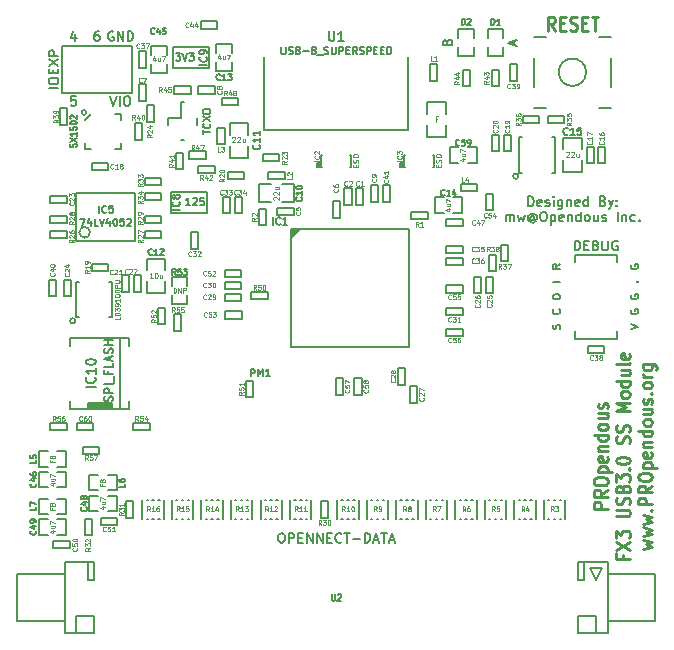
<source format=gto>
G04 (created by PCBNEW (2013-07-07 BZR 4022)-stable) date 10/24/2013 12:22:47 AM*
%MOIN*%
G04 Gerber Fmt 3.4, Leading zero omitted, Abs format*
%FSLAX34Y34*%
G01*
G70*
G90*
G04 APERTURE LIST*
%ADD10C,0.00590551*%
%ADD11C,0.006*%
%ADD12C,0.01*%
%ADD13C,0.008*%
%ADD14C,0.007*%
%ADD15C,0.005*%
%ADD16C,0.004*%
%ADD17C,0.0045*%
G04 APERTURE END LIST*
G54D10*
G54D11*
X29230Y-18633D02*
X29230Y-18313D01*
X29306Y-18313D01*
X29352Y-18328D01*
X29382Y-18359D01*
X29398Y-18389D01*
X29413Y-18450D01*
X29413Y-18496D01*
X29398Y-18557D01*
X29382Y-18587D01*
X29352Y-18618D01*
X29306Y-18633D01*
X29230Y-18633D01*
X29672Y-18618D02*
X29641Y-18633D01*
X29581Y-18633D01*
X29550Y-18618D01*
X29535Y-18587D01*
X29535Y-18465D01*
X29550Y-18435D01*
X29581Y-18420D01*
X29641Y-18420D01*
X29672Y-18435D01*
X29687Y-18465D01*
X29687Y-18496D01*
X29535Y-18526D01*
X29809Y-18618D02*
X29840Y-18633D01*
X29901Y-18633D01*
X29931Y-18618D01*
X29946Y-18587D01*
X29946Y-18572D01*
X29931Y-18542D01*
X29901Y-18526D01*
X29855Y-18526D01*
X29824Y-18511D01*
X29809Y-18481D01*
X29809Y-18465D01*
X29824Y-18435D01*
X29855Y-18420D01*
X29901Y-18420D01*
X29931Y-18435D01*
X30083Y-18633D02*
X30083Y-18420D01*
X30083Y-18313D02*
X30068Y-18328D01*
X30083Y-18343D01*
X30099Y-18328D01*
X30083Y-18313D01*
X30083Y-18343D01*
X30373Y-18420D02*
X30373Y-18679D01*
X30358Y-18709D01*
X30342Y-18724D01*
X30312Y-18740D01*
X30266Y-18740D01*
X30236Y-18724D01*
X30373Y-18618D02*
X30342Y-18633D01*
X30281Y-18633D01*
X30251Y-18618D01*
X30236Y-18602D01*
X30221Y-18572D01*
X30221Y-18481D01*
X30236Y-18450D01*
X30251Y-18435D01*
X30281Y-18420D01*
X30342Y-18420D01*
X30373Y-18435D01*
X30525Y-18420D02*
X30525Y-18633D01*
X30525Y-18450D02*
X30541Y-18435D01*
X30571Y-18420D01*
X30617Y-18420D01*
X30647Y-18435D01*
X30662Y-18465D01*
X30662Y-18633D01*
X30937Y-18618D02*
X30906Y-18633D01*
X30845Y-18633D01*
X30815Y-18618D01*
X30800Y-18587D01*
X30800Y-18465D01*
X30815Y-18435D01*
X30845Y-18420D01*
X30906Y-18420D01*
X30937Y-18435D01*
X30952Y-18465D01*
X30952Y-18496D01*
X30800Y-18526D01*
X31226Y-18633D02*
X31226Y-18313D01*
X31226Y-18618D02*
X31196Y-18633D01*
X31135Y-18633D01*
X31104Y-18618D01*
X31089Y-18602D01*
X31074Y-18572D01*
X31074Y-18481D01*
X31089Y-18450D01*
X31104Y-18435D01*
X31135Y-18420D01*
X31196Y-18420D01*
X31226Y-18435D01*
X31729Y-18465D02*
X31775Y-18481D01*
X31790Y-18496D01*
X31805Y-18526D01*
X31805Y-18572D01*
X31790Y-18602D01*
X31775Y-18618D01*
X31744Y-18633D01*
X31622Y-18633D01*
X31622Y-18313D01*
X31729Y-18313D01*
X31760Y-18328D01*
X31775Y-18343D01*
X31790Y-18374D01*
X31790Y-18404D01*
X31775Y-18435D01*
X31760Y-18450D01*
X31729Y-18465D01*
X31622Y-18465D01*
X31912Y-18420D02*
X31988Y-18633D01*
X32064Y-18420D02*
X31988Y-18633D01*
X31958Y-18709D01*
X31942Y-18724D01*
X31912Y-18740D01*
X32186Y-18602D02*
X32201Y-18618D01*
X32186Y-18633D01*
X32171Y-18618D01*
X32186Y-18602D01*
X32186Y-18633D01*
X32186Y-18435D02*
X32201Y-18450D01*
X32186Y-18465D01*
X32171Y-18450D01*
X32186Y-18435D01*
X32186Y-18465D01*
X28483Y-19141D02*
X28483Y-18928D01*
X28483Y-18958D02*
X28499Y-18943D01*
X28529Y-18928D01*
X28575Y-18928D01*
X28605Y-18943D01*
X28621Y-18973D01*
X28621Y-19141D01*
X28621Y-18973D02*
X28636Y-18943D01*
X28666Y-18928D01*
X28712Y-18928D01*
X28742Y-18943D01*
X28758Y-18973D01*
X28758Y-19141D01*
X28880Y-18928D02*
X28941Y-19141D01*
X29001Y-18989D01*
X29062Y-19141D01*
X29123Y-18928D01*
X29443Y-18989D02*
X29428Y-18973D01*
X29398Y-18958D01*
X29367Y-18958D01*
X29337Y-18973D01*
X29321Y-18989D01*
X29306Y-19019D01*
X29306Y-19050D01*
X29321Y-19080D01*
X29337Y-19095D01*
X29367Y-19110D01*
X29398Y-19110D01*
X29428Y-19095D01*
X29443Y-19080D01*
X29443Y-18958D02*
X29443Y-19080D01*
X29459Y-19095D01*
X29474Y-19095D01*
X29504Y-19080D01*
X29520Y-19050D01*
X29520Y-18973D01*
X29489Y-18928D01*
X29443Y-18897D01*
X29382Y-18882D01*
X29321Y-18897D01*
X29276Y-18928D01*
X29245Y-18973D01*
X29230Y-19034D01*
X29245Y-19095D01*
X29276Y-19141D01*
X29321Y-19171D01*
X29382Y-19187D01*
X29443Y-19171D01*
X29489Y-19141D01*
X29718Y-18821D02*
X29779Y-18821D01*
X29809Y-18836D01*
X29840Y-18867D01*
X29855Y-18928D01*
X29855Y-19034D01*
X29840Y-19095D01*
X29809Y-19126D01*
X29779Y-19141D01*
X29718Y-19141D01*
X29687Y-19126D01*
X29657Y-19095D01*
X29641Y-19034D01*
X29641Y-18928D01*
X29657Y-18867D01*
X29687Y-18836D01*
X29718Y-18821D01*
X29992Y-18928D02*
X29992Y-19248D01*
X29992Y-18943D02*
X30022Y-18928D01*
X30083Y-18928D01*
X30114Y-18943D01*
X30129Y-18958D01*
X30144Y-18989D01*
X30144Y-19080D01*
X30129Y-19110D01*
X30114Y-19126D01*
X30083Y-19141D01*
X30022Y-19141D01*
X29992Y-19126D01*
X30403Y-19126D02*
X30373Y-19141D01*
X30312Y-19141D01*
X30281Y-19126D01*
X30266Y-19095D01*
X30266Y-18973D01*
X30281Y-18943D01*
X30312Y-18928D01*
X30373Y-18928D01*
X30403Y-18943D01*
X30419Y-18973D01*
X30419Y-19004D01*
X30266Y-19034D01*
X30556Y-18928D02*
X30556Y-19141D01*
X30556Y-18958D02*
X30571Y-18943D01*
X30601Y-18928D01*
X30647Y-18928D01*
X30678Y-18943D01*
X30693Y-18973D01*
X30693Y-19141D01*
X30982Y-19141D02*
X30982Y-18821D01*
X30982Y-19126D02*
X30952Y-19141D01*
X30891Y-19141D01*
X30861Y-19126D01*
X30845Y-19110D01*
X30830Y-19080D01*
X30830Y-18989D01*
X30845Y-18958D01*
X30861Y-18943D01*
X30891Y-18928D01*
X30952Y-18928D01*
X30982Y-18943D01*
X31181Y-19141D02*
X31150Y-19126D01*
X31135Y-19110D01*
X31120Y-19080D01*
X31120Y-18989D01*
X31135Y-18958D01*
X31150Y-18943D01*
X31181Y-18928D01*
X31226Y-18928D01*
X31257Y-18943D01*
X31272Y-18958D01*
X31287Y-18989D01*
X31287Y-19080D01*
X31272Y-19110D01*
X31257Y-19126D01*
X31226Y-19141D01*
X31181Y-19141D01*
X31561Y-18928D02*
X31561Y-19141D01*
X31424Y-18928D02*
X31424Y-19095D01*
X31440Y-19126D01*
X31470Y-19141D01*
X31516Y-19141D01*
X31546Y-19126D01*
X31561Y-19110D01*
X31699Y-19126D02*
X31729Y-19141D01*
X31790Y-19141D01*
X31821Y-19126D01*
X31836Y-19095D01*
X31836Y-19080D01*
X31821Y-19050D01*
X31790Y-19034D01*
X31744Y-19034D01*
X31714Y-19019D01*
X31699Y-18989D01*
X31699Y-18973D01*
X31714Y-18943D01*
X31744Y-18928D01*
X31790Y-18928D01*
X31821Y-18943D01*
X32217Y-19141D02*
X32217Y-18821D01*
X32369Y-18928D02*
X32369Y-19141D01*
X32369Y-18958D02*
X32384Y-18943D01*
X32415Y-18928D01*
X32461Y-18928D01*
X32491Y-18943D01*
X32506Y-18973D01*
X32506Y-19141D01*
X32796Y-19126D02*
X32765Y-19141D01*
X32704Y-19141D01*
X32674Y-19126D01*
X32659Y-19110D01*
X32643Y-19080D01*
X32643Y-18989D01*
X32659Y-18958D01*
X32674Y-18943D01*
X32704Y-18928D01*
X32765Y-18928D01*
X32796Y-18943D01*
X32933Y-19110D02*
X32948Y-19126D01*
X32933Y-19141D01*
X32918Y-19126D01*
X32933Y-19110D01*
X32933Y-19141D01*
G54D12*
X31879Y-28720D02*
X31419Y-28720D01*
X31419Y-28568D01*
X31441Y-28530D01*
X31462Y-28511D01*
X31506Y-28492D01*
X31572Y-28492D01*
X31616Y-28511D01*
X31638Y-28530D01*
X31660Y-28568D01*
X31660Y-28720D01*
X31879Y-28092D02*
X31660Y-28225D01*
X31879Y-28320D02*
X31419Y-28320D01*
X31419Y-28168D01*
X31441Y-28130D01*
X31462Y-28111D01*
X31506Y-28092D01*
X31572Y-28092D01*
X31616Y-28111D01*
X31638Y-28130D01*
X31660Y-28168D01*
X31660Y-28320D01*
X31419Y-27844D02*
X31419Y-27768D01*
X31441Y-27730D01*
X31484Y-27692D01*
X31572Y-27673D01*
X31725Y-27673D01*
X31813Y-27692D01*
X31857Y-27730D01*
X31879Y-27768D01*
X31879Y-27844D01*
X31857Y-27882D01*
X31813Y-27920D01*
X31725Y-27939D01*
X31572Y-27939D01*
X31484Y-27920D01*
X31441Y-27882D01*
X31419Y-27844D01*
X31572Y-27501D02*
X32032Y-27501D01*
X31594Y-27501D02*
X31572Y-27463D01*
X31572Y-27387D01*
X31594Y-27349D01*
X31616Y-27330D01*
X31660Y-27311D01*
X31791Y-27311D01*
X31835Y-27330D01*
X31857Y-27349D01*
X31879Y-27387D01*
X31879Y-27463D01*
X31857Y-27501D01*
X31857Y-26987D02*
X31879Y-27025D01*
X31879Y-27101D01*
X31857Y-27139D01*
X31813Y-27158D01*
X31638Y-27158D01*
X31594Y-27139D01*
X31572Y-27101D01*
X31572Y-27025D01*
X31594Y-26987D01*
X31638Y-26968D01*
X31681Y-26968D01*
X31725Y-27158D01*
X31572Y-26797D02*
X31879Y-26797D01*
X31616Y-26797D02*
X31594Y-26778D01*
X31572Y-26739D01*
X31572Y-26682D01*
X31594Y-26644D01*
X31638Y-26625D01*
X31879Y-26625D01*
X31879Y-26263D02*
X31419Y-26263D01*
X31857Y-26263D02*
X31879Y-26301D01*
X31879Y-26378D01*
X31857Y-26416D01*
X31835Y-26435D01*
X31791Y-26454D01*
X31660Y-26454D01*
X31616Y-26435D01*
X31594Y-26416D01*
X31572Y-26378D01*
X31572Y-26301D01*
X31594Y-26263D01*
X31879Y-26016D02*
X31857Y-26054D01*
X31835Y-26073D01*
X31791Y-26092D01*
X31660Y-26092D01*
X31616Y-26073D01*
X31594Y-26054D01*
X31572Y-26016D01*
X31572Y-25958D01*
X31594Y-25920D01*
X31616Y-25901D01*
X31660Y-25882D01*
X31791Y-25882D01*
X31835Y-25901D01*
X31857Y-25920D01*
X31879Y-25958D01*
X31879Y-26016D01*
X31572Y-25539D02*
X31879Y-25539D01*
X31572Y-25711D02*
X31813Y-25711D01*
X31857Y-25692D01*
X31879Y-25654D01*
X31879Y-25597D01*
X31857Y-25558D01*
X31835Y-25539D01*
X31857Y-25368D02*
X31879Y-25330D01*
X31879Y-25254D01*
X31857Y-25216D01*
X31813Y-25197D01*
X31791Y-25197D01*
X31747Y-25216D01*
X31725Y-25254D01*
X31725Y-25311D01*
X31703Y-25349D01*
X31660Y-25368D01*
X31638Y-25368D01*
X31594Y-25349D01*
X31572Y-25311D01*
X31572Y-25254D01*
X31594Y-25216D01*
X32382Y-30254D02*
X32382Y-30387D01*
X32623Y-30387D02*
X32163Y-30387D01*
X32163Y-30197D01*
X32163Y-30082D02*
X32623Y-29816D01*
X32163Y-29816D02*
X32623Y-30082D01*
X32163Y-29701D02*
X32163Y-29454D01*
X32338Y-29587D01*
X32338Y-29530D01*
X32360Y-29492D01*
X32382Y-29473D01*
X32425Y-29454D01*
X32535Y-29454D01*
X32579Y-29473D01*
X32601Y-29492D01*
X32623Y-29530D01*
X32623Y-29644D01*
X32601Y-29682D01*
X32579Y-29701D01*
X32163Y-28978D02*
X32535Y-28978D01*
X32579Y-28958D01*
X32601Y-28939D01*
X32623Y-28901D01*
X32623Y-28825D01*
X32601Y-28787D01*
X32579Y-28768D01*
X32535Y-28749D01*
X32163Y-28749D01*
X32601Y-28578D02*
X32623Y-28520D01*
X32623Y-28425D01*
X32601Y-28387D01*
X32579Y-28368D01*
X32535Y-28349D01*
X32491Y-28349D01*
X32447Y-28368D01*
X32425Y-28387D01*
X32404Y-28425D01*
X32382Y-28501D01*
X32360Y-28539D01*
X32338Y-28558D01*
X32294Y-28578D01*
X32250Y-28578D01*
X32206Y-28558D01*
X32185Y-28539D01*
X32163Y-28501D01*
X32163Y-28406D01*
X32185Y-28349D01*
X32382Y-28044D02*
X32404Y-27987D01*
X32425Y-27968D01*
X32469Y-27949D01*
X32535Y-27949D01*
X32579Y-27968D01*
X32601Y-27987D01*
X32623Y-28025D01*
X32623Y-28178D01*
X32163Y-28178D01*
X32163Y-28044D01*
X32185Y-28006D01*
X32206Y-27987D01*
X32250Y-27968D01*
X32294Y-27968D01*
X32338Y-27987D01*
X32360Y-28006D01*
X32382Y-28044D01*
X32382Y-28178D01*
X32163Y-27816D02*
X32163Y-27568D01*
X32338Y-27701D01*
X32338Y-27644D01*
X32360Y-27606D01*
X32382Y-27587D01*
X32425Y-27568D01*
X32535Y-27568D01*
X32579Y-27587D01*
X32601Y-27606D01*
X32623Y-27644D01*
X32623Y-27758D01*
X32601Y-27797D01*
X32579Y-27816D01*
X32579Y-27397D02*
X32601Y-27378D01*
X32623Y-27397D01*
X32601Y-27416D01*
X32579Y-27397D01*
X32623Y-27397D01*
X32163Y-27130D02*
X32163Y-27092D01*
X32185Y-27054D01*
X32206Y-27035D01*
X32250Y-27016D01*
X32338Y-26997D01*
X32447Y-26997D01*
X32535Y-27016D01*
X32579Y-27035D01*
X32601Y-27054D01*
X32623Y-27092D01*
X32623Y-27130D01*
X32601Y-27168D01*
X32579Y-27187D01*
X32535Y-27206D01*
X32447Y-27225D01*
X32338Y-27225D01*
X32250Y-27206D01*
X32206Y-27187D01*
X32185Y-27168D01*
X32163Y-27130D01*
X32601Y-26539D02*
X32623Y-26482D01*
X32623Y-26387D01*
X32601Y-26349D01*
X32579Y-26330D01*
X32535Y-26311D01*
X32491Y-26311D01*
X32447Y-26330D01*
X32425Y-26349D01*
X32404Y-26387D01*
X32382Y-26463D01*
X32360Y-26501D01*
X32338Y-26520D01*
X32294Y-26539D01*
X32250Y-26539D01*
X32206Y-26520D01*
X32185Y-26501D01*
X32163Y-26463D01*
X32163Y-26368D01*
X32185Y-26311D01*
X32601Y-26158D02*
X32623Y-26101D01*
X32623Y-26006D01*
X32601Y-25968D01*
X32579Y-25949D01*
X32535Y-25930D01*
X32491Y-25930D01*
X32447Y-25949D01*
X32425Y-25968D01*
X32404Y-26006D01*
X32382Y-26082D01*
X32360Y-26120D01*
X32338Y-26139D01*
X32294Y-26158D01*
X32250Y-26158D01*
X32206Y-26139D01*
X32185Y-26120D01*
X32163Y-26082D01*
X32163Y-25987D01*
X32185Y-25930D01*
X32623Y-25454D02*
X32163Y-25454D01*
X32491Y-25320D01*
X32163Y-25187D01*
X32623Y-25187D01*
X32623Y-24939D02*
X32601Y-24978D01*
X32579Y-24997D01*
X32535Y-25016D01*
X32404Y-25016D01*
X32360Y-24997D01*
X32338Y-24978D01*
X32316Y-24939D01*
X32316Y-24882D01*
X32338Y-24844D01*
X32360Y-24825D01*
X32404Y-24806D01*
X32535Y-24806D01*
X32579Y-24825D01*
X32601Y-24844D01*
X32623Y-24882D01*
X32623Y-24939D01*
X32623Y-24463D02*
X32163Y-24463D01*
X32601Y-24463D02*
X32623Y-24501D01*
X32623Y-24578D01*
X32601Y-24616D01*
X32579Y-24635D01*
X32535Y-24654D01*
X32404Y-24654D01*
X32360Y-24635D01*
X32338Y-24616D01*
X32316Y-24578D01*
X32316Y-24501D01*
X32338Y-24463D01*
X32316Y-24101D02*
X32623Y-24101D01*
X32316Y-24273D02*
X32557Y-24273D01*
X32601Y-24254D01*
X32623Y-24216D01*
X32623Y-24158D01*
X32601Y-24120D01*
X32579Y-24101D01*
X32623Y-23854D02*
X32601Y-23892D01*
X32557Y-23911D01*
X32163Y-23911D01*
X32601Y-23549D02*
X32623Y-23587D01*
X32623Y-23663D01*
X32601Y-23701D01*
X32557Y-23720D01*
X32382Y-23720D01*
X32338Y-23701D01*
X32316Y-23663D01*
X32316Y-23587D01*
X32338Y-23549D01*
X32382Y-23530D01*
X32425Y-23530D01*
X32469Y-23720D01*
X33060Y-30063D02*
X33367Y-29987D01*
X33148Y-29911D01*
X33367Y-29835D01*
X33060Y-29758D01*
X33060Y-29644D02*
X33367Y-29568D01*
X33148Y-29492D01*
X33367Y-29416D01*
X33060Y-29339D01*
X33060Y-29225D02*
X33367Y-29149D01*
X33148Y-29073D01*
X33367Y-28997D01*
X33060Y-28920D01*
X33323Y-28768D02*
X33345Y-28749D01*
X33367Y-28768D01*
X33345Y-28787D01*
X33323Y-28768D01*
X33367Y-28768D01*
X33367Y-28578D02*
X32907Y-28578D01*
X32907Y-28425D01*
X32929Y-28387D01*
X32950Y-28368D01*
X32994Y-28349D01*
X33060Y-28349D01*
X33104Y-28368D01*
X33126Y-28387D01*
X33148Y-28425D01*
X33148Y-28578D01*
X33367Y-27949D02*
X33148Y-28082D01*
X33367Y-28178D02*
X32907Y-28178D01*
X32907Y-28025D01*
X32929Y-27987D01*
X32950Y-27968D01*
X32994Y-27949D01*
X33060Y-27949D01*
X33104Y-27968D01*
X33126Y-27987D01*
X33148Y-28025D01*
X33148Y-28178D01*
X32907Y-27701D02*
X32907Y-27625D01*
X32929Y-27587D01*
X32972Y-27549D01*
X33060Y-27530D01*
X33213Y-27530D01*
X33301Y-27549D01*
X33345Y-27587D01*
X33367Y-27625D01*
X33367Y-27701D01*
X33345Y-27739D01*
X33301Y-27778D01*
X33213Y-27797D01*
X33060Y-27797D01*
X32972Y-27778D01*
X32929Y-27739D01*
X32907Y-27701D01*
X33060Y-27358D02*
X33520Y-27358D01*
X33082Y-27358D02*
X33060Y-27320D01*
X33060Y-27244D01*
X33082Y-27206D01*
X33104Y-27187D01*
X33148Y-27168D01*
X33279Y-27168D01*
X33323Y-27187D01*
X33345Y-27206D01*
X33367Y-27244D01*
X33367Y-27320D01*
X33345Y-27358D01*
X33345Y-26844D02*
X33367Y-26882D01*
X33367Y-26958D01*
X33345Y-26997D01*
X33301Y-27016D01*
X33126Y-27016D01*
X33082Y-26997D01*
X33060Y-26958D01*
X33060Y-26882D01*
X33082Y-26844D01*
X33126Y-26825D01*
X33169Y-26825D01*
X33213Y-27016D01*
X33060Y-26654D02*
X33367Y-26654D01*
X33104Y-26654D02*
X33082Y-26635D01*
X33060Y-26597D01*
X33060Y-26539D01*
X33082Y-26501D01*
X33126Y-26482D01*
X33367Y-26482D01*
X33367Y-26120D02*
X32907Y-26120D01*
X33345Y-26120D02*
X33367Y-26158D01*
X33367Y-26235D01*
X33345Y-26273D01*
X33323Y-26292D01*
X33279Y-26311D01*
X33148Y-26311D01*
X33104Y-26292D01*
X33082Y-26273D01*
X33060Y-26235D01*
X33060Y-26158D01*
X33082Y-26120D01*
X33367Y-25873D02*
X33345Y-25911D01*
X33323Y-25930D01*
X33279Y-25949D01*
X33148Y-25949D01*
X33104Y-25930D01*
X33082Y-25911D01*
X33060Y-25873D01*
X33060Y-25816D01*
X33082Y-25778D01*
X33104Y-25758D01*
X33148Y-25739D01*
X33279Y-25739D01*
X33323Y-25758D01*
X33345Y-25778D01*
X33367Y-25816D01*
X33367Y-25873D01*
X33060Y-25397D02*
X33367Y-25397D01*
X33060Y-25568D02*
X33301Y-25568D01*
X33345Y-25549D01*
X33367Y-25511D01*
X33367Y-25454D01*
X33345Y-25416D01*
X33323Y-25397D01*
X33345Y-25225D02*
X33367Y-25187D01*
X33367Y-25111D01*
X33345Y-25073D01*
X33301Y-25054D01*
X33279Y-25054D01*
X33235Y-25073D01*
X33213Y-25111D01*
X33213Y-25168D01*
X33191Y-25206D01*
X33148Y-25225D01*
X33126Y-25225D01*
X33082Y-25206D01*
X33060Y-25168D01*
X33060Y-25111D01*
X33082Y-25073D01*
X33323Y-24882D02*
X33345Y-24863D01*
X33367Y-24882D01*
X33345Y-24901D01*
X33323Y-24882D01*
X33367Y-24882D01*
X33367Y-24635D02*
X33345Y-24673D01*
X33323Y-24692D01*
X33279Y-24711D01*
X33148Y-24711D01*
X33104Y-24692D01*
X33082Y-24673D01*
X33060Y-24635D01*
X33060Y-24578D01*
X33082Y-24539D01*
X33104Y-24520D01*
X33148Y-24501D01*
X33279Y-24501D01*
X33323Y-24520D01*
X33345Y-24539D01*
X33367Y-24578D01*
X33367Y-24635D01*
X33367Y-24330D02*
X33060Y-24330D01*
X33148Y-24330D02*
X33104Y-24311D01*
X33082Y-24292D01*
X33060Y-24254D01*
X33060Y-24216D01*
X33060Y-23911D02*
X33432Y-23911D01*
X33476Y-23930D01*
X33498Y-23949D01*
X33520Y-23987D01*
X33520Y-24044D01*
X33498Y-24082D01*
X33345Y-23911D02*
X33367Y-23949D01*
X33367Y-24025D01*
X33345Y-24063D01*
X33323Y-24082D01*
X33279Y-24101D01*
X33148Y-24101D01*
X33104Y-24082D01*
X33082Y-24063D01*
X33060Y-24025D01*
X33060Y-23949D01*
X33082Y-23911D01*
G54D13*
X20433Y-16102D02*
X20433Y-13661D01*
X25236Y-16102D02*
X20433Y-16102D01*
X25236Y-16102D02*
X25236Y-13661D01*
G54D11*
X14507Y-15511D02*
G75*
G03X14507Y-15511I-78J0D01*
G74*
G01*
X14665Y-15551D02*
X14468Y-15748D01*
X15649Y-15551D02*
X15649Y-15748D01*
X15649Y-15551D02*
X15452Y-15551D01*
X14468Y-16732D02*
X14665Y-16732D01*
X14468Y-16732D02*
X14468Y-16535D01*
X15649Y-16732D02*
X15649Y-16535D01*
X15649Y-16732D02*
X15452Y-16732D01*
G54D13*
X12204Y-30905D02*
X12204Y-32480D01*
X12204Y-32480D02*
X13779Y-32480D01*
X13779Y-30905D02*
X12204Y-30905D01*
X33464Y-30905D02*
X33464Y-32480D01*
X33464Y-30905D02*
X31889Y-30905D01*
X33464Y-32480D02*
X31889Y-32480D01*
X31496Y-31102D02*
X31692Y-30708D01*
X31692Y-30708D02*
X31299Y-30708D01*
X31299Y-30708D02*
X31496Y-31102D01*
X13779Y-30511D02*
X14763Y-30511D01*
X14763Y-30511D02*
X14763Y-31102D01*
X14763Y-31102D02*
X14566Y-31102D01*
X14566Y-31102D02*
X14566Y-30511D01*
X13779Y-32874D02*
X14763Y-32874D01*
X14763Y-32874D02*
X14763Y-32283D01*
X14763Y-32283D02*
X14173Y-32283D01*
X31889Y-32874D02*
X30905Y-32874D01*
X30905Y-32874D02*
X30905Y-32283D01*
X30905Y-32283D02*
X31496Y-32283D01*
X31496Y-32283D02*
X31496Y-32874D01*
X31889Y-30511D02*
X30905Y-30511D01*
X30905Y-30511D02*
X30905Y-31102D01*
X30905Y-31102D02*
X31102Y-31102D01*
X31102Y-31102D02*
X31102Y-30511D01*
X14173Y-32283D02*
X14173Y-32874D01*
X13779Y-32874D02*
X13779Y-30511D01*
X31889Y-32874D02*
X31889Y-30511D01*
X16043Y-13287D02*
X13681Y-13287D01*
X13681Y-13287D02*
X13681Y-14862D01*
X13681Y-14862D02*
X16043Y-14862D01*
X16043Y-14862D02*
X16043Y-13287D01*
G54D14*
X29826Y-15349D02*
X29434Y-15349D01*
X31982Y-15349D02*
X31590Y-15349D01*
X29434Y-12997D02*
X29826Y-12997D01*
X31982Y-12997D02*
X31590Y-12997D01*
X29434Y-13683D02*
X29434Y-14663D01*
X31982Y-14663D02*
X31982Y-13683D01*
G54D13*
X31164Y-14173D02*
G75*
G03X31164Y-14173I-456J0D01*
G74*
G01*
G54D11*
X22224Y-17322D02*
X22224Y-17204D01*
X22263Y-17322D02*
X22263Y-17204D01*
X22342Y-17204D02*
X22204Y-17204D01*
X22204Y-17204D02*
X22204Y-17322D01*
X22204Y-17322D02*
X22283Y-17322D01*
X22342Y-17322D02*
X22303Y-17322D01*
X22303Y-17322D02*
X22303Y-17204D01*
X22342Y-16929D02*
X22342Y-17322D01*
X22342Y-17322D02*
X22362Y-17322D01*
X22342Y-16929D02*
X22362Y-16929D01*
X23326Y-16929D02*
X23326Y-17322D01*
X23326Y-17322D02*
X23307Y-17322D01*
X23326Y-16929D02*
X23307Y-16929D01*
X24980Y-17322D02*
X24980Y-17204D01*
X25019Y-17322D02*
X25019Y-17204D01*
X25098Y-17204D02*
X24960Y-17204D01*
X24960Y-17204D02*
X24960Y-17322D01*
X24960Y-17322D02*
X25039Y-17322D01*
X25098Y-17322D02*
X25059Y-17322D01*
X25059Y-17322D02*
X25059Y-17204D01*
X25098Y-16929D02*
X25098Y-17322D01*
X25098Y-17322D02*
X25118Y-17322D01*
X25098Y-16929D02*
X25118Y-16929D01*
X26082Y-16929D02*
X26082Y-17322D01*
X26082Y-17322D02*
X26062Y-17322D01*
X26082Y-16929D02*
X26062Y-16929D01*
G54D14*
X32196Y-20503D02*
X32196Y-20253D01*
X32196Y-20253D02*
X30796Y-20253D01*
X30796Y-20253D02*
X30796Y-20503D01*
X32196Y-22803D02*
X32196Y-23053D01*
X32196Y-23053D02*
X30796Y-23053D01*
X30796Y-23053D02*
X30796Y-22803D01*
X17657Y-15177D02*
X17657Y-15689D01*
X17657Y-15689D02*
X17224Y-15689D01*
X17775Y-15177D02*
X17657Y-15177D01*
X17775Y-16437D02*
X17657Y-16437D01*
X17224Y-15689D02*
X17224Y-15925D01*
X18208Y-15689D02*
X18208Y-15925D01*
G54D11*
X21397Y-19389D02*
X21338Y-19448D01*
X21338Y-19507D02*
X21456Y-19389D01*
X21515Y-19389D02*
X21338Y-19566D01*
X21338Y-19625D02*
X21574Y-19389D01*
X21633Y-19389D02*
X21338Y-19685D01*
X21338Y-19389D02*
X25275Y-19389D01*
X25275Y-19389D02*
X25275Y-23326D01*
X25275Y-23326D02*
X21338Y-23326D01*
X21338Y-23326D02*
X21338Y-19389D01*
G54D15*
X31013Y-17510D02*
X31013Y-17106D01*
X30403Y-17510D02*
X31013Y-17510D01*
X30403Y-17510D02*
X30403Y-17106D01*
X31013Y-16348D02*
X31013Y-16742D01*
X30403Y-16348D02*
X30403Y-16742D01*
X31013Y-16348D02*
X30403Y-16348D01*
X26486Y-16329D02*
X26486Y-15925D01*
X25876Y-16329D02*
X26486Y-16329D01*
X25876Y-16329D02*
X25876Y-15925D01*
X26486Y-15167D02*
X26486Y-15561D01*
X25876Y-15167D02*
X25876Y-15561D01*
X26486Y-15167D02*
X25876Y-15167D01*
X17135Y-21545D02*
X17135Y-21141D01*
X16525Y-21545D02*
X17135Y-21545D01*
X16525Y-21545D02*
X16525Y-21141D01*
X17135Y-20383D02*
X17135Y-20777D01*
X16525Y-20383D02*
X16525Y-20777D01*
X17135Y-20383D02*
X16525Y-20383D01*
X19281Y-15856D02*
X19281Y-16260D01*
X19891Y-15856D02*
X19281Y-15856D01*
X19891Y-15856D02*
X19891Y-16260D01*
X19281Y-17018D02*
X19281Y-16624D01*
X19891Y-17018D02*
X19891Y-16624D01*
X19281Y-17018D02*
X19891Y-17018D01*
X20265Y-18513D02*
X20669Y-18513D01*
X20265Y-17903D02*
X20265Y-18513D01*
X20265Y-17903D02*
X20669Y-17903D01*
X21427Y-18513D02*
X21033Y-18513D01*
X21427Y-17903D02*
X21033Y-17903D01*
X21427Y-18513D02*
X21427Y-17903D01*
X17313Y-18853D02*
X17313Y-18153D01*
X17313Y-18153D02*
X18513Y-18153D01*
X18513Y-18153D02*
X18513Y-18853D01*
X18513Y-18853D02*
X17313Y-18853D01*
X18611Y-13331D02*
X18611Y-14031D01*
X18611Y-14031D02*
X17411Y-14031D01*
X17411Y-14031D02*
X17411Y-13331D01*
X17411Y-13331D02*
X18611Y-13331D01*
G54D13*
X14142Y-22459D02*
G75*
G03X14142Y-22459I-88J0D01*
G74*
G01*
X15354Y-21160D02*
X15354Y-22342D01*
X14172Y-22342D02*
X14251Y-22342D01*
X14172Y-21160D02*
X14172Y-22342D01*
X14172Y-21160D02*
X14251Y-21160D01*
X15354Y-22342D02*
X15275Y-22342D01*
X15354Y-21160D02*
X15275Y-21160D01*
X28906Y-17637D02*
G75*
G03X28906Y-17637I-88J0D01*
G74*
G01*
X30118Y-16338D02*
X30118Y-17520D01*
X28936Y-17520D02*
X29015Y-17520D01*
X28936Y-16338D02*
X28936Y-17520D01*
X28936Y-16338D02*
X29015Y-16338D01*
X30118Y-17520D02*
X30039Y-17520D01*
X30118Y-16338D02*
X30039Y-16338D01*
G54D11*
X14625Y-19508D02*
G75*
G03X14625Y-19508I-176J0D01*
G74*
G01*
X16141Y-18209D02*
X14173Y-18209D01*
X14173Y-18209D02*
X14173Y-19783D01*
X14173Y-19783D02*
X16141Y-19783D01*
X16141Y-19783D02*
X16141Y-18209D01*
X16495Y-14566D02*
X16259Y-14566D01*
X16495Y-15118D02*
X16495Y-14566D01*
X16259Y-15118D02*
X16495Y-15118D01*
X16259Y-14566D02*
X16259Y-15118D01*
X19113Y-21555D02*
X19113Y-21791D01*
X19665Y-21555D02*
X19113Y-21555D01*
X19665Y-21791D02*
X19665Y-21555D01*
X19113Y-21791D02*
X19665Y-21791D01*
X27834Y-21535D02*
X28070Y-21535D01*
X27834Y-20983D02*
X27834Y-21535D01*
X28070Y-20983D02*
X27834Y-20983D01*
X28070Y-21535D02*
X28070Y-20983D01*
X15708Y-21496D02*
X15944Y-21496D01*
X15708Y-20944D02*
X15708Y-21496D01*
X15944Y-20944D02*
X15708Y-20944D01*
X15944Y-21496D02*
X15944Y-20944D01*
X16259Y-14016D02*
X16495Y-14016D01*
X16259Y-13464D02*
X16259Y-14016D01*
X16495Y-13464D02*
X16259Y-13464D01*
X16495Y-14016D02*
X16495Y-13464D01*
X23740Y-18031D02*
X23504Y-18031D01*
X23740Y-18583D02*
X23740Y-18031D01*
X23504Y-18583D02*
X23740Y-18583D01*
X23504Y-18031D02*
X23504Y-18583D01*
X23346Y-18031D02*
X23110Y-18031D01*
X23346Y-18583D02*
X23346Y-18031D01*
X23110Y-18583D02*
X23346Y-18583D01*
X23110Y-18031D02*
X23110Y-18583D01*
X18779Y-14881D02*
X18779Y-14645D01*
X18227Y-14881D02*
X18779Y-14881D01*
X18227Y-14645D02*
X18227Y-14881D01*
X18779Y-14645D02*
X18227Y-14645D01*
X13858Y-19212D02*
X13858Y-18976D01*
X13306Y-19212D02*
X13858Y-19212D01*
X13306Y-18976D02*
X13306Y-19212D01*
X13858Y-18976D02*
X13306Y-18976D01*
X19310Y-18326D02*
X19074Y-18326D01*
X19310Y-18878D02*
X19310Y-18326D01*
X19074Y-18878D02*
X19310Y-18878D01*
X19074Y-18326D02*
X19074Y-18878D01*
X16751Y-15275D02*
X16515Y-15275D01*
X16751Y-15827D02*
X16751Y-15275D01*
X16515Y-15827D02*
X16751Y-15827D01*
X16515Y-15275D02*
X16515Y-15827D01*
X16456Y-18976D02*
X16456Y-19212D01*
X17008Y-18976D02*
X16456Y-18976D01*
X17008Y-19212D02*
X17008Y-18976D01*
X16456Y-19212D02*
X17008Y-19212D01*
X22952Y-18464D02*
X22716Y-18464D01*
X22952Y-19016D02*
X22952Y-18464D01*
X22716Y-19016D02*
X22952Y-19016D01*
X22716Y-18464D02*
X22716Y-19016D01*
X15236Y-20787D02*
X15236Y-20551D01*
X14684Y-20787D02*
X15236Y-20787D01*
X14684Y-20551D02*
X14684Y-20787D01*
X15236Y-20551D02*
X14684Y-20551D01*
X16456Y-19468D02*
X16456Y-19704D01*
X17008Y-19468D02*
X16456Y-19468D01*
X17008Y-19704D02*
X17008Y-19468D01*
X16456Y-19704D02*
X17008Y-19704D01*
X24232Y-17932D02*
X23996Y-17932D01*
X24232Y-18484D02*
X24232Y-17932D01*
X23996Y-18484D02*
X24232Y-18484D01*
X23996Y-17932D02*
X23996Y-18484D01*
X20865Y-18681D02*
X20865Y-18917D01*
X21417Y-18681D02*
X20865Y-18681D01*
X21417Y-18917D02*
X21417Y-18681D01*
X20865Y-18917D02*
X21417Y-18917D01*
X28858Y-13897D02*
X28622Y-13897D01*
X28858Y-14449D02*
X28858Y-13897D01*
X28622Y-14449D02*
X28858Y-14449D01*
X28622Y-13897D02*
X28622Y-14449D01*
X24882Y-24587D02*
X25118Y-24587D01*
X24882Y-24035D02*
X24882Y-24587D01*
X25118Y-24035D02*
X24882Y-24035D01*
X25118Y-24587D02*
X25118Y-24035D01*
X20256Y-19272D02*
X20492Y-19272D01*
X20256Y-18720D02*
X20256Y-19272D01*
X20492Y-18720D02*
X20256Y-18720D01*
X20492Y-19272D02*
X20492Y-18720D01*
X31220Y-23307D02*
X31220Y-23543D01*
X31772Y-23307D02*
X31220Y-23307D01*
X31772Y-23543D02*
X31772Y-23307D01*
X31220Y-23543D02*
X31772Y-23543D01*
X19212Y-17500D02*
X19212Y-17736D01*
X19764Y-17500D02*
X19212Y-17500D01*
X19764Y-17736D02*
X19764Y-17500D01*
X19212Y-17736D02*
X19764Y-17736D01*
X20945Y-17145D02*
X20945Y-16909D01*
X20393Y-17145D02*
X20945Y-17145D01*
X20393Y-16909D02*
X20393Y-17145D01*
X20945Y-16909D02*
X20393Y-16909D01*
X13858Y-19704D02*
X13858Y-19468D01*
X13306Y-19704D02*
X13858Y-19704D01*
X13306Y-19468D02*
X13306Y-19704D01*
X13858Y-19468D02*
X13306Y-19468D01*
X27047Y-20590D02*
X27047Y-20354D01*
X26495Y-20590D02*
X27047Y-20590D01*
X26495Y-20354D02*
X26495Y-20590D01*
X27047Y-20354D02*
X26495Y-20354D01*
X17992Y-20059D02*
X18228Y-20059D01*
X17992Y-19507D02*
X17992Y-20059D01*
X18228Y-19507D02*
X17992Y-19507D01*
X18228Y-20059D02*
X18228Y-19507D01*
X25886Y-19074D02*
X25886Y-18838D01*
X25334Y-19074D02*
X25886Y-19074D01*
X25334Y-18838D02*
X25334Y-19074D01*
X25886Y-18838D02*
X25334Y-18838D01*
X13759Y-21634D02*
X13995Y-21634D01*
X13759Y-21082D02*
X13759Y-21634D01*
X13995Y-21082D02*
X13759Y-21082D01*
X13995Y-21634D02*
X13995Y-21082D01*
X27047Y-20196D02*
X27047Y-19960D01*
X26495Y-20196D02*
X27047Y-20196D01*
X26495Y-19960D02*
X26495Y-20196D01*
X27047Y-19960D02*
X26495Y-19960D01*
X27047Y-22263D02*
X27047Y-22027D01*
X26495Y-22263D02*
X27047Y-22263D01*
X26495Y-22027D02*
X26495Y-22263D01*
X27047Y-22027D02*
X26495Y-22027D01*
X25295Y-25197D02*
X25531Y-25197D01*
X25295Y-24645D02*
X25295Y-25197D01*
X25531Y-24645D02*
X25295Y-24645D01*
X25531Y-25197D02*
X25531Y-24645D01*
X13306Y-18287D02*
X13306Y-18523D01*
X13858Y-18287D02*
X13306Y-18287D01*
X13858Y-18523D02*
X13858Y-18287D01*
X13306Y-18523D02*
X13858Y-18523D01*
X19704Y-18326D02*
X19468Y-18326D01*
X19704Y-18878D02*
X19704Y-18326D01*
X19468Y-18878D02*
X19704Y-18878D01*
X19468Y-18326D02*
X19468Y-18878D01*
X19113Y-21161D02*
X19113Y-21397D01*
X19665Y-21161D02*
X19113Y-21161D01*
X19665Y-21397D02*
X19665Y-21161D01*
X19113Y-21397D02*
X19665Y-21397D01*
X27441Y-21535D02*
X27677Y-21535D01*
X27441Y-20983D02*
X27441Y-21535D01*
X27677Y-20983D02*
X27441Y-20983D01*
X27677Y-21535D02*
X27677Y-20983D01*
X16082Y-21496D02*
X16318Y-21496D01*
X16082Y-20944D02*
X16082Y-21496D01*
X16318Y-20944D02*
X16082Y-20944D01*
X16318Y-21496D02*
X16318Y-20944D01*
X13267Y-21634D02*
X13503Y-21634D01*
X13267Y-21082D02*
X13267Y-21634D01*
X13503Y-21082D02*
X13267Y-21082D01*
X13503Y-21634D02*
X13503Y-21082D01*
X24625Y-17932D02*
X24389Y-17932D01*
X24625Y-18484D02*
X24625Y-17932D01*
X24389Y-18484D02*
X24625Y-18484D01*
X24389Y-17932D02*
X24389Y-18484D01*
X19015Y-15039D02*
X19015Y-15275D01*
X19567Y-15039D02*
X19015Y-15039D01*
X19567Y-15275D02*
X19567Y-15039D01*
X19015Y-15275D02*
X19567Y-15275D01*
X18484Y-17047D02*
X18484Y-16811D01*
X17932Y-17047D02*
X18484Y-17047D01*
X17932Y-16811D02*
X17932Y-17047D01*
X18484Y-16811D02*
X17932Y-16811D01*
X13877Y-15373D02*
X13641Y-15373D01*
X13877Y-15925D02*
X13877Y-15373D01*
X13641Y-15925D02*
X13877Y-15925D01*
X13641Y-15373D02*
X13641Y-15925D01*
X28169Y-20255D02*
X27933Y-20255D01*
X28169Y-20807D02*
X28169Y-20255D01*
X27933Y-20807D02*
X28169Y-20807D01*
X27933Y-20255D02*
X27933Y-20807D01*
X28326Y-20472D02*
X28562Y-20472D01*
X28326Y-19920D02*
X28326Y-20472D01*
X28562Y-19920D02*
X28326Y-19920D01*
X28562Y-20472D02*
X28562Y-19920D01*
X16358Y-15865D02*
X16122Y-15865D01*
X16358Y-16417D02*
X16358Y-15865D01*
X16122Y-16417D02*
X16358Y-16417D01*
X16122Y-15865D02*
X16122Y-16417D01*
X17500Y-17401D02*
X17736Y-17401D01*
X17500Y-16849D02*
X17500Y-17401D01*
X17736Y-16849D02*
X17500Y-16849D01*
X17736Y-17401D02*
X17736Y-16849D01*
X18779Y-17539D02*
X18779Y-17303D01*
X18227Y-17539D02*
X18779Y-17539D01*
X18227Y-17303D02*
X18227Y-17539D01*
X18779Y-17303D02*
X18227Y-17303D01*
X28267Y-14094D02*
X28031Y-14094D01*
X28267Y-14646D02*
X28267Y-14094D01*
X28031Y-14646D02*
X28267Y-14646D01*
X28031Y-14094D02*
X28031Y-14646D01*
X27283Y-14094D02*
X27047Y-14094D01*
X27283Y-14646D02*
X27283Y-14094D01*
X27047Y-14646D02*
X27283Y-14646D01*
X27047Y-14094D02*
X27047Y-14646D01*
X17992Y-14881D02*
X17992Y-14645D01*
X17440Y-14881D02*
X17992Y-14881D01*
X17440Y-14645D02*
X17440Y-14881D01*
X17992Y-14645D02*
X17440Y-14645D01*
X14684Y-29054D02*
X14448Y-29054D01*
X14684Y-29606D02*
X14684Y-29054D01*
X14448Y-29606D02*
X14684Y-29606D01*
X14448Y-29054D02*
X14448Y-29606D01*
X18878Y-12716D02*
X18878Y-12480D01*
X18326Y-12716D02*
X18878Y-12716D01*
X18326Y-12480D02*
X18326Y-12716D01*
X18878Y-12480D02*
X18326Y-12480D01*
X29606Y-15866D02*
X29606Y-15630D01*
X29054Y-15866D02*
X29606Y-15866D01*
X29054Y-15630D02*
X29054Y-15866D01*
X29606Y-15630D02*
X29054Y-15630D01*
X30433Y-15866D02*
X30433Y-15630D01*
X29881Y-15866D02*
X30433Y-15866D01*
X29881Y-15630D02*
X29881Y-15866D01*
X30433Y-15630D02*
X29881Y-15630D01*
X17008Y-18425D02*
X17008Y-18189D01*
X16456Y-18425D02*
X17008Y-18425D01*
X16456Y-18189D02*
X16456Y-18425D01*
X17008Y-18189D02*
X16456Y-18189D01*
X17008Y-17932D02*
X17008Y-17696D01*
X16456Y-17932D02*
X17008Y-17932D01*
X16456Y-17696D02*
X16456Y-17932D01*
X17008Y-17696D02*
X16456Y-17696D01*
X16062Y-28464D02*
X15826Y-28464D01*
X16062Y-29016D02*
X16062Y-28464D01*
X15826Y-29016D02*
X16062Y-29016D01*
X15826Y-28464D02*
X15826Y-29016D01*
X22558Y-28464D02*
X22322Y-28464D01*
X22558Y-29016D02*
X22558Y-28464D01*
X22322Y-29016D02*
X22558Y-29016D01*
X22322Y-28464D02*
X22322Y-29016D01*
X16558Y-28425D02*
X16513Y-28425D01*
X16758Y-28425D02*
X16708Y-28425D01*
X16953Y-28425D02*
X16903Y-28425D01*
X16558Y-29055D02*
X16513Y-29055D01*
X16758Y-29055D02*
X16708Y-29055D01*
X16953Y-29055D02*
X16903Y-29055D01*
X16375Y-28425D02*
X16375Y-29055D01*
X17088Y-29055D02*
X17088Y-28425D01*
X17542Y-28425D02*
X17497Y-28425D01*
X17742Y-28425D02*
X17692Y-28425D01*
X17937Y-28425D02*
X17887Y-28425D01*
X17542Y-29055D02*
X17497Y-29055D01*
X17742Y-29055D02*
X17692Y-29055D01*
X17937Y-29055D02*
X17887Y-29055D01*
X17360Y-28425D02*
X17360Y-29055D01*
X18072Y-29055D02*
X18072Y-28425D01*
X18527Y-28425D02*
X18482Y-28425D01*
X18727Y-28425D02*
X18677Y-28425D01*
X18922Y-28425D02*
X18872Y-28425D01*
X18527Y-29055D02*
X18482Y-29055D01*
X18727Y-29055D02*
X18677Y-29055D01*
X18922Y-29055D02*
X18872Y-29055D01*
X18344Y-28425D02*
X18344Y-29055D01*
X19057Y-29055D02*
X19057Y-28425D01*
X19511Y-28425D02*
X19466Y-28425D01*
X19711Y-28425D02*
X19661Y-28425D01*
X19906Y-28425D02*
X19856Y-28425D01*
X19511Y-29055D02*
X19466Y-29055D01*
X19711Y-29055D02*
X19661Y-29055D01*
X19906Y-29055D02*
X19856Y-29055D01*
X19328Y-28425D02*
X19328Y-29055D01*
X20041Y-29055D02*
X20041Y-28425D01*
X20495Y-28425D02*
X20450Y-28425D01*
X20695Y-28425D02*
X20645Y-28425D01*
X20890Y-28425D02*
X20840Y-28425D01*
X20495Y-29055D02*
X20450Y-29055D01*
X20695Y-29055D02*
X20645Y-29055D01*
X20890Y-29055D02*
X20840Y-29055D01*
X20312Y-28425D02*
X20312Y-29055D01*
X21025Y-29055D02*
X21025Y-28425D01*
X23054Y-28425D02*
X23009Y-28425D01*
X23254Y-28425D02*
X23204Y-28425D01*
X23449Y-28425D02*
X23399Y-28425D01*
X23054Y-29055D02*
X23009Y-29055D01*
X23254Y-29055D02*
X23204Y-29055D01*
X23449Y-29055D02*
X23399Y-29055D01*
X22872Y-28425D02*
X22872Y-29055D01*
X23584Y-29055D02*
X23584Y-28425D01*
X24038Y-28425D02*
X23993Y-28425D01*
X24238Y-28425D02*
X24188Y-28425D01*
X24433Y-28425D02*
X24383Y-28425D01*
X24038Y-29055D02*
X23993Y-29055D01*
X24238Y-29055D02*
X24188Y-29055D01*
X24433Y-29055D02*
X24383Y-29055D01*
X23856Y-28425D02*
X23856Y-29055D01*
X24568Y-29055D02*
X24568Y-28425D01*
X25023Y-28425D02*
X24978Y-28425D01*
X25223Y-28425D02*
X25173Y-28425D01*
X25418Y-28425D02*
X25368Y-28425D01*
X25023Y-29055D02*
X24978Y-29055D01*
X25223Y-29055D02*
X25173Y-29055D01*
X25418Y-29055D02*
X25368Y-29055D01*
X24840Y-28425D02*
X24840Y-29055D01*
X25553Y-29055D02*
X25553Y-28425D01*
X26007Y-28425D02*
X25962Y-28425D01*
X26207Y-28425D02*
X26157Y-28425D01*
X26402Y-28425D02*
X26352Y-28425D01*
X26007Y-29055D02*
X25962Y-29055D01*
X26207Y-29055D02*
X26157Y-29055D01*
X26402Y-29055D02*
X26352Y-29055D01*
X25824Y-28425D02*
X25824Y-29055D01*
X26537Y-29055D02*
X26537Y-28425D01*
X21479Y-28425D02*
X21434Y-28425D01*
X21679Y-28425D02*
X21629Y-28425D01*
X21874Y-28425D02*
X21824Y-28425D01*
X21479Y-29055D02*
X21434Y-29055D01*
X21679Y-29055D02*
X21629Y-29055D01*
X21874Y-29055D02*
X21824Y-29055D01*
X21297Y-28425D02*
X21297Y-29055D01*
X22009Y-29055D02*
X22009Y-28425D01*
X26991Y-28425D02*
X26946Y-28425D01*
X27191Y-28425D02*
X27141Y-28425D01*
X27386Y-28425D02*
X27336Y-28425D01*
X26991Y-29055D02*
X26946Y-29055D01*
X27191Y-29055D02*
X27141Y-29055D01*
X27386Y-29055D02*
X27336Y-29055D01*
X26809Y-28425D02*
X26809Y-29055D01*
X27521Y-29055D02*
X27521Y-28425D01*
X27975Y-28425D02*
X27930Y-28425D01*
X28175Y-28425D02*
X28125Y-28425D01*
X28370Y-28425D02*
X28320Y-28425D01*
X27975Y-29055D02*
X27930Y-29055D01*
X28175Y-29055D02*
X28125Y-29055D01*
X28370Y-29055D02*
X28320Y-29055D01*
X27793Y-28425D02*
X27793Y-29055D01*
X28505Y-29055D02*
X28505Y-28425D01*
X28960Y-28425D02*
X28915Y-28425D01*
X29160Y-28425D02*
X29110Y-28425D01*
X29355Y-28425D02*
X29305Y-28425D01*
X28960Y-29055D02*
X28915Y-29055D01*
X29160Y-29055D02*
X29110Y-29055D01*
X29355Y-29055D02*
X29305Y-29055D01*
X28777Y-28425D02*
X28777Y-29055D01*
X29490Y-29055D02*
X29490Y-28425D01*
X29944Y-28425D02*
X29899Y-28425D01*
X30144Y-28425D02*
X30094Y-28425D01*
X30339Y-28425D02*
X30289Y-28425D01*
X29944Y-29055D02*
X29899Y-29055D01*
X30144Y-29055D02*
X30094Y-29055D01*
X30339Y-29055D02*
X30289Y-29055D01*
X29761Y-28425D02*
X29761Y-29055D01*
X30474Y-29055D02*
X30474Y-28425D01*
G54D15*
X13228Y-29074D02*
X12932Y-29074D01*
X12932Y-29074D02*
X12932Y-29586D01*
X12932Y-29586D02*
X13228Y-29586D01*
X13838Y-29074D02*
X13838Y-29586D01*
X13838Y-29074D02*
X13542Y-29074D01*
X13838Y-29586D02*
X13542Y-29586D01*
X13228Y-27499D02*
X12932Y-27499D01*
X12932Y-27499D02*
X12932Y-28011D01*
X12932Y-28011D02*
X13228Y-28011D01*
X13838Y-27499D02*
X13838Y-28011D01*
X13838Y-27499D02*
X13542Y-27499D01*
X13838Y-28011D02*
X13542Y-28011D01*
G54D11*
X13957Y-30039D02*
X13957Y-29803D01*
X13405Y-30039D02*
X13957Y-30039D01*
X13405Y-29803D02*
X13405Y-30039D01*
X13957Y-29803D02*
X13405Y-29803D01*
G54D15*
X17185Y-13583D02*
X17185Y-13287D01*
X17185Y-13287D02*
X16673Y-13287D01*
X16673Y-13287D02*
X16673Y-13583D01*
X17185Y-14193D02*
X16673Y-14193D01*
X17185Y-14193D02*
X17185Y-13897D01*
X16673Y-14193D02*
X16673Y-13897D01*
G54D11*
X26200Y-13897D02*
X25964Y-13897D01*
X26200Y-14449D02*
X26200Y-13897D01*
X25964Y-14449D02*
X26200Y-14449D01*
X25964Y-13897D02*
X25964Y-14449D01*
X20570Y-17500D02*
X20570Y-17736D01*
X21122Y-17500D02*
X20570Y-17500D01*
X21122Y-17736D02*
X21122Y-17500D01*
X20570Y-17736D02*
X21122Y-17736D01*
X19114Y-16023D02*
X18878Y-16023D01*
X19114Y-16575D02*
X19114Y-16023D01*
X18878Y-16575D02*
X19114Y-16575D01*
X18878Y-16023D02*
X18878Y-16575D01*
X27539Y-18129D02*
X27539Y-17893D01*
X26987Y-18129D02*
X27539Y-18129D01*
X26987Y-17893D02*
X26987Y-18129D01*
X27539Y-17893D02*
X26987Y-17893D01*
X28425Y-16811D02*
X28661Y-16811D01*
X28425Y-16259D02*
X28425Y-16811D01*
X28661Y-16259D02*
X28425Y-16259D01*
X28661Y-16811D02*
X28661Y-16259D01*
X31574Y-17205D02*
X31810Y-17205D01*
X31574Y-16653D02*
X31574Y-17205D01*
X31810Y-16653D02*
X31574Y-16653D01*
X31810Y-17205D02*
X31810Y-16653D01*
X28031Y-16811D02*
X28267Y-16811D01*
X28031Y-16259D02*
X28031Y-16811D01*
X28267Y-16259D02*
X28031Y-16259D01*
X28267Y-16811D02*
X28267Y-16259D01*
X15236Y-17440D02*
X15236Y-17204D01*
X14684Y-17440D02*
X15236Y-17440D01*
X14684Y-17204D02*
X14684Y-17440D01*
X15236Y-17204D02*
X14684Y-17204D01*
G54D15*
X26417Y-18346D02*
X26121Y-18346D01*
X26121Y-18346D02*
X26121Y-18858D01*
X26121Y-18858D02*
X26417Y-18858D01*
X27027Y-18346D02*
X27027Y-18858D01*
X27027Y-18346D02*
X26731Y-18346D01*
X27027Y-18858D02*
X26731Y-18858D01*
G54D11*
X31181Y-17205D02*
X31417Y-17205D01*
X31181Y-16653D02*
X31181Y-17205D01*
X31417Y-16653D02*
X31181Y-16653D01*
X31417Y-17205D02*
X31417Y-16653D01*
G54D15*
X13228Y-26810D02*
X12932Y-26810D01*
X12932Y-26810D02*
X12932Y-27322D01*
X12932Y-27322D02*
X13228Y-27322D01*
X13838Y-26810D02*
X13838Y-27322D01*
X13838Y-26810D02*
X13542Y-26810D01*
X13838Y-27322D02*
X13542Y-27322D01*
X13228Y-28385D02*
X12932Y-28385D01*
X12932Y-28385D02*
X12932Y-28897D01*
X12932Y-28897D02*
X13228Y-28897D01*
X13838Y-28385D02*
X13838Y-28897D01*
X13838Y-28385D02*
X13542Y-28385D01*
X13838Y-28897D02*
X13542Y-28897D01*
X15216Y-28110D02*
X15512Y-28110D01*
X15512Y-28110D02*
X15512Y-27598D01*
X15512Y-27598D02*
X15216Y-27598D01*
X14606Y-28110D02*
X14606Y-27598D01*
X14606Y-28110D02*
X14902Y-28110D01*
X14606Y-27598D02*
X14902Y-27598D01*
G54D11*
X14979Y-29015D02*
X14979Y-29251D01*
X15531Y-29015D02*
X14979Y-29015D01*
X15531Y-29251D02*
X15531Y-29015D01*
X14979Y-29251D02*
X15531Y-29251D01*
G54D15*
X26909Y-13345D02*
X26909Y-13641D01*
X26909Y-13641D02*
X27421Y-13641D01*
X27421Y-13641D02*
X27421Y-13345D01*
X26909Y-12735D02*
X27421Y-12735D01*
X26909Y-12735D02*
X26909Y-13031D01*
X27421Y-12735D02*
X27421Y-13031D01*
X27893Y-13345D02*
X27893Y-13641D01*
X27893Y-13641D02*
X28405Y-13641D01*
X28405Y-13641D02*
X28405Y-13345D01*
X27893Y-12735D02*
X28405Y-12735D01*
X27893Y-12735D02*
X27893Y-13031D01*
X28405Y-12735D02*
X28405Y-13031D01*
X15216Y-28799D02*
X15512Y-28799D01*
X15512Y-28799D02*
X15512Y-28287D01*
X15512Y-28287D02*
X15216Y-28287D01*
X14606Y-28799D02*
X14606Y-28287D01*
X14606Y-28799D02*
X14902Y-28799D01*
X14606Y-28287D02*
X14902Y-28287D01*
G54D11*
X27047Y-19310D02*
X27047Y-19074D01*
X26495Y-19310D02*
X27047Y-19310D01*
X26495Y-19074D02*
X26495Y-19310D01*
X27047Y-19074D02*
X26495Y-19074D01*
X19113Y-20767D02*
X19113Y-21003D01*
X19665Y-20767D02*
X19113Y-20767D01*
X19665Y-21003D02*
X19665Y-20767D01*
X19113Y-21003D02*
X19665Y-21003D01*
X19133Y-22145D02*
X19133Y-22381D01*
X19685Y-22145D02*
X19133Y-22145D01*
X19685Y-22381D02*
X19685Y-22145D01*
X19133Y-22381D02*
X19685Y-22381D01*
X27834Y-18779D02*
X28070Y-18779D01*
X27834Y-18227D02*
X27834Y-18779D01*
X28070Y-18227D02*
X27834Y-18227D01*
X28070Y-18779D02*
X28070Y-18227D01*
X27047Y-21515D02*
X27047Y-21279D01*
X26495Y-21515D02*
X27047Y-21515D01*
X26495Y-21279D02*
X26495Y-21515D01*
X27047Y-21279D02*
X26495Y-21279D01*
X27047Y-22952D02*
X27047Y-22716D01*
X26495Y-22952D02*
X27047Y-22952D01*
X26495Y-22716D02*
X26495Y-22952D01*
X27047Y-22716D02*
X26495Y-22716D01*
X22815Y-24921D02*
X23051Y-24921D01*
X22815Y-24369D02*
X22815Y-24921D01*
X23051Y-24369D02*
X22815Y-24369D01*
X23051Y-24921D02*
X23051Y-24369D01*
X23444Y-24921D02*
X23680Y-24921D01*
X23444Y-24369D02*
X23444Y-24921D01*
X23680Y-24369D02*
X23444Y-24369D01*
X23680Y-24921D02*
X23680Y-24369D01*
G54D15*
X26909Y-16673D02*
X26613Y-16673D01*
X26613Y-16673D02*
X26613Y-17185D01*
X26613Y-17185D02*
X26909Y-17185D01*
X27519Y-16673D02*
X27519Y-17185D01*
X27519Y-16673D02*
X27223Y-16673D01*
X27519Y-17185D02*
X27223Y-17185D01*
X18838Y-13838D02*
X18838Y-14134D01*
X18838Y-14134D02*
X19350Y-14134D01*
X19350Y-14134D02*
X19350Y-13838D01*
X18838Y-13228D02*
X19350Y-13228D01*
X18838Y-13228D02*
X18838Y-13524D01*
X19350Y-13228D02*
X19350Y-13524D01*
G54D13*
X14566Y-25236D02*
X15354Y-25236D01*
X15354Y-25275D02*
X14566Y-25275D01*
X14566Y-25314D02*
X15354Y-25314D01*
X15314Y-25354D02*
X14566Y-25354D01*
X14566Y-25393D02*
X14566Y-25196D01*
X14566Y-25196D02*
X15354Y-25196D01*
X15354Y-25196D02*
X15354Y-25393D01*
X15629Y-25393D02*
X15629Y-23031D01*
X13976Y-23031D02*
X15944Y-23031D01*
X15944Y-23031D02*
X15944Y-23306D01*
X13976Y-23031D02*
X13976Y-23306D01*
X13976Y-25393D02*
X15944Y-25393D01*
X15944Y-25393D02*
X15944Y-25118D01*
X13976Y-25393D02*
X13976Y-25118D01*
G54D15*
X17874Y-21299D02*
X17874Y-21003D01*
X17874Y-21003D02*
X17362Y-21003D01*
X17362Y-21003D02*
X17362Y-21299D01*
X17874Y-21909D02*
X17362Y-21909D01*
X17874Y-21909D02*
X17874Y-21613D01*
X17362Y-21909D02*
X17362Y-21613D01*
G54D11*
X19999Y-21496D02*
X19999Y-21732D01*
X20551Y-21496D02*
X19999Y-21496D01*
X20551Y-21732D02*
X20551Y-21496D01*
X19999Y-21732D02*
X20551Y-21732D01*
X20058Y-24448D02*
X19822Y-24448D01*
X20058Y-25000D02*
X20058Y-24448D01*
X19822Y-25000D02*
X20058Y-25000D01*
X19822Y-24448D02*
X19822Y-25000D01*
X13858Y-26102D02*
X13858Y-25866D01*
X13306Y-26102D02*
X13858Y-26102D01*
X13306Y-25866D02*
X13306Y-26102D01*
X13858Y-25866D02*
X13306Y-25866D01*
X17441Y-22795D02*
X17677Y-22795D01*
X17441Y-22243D02*
X17441Y-22795D01*
X17677Y-22243D02*
X17441Y-22243D01*
X17677Y-22795D02*
X17677Y-22243D01*
X16062Y-25866D02*
X16062Y-26102D01*
X16614Y-25866D02*
X16062Y-25866D01*
X16614Y-26102D02*
X16614Y-25866D01*
X16062Y-26102D02*
X16614Y-26102D01*
X14744Y-26102D02*
X14744Y-25866D01*
X14192Y-26102D02*
X14744Y-26102D01*
X14192Y-25866D02*
X14192Y-26102D01*
X14744Y-25866D02*
X14192Y-25866D01*
X17145Y-22027D02*
X16909Y-22027D01*
X17145Y-22579D02*
X17145Y-22027D01*
X16909Y-22579D02*
X17145Y-22579D01*
X16909Y-22027D02*
X16909Y-22579D01*
X14941Y-26889D02*
X14941Y-26653D01*
X14389Y-26889D02*
X14941Y-26889D01*
X14389Y-26653D02*
X14389Y-26889D01*
X14941Y-26653D02*
X14389Y-26653D01*
G54D13*
X22590Y-12801D02*
X22590Y-13060D01*
X22606Y-13091D01*
X22621Y-13106D01*
X22651Y-13121D01*
X22712Y-13121D01*
X22743Y-13106D01*
X22758Y-13091D01*
X22773Y-13060D01*
X22773Y-12801D01*
X23093Y-13121D02*
X22910Y-13121D01*
X23002Y-13121D02*
X23002Y-12801D01*
X22971Y-12847D01*
X22941Y-12877D01*
X22910Y-12893D01*
G54D11*
X21011Y-13321D02*
X21011Y-13515D01*
X21023Y-13538D01*
X21034Y-13550D01*
X21057Y-13561D01*
X21103Y-13561D01*
X21126Y-13550D01*
X21137Y-13538D01*
X21148Y-13515D01*
X21148Y-13321D01*
X21251Y-13550D02*
X21286Y-13561D01*
X21343Y-13561D01*
X21366Y-13550D01*
X21377Y-13538D01*
X21388Y-13515D01*
X21388Y-13493D01*
X21377Y-13470D01*
X21366Y-13458D01*
X21343Y-13447D01*
X21297Y-13435D01*
X21274Y-13424D01*
X21263Y-13413D01*
X21251Y-13390D01*
X21251Y-13367D01*
X21263Y-13344D01*
X21274Y-13333D01*
X21297Y-13321D01*
X21354Y-13321D01*
X21388Y-13333D01*
X21571Y-13435D02*
X21606Y-13447D01*
X21617Y-13458D01*
X21628Y-13481D01*
X21628Y-13515D01*
X21617Y-13538D01*
X21606Y-13550D01*
X21583Y-13561D01*
X21491Y-13561D01*
X21491Y-13321D01*
X21571Y-13321D01*
X21594Y-13333D01*
X21606Y-13344D01*
X21617Y-13367D01*
X21617Y-13390D01*
X21606Y-13413D01*
X21594Y-13424D01*
X21571Y-13435D01*
X21491Y-13435D01*
X21731Y-13470D02*
X21914Y-13470D01*
X22108Y-13435D02*
X22143Y-13447D01*
X22154Y-13458D01*
X22166Y-13481D01*
X22166Y-13515D01*
X22154Y-13538D01*
X22143Y-13550D01*
X22120Y-13561D01*
X22028Y-13561D01*
X22028Y-13321D01*
X22108Y-13321D01*
X22131Y-13333D01*
X22143Y-13344D01*
X22154Y-13367D01*
X22154Y-13390D01*
X22143Y-13413D01*
X22131Y-13424D01*
X22108Y-13435D01*
X22028Y-13435D01*
X22211Y-13584D02*
X22394Y-13584D01*
X22440Y-13550D02*
X22474Y-13561D01*
X22531Y-13561D01*
X22554Y-13550D01*
X22566Y-13538D01*
X22577Y-13515D01*
X22577Y-13493D01*
X22566Y-13470D01*
X22554Y-13458D01*
X22531Y-13447D01*
X22486Y-13435D01*
X22463Y-13424D01*
X22451Y-13413D01*
X22440Y-13390D01*
X22440Y-13367D01*
X22451Y-13344D01*
X22463Y-13333D01*
X22486Y-13321D01*
X22543Y-13321D01*
X22577Y-13333D01*
X22680Y-13321D02*
X22680Y-13515D01*
X22691Y-13538D01*
X22703Y-13550D01*
X22726Y-13561D01*
X22771Y-13561D01*
X22794Y-13550D01*
X22806Y-13538D01*
X22817Y-13515D01*
X22817Y-13321D01*
X22931Y-13561D02*
X22931Y-13321D01*
X23023Y-13321D01*
X23046Y-13333D01*
X23057Y-13344D01*
X23068Y-13367D01*
X23068Y-13401D01*
X23057Y-13424D01*
X23046Y-13435D01*
X23023Y-13447D01*
X22931Y-13447D01*
X23171Y-13435D02*
X23251Y-13435D01*
X23286Y-13561D02*
X23171Y-13561D01*
X23171Y-13321D01*
X23286Y-13321D01*
X23526Y-13561D02*
X23446Y-13447D01*
X23388Y-13561D02*
X23388Y-13321D01*
X23480Y-13321D01*
X23503Y-13333D01*
X23514Y-13344D01*
X23526Y-13367D01*
X23526Y-13401D01*
X23514Y-13424D01*
X23503Y-13435D01*
X23480Y-13447D01*
X23388Y-13447D01*
X23617Y-13550D02*
X23651Y-13561D01*
X23708Y-13561D01*
X23731Y-13550D01*
X23743Y-13538D01*
X23754Y-13515D01*
X23754Y-13493D01*
X23743Y-13470D01*
X23731Y-13458D01*
X23708Y-13447D01*
X23663Y-13435D01*
X23640Y-13424D01*
X23628Y-13413D01*
X23617Y-13390D01*
X23617Y-13367D01*
X23628Y-13344D01*
X23640Y-13333D01*
X23663Y-13321D01*
X23720Y-13321D01*
X23754Y-13333D01*
X23857Y-13561D02*
X23857Y-13321D01*
X23948Y-13321D01*
X23971Y-13333D01*
X23983Y-13344D01*
X23994Y-13367D01*
X23994Y-13401D01*
X23983Y-13424D01*
X23971Y-13435D01*
X23948Y-13447D01*
X23857Y-13447D01*
X24097Y-13435D02*
X24177Y-13435D01*
X24211Y-13561D02*
X24097Y-13561D01*
X24097Y-13321D01*
X24211Y-13321D01*
X24314Y-13435D02*
X24394Y-13435D01*
X24428Y-13561D02*
X24314Y-13561D01*
X24314Y-13321D01*
X24428Y-13321D01*
X24531Y-13561D02*
X24531Y-13321D01*
X24588Y-13321D01*
X24623Y-13333D01*
X24646Y-13355D01*
X24657Y-13378D01*
X24668Y-13424D01*
X24668Y-13458D01*
X24657Y-13504D01*
X24646Y-13527D01*
X24623Y-13550D01*
X24588Y-13561D01*
X24531Y-13561D01*
G54D15*
X14173Y-16675D02*
X14183Y-16646D01*
X14183Y-16598D01*
X14173Y-16579D01*
X14162Y-16570D01*
X14141Y-16560D01*
X14120Y-16560D01*
X14099Y-16570D01*
X14089Y-16579D01*
X14078Y-16598D01*
X14068Y-16636D01*
X14057Y-16656D01*
X14047Y-16665D01*
X14026Y-16675D01*
X14005Y-16675D01*
X13984Y-16665D01*
X13974Y-16656D01*
X13963Y-16636D01*
X13963Y-16589D01*
X13974Y-16560D01*
X13963Y-16494D02*
X14183Y-16360D01*
X13963Y-16360D02*
X14183Y-16494D01*
X14183Y-16179D02*
X14183Y-16294D01*
X14183Y-16236D02*
X13963Y-16236D01*
X13994Y-16256D01*
X14015Y-16275D01*
X14026Y-16294D01*
X13963Y-15998D02*
X13963Y-16094D01*
X14068Y-16103D01*
X14057Y-16094D01*
X14047Y-16075D01*
X14047Y-16027D01*
X14057Y-16008D01*
X14068Y-15998D01*
X14089Y-15989D01*
X14141Y-15989D01*
X14162Y-15998D01*
X14173Y-16008D01*
X14183Y-16027D01*
X14183Y-16075D01*
X14173Y-16094D01*
X14162Y-16103D01*
X13963Y-15865D02*
X13963Y-15846D01*
X13974Y-15827D01*
X13984Y-15817D01*
X14005Y-15808D01*
X14047Y-15798D01*
X14099Y-15798D01*
X14141Y-15808D01*
X14162Y-15817D01*
X14173Y-15827D01*
X14183Y-15846D01*
X14183Y-15865D01*
X14173Y-15884D01*
X14162Y-15894D01*
X14141Y-15903D01*
X14099Y-15913D01*
X14047Y-15913D01*
X14005Y-15903D01*
X13984Y-15894D01*
X13974Y-15884D01*
X13963Y-15865D01*
X13984Y-15722D02*
X13974Y-15713D01*
X13963Y-15694D01*
X13963Y-15646D01*
X13974Y-15627D01*
X13984Y-15617D01*
X14005Y-15608D01*
X14026Y-15608D01*
X14057Y-15617D01*
X14183Y-15732D01*
X14183Y-15608D01*
X22682Y-31561D02*
X22682Y-31740D01*
X22691Y-31761D01*
X22701Y-31771D01*
X22720Y-31781D01*
X22758Y-31781D01*
X22777Y-31771D01*
X22787Y-31761D01*
X22796Y-31740D01*
X22796Y-31561D01*
X22882Y-31582D02*
X22891Y-31572D01*
X22910Y-31561D01*
X22958Y-31561D01*
X22977Y-31572D01*
X22987Y-31582D01*
X22996Y-31603D01*
X22996Y-31624D01*
X22987Y-31656D01*
X22872Y-31781D01*
X22996Y-31781D01*
G54D13*
X20983Y-29533D02*
X21044Y-29533D01*
X21074Y-29549D01*
X21105Y-29579D01*
X21120Y-29640D01*
X21120Y-29747D01*
X21105Y-29808D01*
X21074Y-29838D01*
X21044Y-29853D01*
X20983Y-29853D01*
X20952Y-29838D01*
X20922Y-29808D01*
X20907Y-29747D01*
X20907Y-29640D01*
X20922Y-29579D01*
X20952Y-29549D01*
X20983Y-29533D01*
X21257Y-29853D02*
X21257Y-29533D01*
X21379Y-29533D01*
X21409Y-29549D01*
X21425Y-29564D01*
X21440Y-29594D01*
X21440Y-29640D01*
X21425Y-29671D01*
X21409Y-29686D01*
X21379Y-29701D01*
X21257Y-29701D01*
X21577Y-29686D02*
X21684Y-29686D01*
X21729Y-29853D02*
X21577Y-29853D01*
X21577Y-29533D01*
X21729Y-29533D01*
X21867Y-29853D02*
X21867Y-29533D01*
X22049Y-29853D01*
X22049Y-29533D01*
X22202Y-29853D02*
X22202Y-29533D01*
X22385Y-29853D01*
X22385Y-29533D01*
X22537Y-29686D02*
X22644Y-29686D01*
X22689Y-29853D02*
X22537Y-29853D01*
X22537Y-29533D01*
X22689Y-29533D01*
X23009Y-29823D02*
X22994Y-29838D01*
X22948Y-29853D01*
X22918Y-29853D01*
X22872Y-29838D01*
X22842Y-29808D01*
X22827Y-29777D01*
X22811Y-29716D01*
X22811Y-29671D01*
X22827Y-29610D01*
X22842Y-29579D01*
X22872Y-29549D01*
X22918Y-29533D01*
X22948Y-29533D01*
X22994Y-29549D01*
X23009Y-29564D01*
X23101Y-29533D02*
X23284Y-29533D01*
X23192Y-29853D02*
X23192Y-29533D01*
X23390Y-29732D02*
X23634Y-29732D01*
X23787Y-29853D02*
X23787Y-29533D01*
X23863Y-29533D01*
X23908Y-29549D01*
X23939Y-29579D01*
X23954Y-29610D01*
X23969Y-29671D01*
X23969Y-29716D01*
X23954Y-29777D01*
X23939Y-29808D01*
X23908Y-29838D01*
X23863Y-29853D01*
X23787Y-29853D01*
X24091Y-29762D02*
X24244Y-29762D01*
X24061Y-29853D02*
X24167Y-29533D01*
X24274Y-29853D01*
X24335Y-29533D02*
X24518Y-29533D01*
X24427Y-29853D02*
X24427Y-29533D01*
X24609Y-29762D02*
X24762Y-29762D01*
X24579Y-29853D02*
X24686Y-29533D01*
X24792Y-29853D01*
X13574Y-14699D02*
X13254Y-14699D01*
X13254Y-14486D02*
X13254Y-14425D01*
X13269Y-14394D01*
X13300Y-14364D01*
X13361Y-14349D01*
X13467Y-14349D01*
X13528Y-14364D01*
X13559Y-14394D01*
X13574Y-14425D01*
X13574Y-14486D01*
X13559Y-14516D01*
X13528Y-14547D01*
X13467Y-14562D01*
X13361Y-14562D01*
X13300Y-14547D01*
X13269Y-14516D01*
X13254Y-14486D01*
X13406Y-14211D02*
X13406Y-14105D01*
X13574Y-14059D02*
X13574Y-14211D01*
X13254Y-14211D01*
X13254Y-14059D01*
X13254Y-13952D02*
X13574Y-13739D01*
X13254Y-13739D02*
X13574Y-13952D01*
X13574Y-13617D02*
X13254Y-13617D01*
X13254Y-13495D01*
X13269Y-13465D01*
X13284Y-13450D01*
X13315Y-13434D01*
X13361Y-13434D01*
X13391Y-13450D01*
X13406Y-13465D01*
X13422Y-13495D01*
X13422Y-13617D01*
G54D14*
X15299Y-14967D02*
X15405Y-15287D01*
X15512Y-14967D01*
X15619Y-15287D02*
X15619Y-14967D01*
X15832Y-14967D02*
X15893Y-14967D01*
X15923Y-14982D01*
X15954Y-15012D01*
X15969Y-15073D01*
X15969Y-15180D01*
X15954Y-15241D01*
X15923Y-15271D01*
X15893Y-15287D01*
X15832Y-15287D01*
X15801Y-15271D01*
X15771Y-15241D01*
X15756Y-15180D01*
X15756Y-15073D01*
X15771Y-15012D01*
X15801Y-14982D01*
X15832Y-14967D01*
X15405Y-12816D02*
X15375Y-12801D01*
X15329Y-12801D01*
X15283Y-12816D01*
X15253Y-12847D01*
X15238Y-12877D01*
X15222Y-12938D01*
X15222Y-12984D01*
X15238Y-13045D01*
X15253Y-13075D01*
X15283Y-13106D01*
X15329Y-13121D01*
X15360Y-13121D01*
X15405Y-13106D01*
X15421Y-13091D01*
X15421Y-12984D01*
X15360Y-12984D01*
X15558Y-13121D02*
X15558Y-12801D01*
X15741Y-13121D01*
X15741Y-12801D01*
X15893Y-13121D02*
X15893Y-12801D01*
X15969Y-12801D01*
X16015Y-12816D01*
X16045Y-12847D01*
X16061Y-12877D01*
X16076Y-12938D01*
X16076Y-12984D01*
X16061Y-13045D01*
X16045Y-13075D01*
X16015Y-13106D01*
X15969Y-13121D01*
X15893Y-13121D01*
G54D11*
X14150Y-14967D02*
X13998Y-14967D01*
X13983Y-15119D01*
X13998Y-15104D01*
X14029Y-15088D01*
X14105Y-15088D01*
X14135Y-15104D01*
X14150Y-15119D01*
X14166Y-15149D01*
X14166Y-15226D01*
X14150Y-15256D01*
X14135Y-15271D01*
X14105Y-15287D01*
X14029Y-15287D01*
X13998Y-15271D01*
X13983Y-15256D01*
X14923Y-12801D02*
X14862Y-12801D01*
X14831Y-12816D01*
X14816Y-12832D01*
X14786Y-12877D01*
X14770Y-12938D01*
X14770Y-13060D01*
X14786Y-13091D01*
X14801Y-13106D01*
X14831Y-13121D01*
X14892Y-13121D01*
X14923Y-13106D01*
X14938Y-13091D01*
X14953Y-13060D01*
X14953Y-12984D01*
X14938Y-12954D01*
X14923Y-12938D01*
X14892Y-12923D01*
X14831Y-12923D01*
X14801Y-12938D01*
X14786Y-12954D01*
X14770Y-12984D01*
X14135Y-12908D02*
X14135Y-13121D01*
X14059Y-12786D02*
X13983Y-13014D01*
X14181Y-13014D01*
G54D12*
X30127Y-12784D02*
X29994Y-12565D01*
X29899Y-12784D02*
X29899Y-12324D01*
X30051Y-12324D01*
X30089Y-12346D01*
X30108Y-12368D01*
X30127Y-12412D01*
X30127Y-12477D01*
X30108Y-12521D01*
X30089Y-12543D01*
X30051Y-12565D01*
X29899Y-12565D01*
X30299Y-12543D02*
X30432Y-12543D01*
X30489Y-12784D02*
X30299Y-12784D01*
X30299Y-12324D01*
X30489Y-12324D01*
X30641Y-12762D02*
X30699Y-12784D01*
X30794Y-12784D01*
X30832Y-12762D01*
X30851Y-12740D01*
X30870Y-12696D01*
X30870Y-12653D01*
X30851Y-12609D01*
X30832Y-12587D01*
X30794Y-12565D01*
X30718Y-12543D01*
X30680Y-12521D01*
X30661Y-12499D01*
X30641Y-12456D01*
X30641Y-12412D01*
X30661Y-12368D01*
X30680Y-12346D01*
X30718Y-12324D01*
X30813Y-12324D01*
X30870Y-12346D01*
X31041Y-12543D02*
X31175Y-12543D01*
X31232Y-12784D02*
X31041Y-12784D01*
X31041Y-12324D01*
X31232Y-12324D01*
X31346Y-12324D02*
X31575Y-12324D01*
X31461Y-12784D02*
X31461Y-12324D01*
G54D16*
X22269Y-17124D02*
X22109Y-17124D01*
X22254Y-16957D02*
X22261Y-16964D01*
X22269Y-16987D01*
X22269Y-17002D01*
X22261Y-17025D01*
X22246Y-17040D01*
X22231Y-17048D01*
X22200Y-17056D01*
X22178Y-17056D01*
X22147Y-17048D01*
X22132Y-17040D01*
X22117Y-17025D01*
X22109Y-17002D01*
X22109Y-16987D01*
X22117Y-16964D01*
X22124Y-16957D01*
X22124Y-16896D02*
X22117Y-16888D01*
X22109Y-16873D01*
X22109Y-16835D01*
X22117Y-16819D01*
X22124Y-16812D01*
X22139Y-16804D01*
X22155Y-16804D01*
X22178Y-16812D01*
X22269Y-16903D01*
X22269Y-16804D01*
G54D17*
X23482Y-17340D02*
X23482Y-17280D01*
X23576Y-17254D02*
X23576Y-17340D01*
X23396Y-17340D01*
X23396Y-17254D01*
X23568Y-17185D02*
X23576Y-17160D01*
X23576Y-17117D01*
X23568Y-17100D01*
X23559Y-17091D01*
X23542Y-17083D01*
X23525Y-17083D01*
X23508Y-17091D01*
X23499Y-17100D01*
X23491Y-17117D01*
X23482Y-17151D01*
X23473Y-17168D01*
X23465Y-17177D01*
X23448Y-17185D01*
X23431Y-17185D01*
X23413Y-17177D01*
X23405Y-17168D01*
X23396Y-17151D01*
X23396Y-17108D01*
X23405Y-17083D01*
X23576Y-17005D02*
X23396Y-17005D01*
X23396Y-16963D01*
X23405Y-16937D01*
X23422Y-16920D01*
X23439Y-16911D01*
X23473Y-16903D01*
X23499Y-16903D01*
X23533Y-16911D01*
X23551Y-16920D01*
X23568Y-16937D01*
X23576Y-16963D01*
X23576Y-17005D01*
G54D16*
X25025Y-17124D02*
X24865Y-17124D01*
X25010Y-16957D02*
X25017Y-16964D01*
X25025Y-16987D01*
X25025Y-17002D01*
X25017Y-17025D01*
X25002Y-17040D01*
X24987Y-17048D01*
X24956Y-17056D01*
X24933Y-17056D01*
X24903Y-17048D01*
X24888Y-17040D01*
X24873Y-17025D01*
X24865Y-17002D01*
X24865Y-16987D01*
X24873Y-16964D01*
X24880Y-16957D01*
X24865Y-16903D02*
X24865Y-16804D01*
X24926Y-16858D01*
X24926Y-16835D01*
X24933Y-16819D01*
X24941Y-16812D01*
X24956Y-16804D01*
X24994Y-16804D01*
X25010Y-16812D01*
X25017Y-16819D01*
X25025Y-16835D01*
X25025Y-16880D01*
X25017Y-16896D01*
X25010Y-16903D01*
G54D17*
X26238Y-17340D02*
X26238Y-17280D01*
X26332Y-17254D02*
X26332Y-17340D01*
X26152Y-17340D01*
X26152Y-17254D01*
X26324Y-17185D02*
X26332Y-17160D01*
X26332Y-17117D01*
X26324Y-17100D01*
X26315Y-17091D01*
X26298Y-17083D01*
X26281Y-17083D01*
X26264Y-17091D01*
X26255Y-17100D01*
X26246Y-17117D01*
X26238Y-17151D01*
X26229Y-17168D01*
X26221Y-17177D01*
X26204Y-17185D01*
X26186Y-17185D01*
X26169Y-17177D01*
X26161Y-17168D01*
X26152Y-17151D01*
X26152Y-17108D01*
X26161Y-17083D01*
X26332Y-17005D02*
X26152Y-17005D01*
X26152Y-16963D01*
X26161Y-16937D01*
X26178Y-16920D01*
X26195Y-16911D01*
X26229Y-16903D01*
X26255Y-16903D01*
X26289Y-16911D01*
X26306Y-16920D01*
X26324Y-16937D01*
X26332Y-16963D01*
X26332Y-17005D01*
G54D13*
X30779Y-20109D02*
X30779Y-19789D01*
X30856Y-19789D01*
X30901Y-19805D01*
X30932Y-19835D01*
X30947Y-19866D01*
X30962Y-19926D01*
X30962Y-19972D01*
X30947Y-20033D01*
X30932Y-20064D01*
X30901Y-20094D01*
X30856Y-20109D01*
X30779Y-20109D01*
X31099Y-19942D02*
X31206Y-19942D01*
X31252Y-20109D02*
X31099Y-20109D01*
X31099Y-19789D01*
X31252Y-19789D01*
X31496Y-19942D02*
X31541Y-19957D01*
X31557Y-19972D01*
X31572Y-20003D01*
X31572Y-20048D01*
X31557Y-20079D01*
X31541Y-20094D01*
X31511Y-20109D01*
X31389Y-20109D01*
X31389Y-19789D01*
X31496Y-19789D01*
X31526Y-19805D01*
X31541Y-19820D01*
X31557Y-19850D01*
X31557Y-19881D01*
X31541Y-19911D01*
X31526Y-19926D01*
X31496Y-19942D01*
X31389Y-19942D01*
X31709Y-19789D02*
X31709Y-20048D01*
X31724Y-20079D01*
X31739Y-20094D01*
X31770Y-20109D01*
X31831Y-20109D01*
X31861Y-20094D01*
X31877Y-20079D01*
X31892Y-20048D01*
X31892Y-19789D01*
X32212Y-19805D02*
X32181Y-19789D01*
X32136Y-19789D01*
X32090Y-19805D01*
X32059Y-19835D01*
X32044Y-19866D01*
X32029Y-19926D01*
X32029Y-19972D01*
X32044Y-20033D01*
X32059Y-20064D01*
X32090Y-20094D01*
X32136Y-20109D01*
X32166Y-20109D01*
X32212Y-20094D01*
X32227Y-20079D01*
X32227Y-19972D01*
X32166Y-19972D01*
G54D11*
X30293Y-20579D02*
X30178Y-20659D01*
X30293Y-20716D02*
X30053Y-20716D01*
X30053Y-20624D01*
X30064Y-20602D01*
X30076Y-20590D01*
X30098Y-20579D01*
X30133Y-20579D01*
X30156Y-20590D01*
X30167Y-20602D01*
X30178Y-20624D01*
X30178Y-20716D01*
X32664Y-20590D02*
X32653Y-20613D01*
X32653Y-20647D01*
X32664Y-20682D01*
X32687Y-20704D01*
X32710Y-20716D01*
X32756Y-20727D01*
X32790Y-20727D01*
X32836Y-20716D01*
X32858Y-20704D01*
X32881Y-20682D01*
X32893Y-20647D01*
X32893Y-20624D01*
X32881Y-20590D01*
X32870Y-20579D01*
X32790Y-20579D01*
X32790Y-20624D01*
X30053Y-21676D02*
X30053Y-21630D01*
X30064Y-21607D01*
X30087Y-21584D01*
X30133Y-21573D01*
X30213Y-21573D01*
X30258Y-21584D01*
X30281Y-21607D01*
X30293Y-21630D01*
X30293Y-21676D01*
X30281Y-21699D01*
X30258Y-21722D01*
X30213Y-21733D01*
X30133Y-21733D01*
X30087Y-21722D01*
X30064Y-21699D01*
X30053Y-21676D01*
X30293Y-21153D02*
X30053Y-21153D01*
X30270Y-22079D02*
X30281Y-22090D01*
X30293Y-22124D01*
X30293Y-22147D01*
X30281Y-22182D01*
X30258Y-22204D01*
X30236Y-22216D01*
X30190Y-22227D01*
X30156Y-22227D01*
X30110Y-22216D01*
X30087Y-22204D01*
X30064Y-22182D01*
X30053Y-22147D01*
X30053Y-22124D01*
X30064Y-22090D01*
X30076Y-22079D01*
X30281Y-22722D02*
X30293Y-22687D01*
X30293Y-22630D01*
X30281Y-22607D01*
X30270Y-22596D01*
X30247Y-22584D01*
X30224Y-22584D01*
X30201Y-22596D01*
X30190Y-22607D01*
X30178Y-22630D01*
X30167Y-22676D01*
X30156Y-22699D01*
X30144Y-22710D01*
X30121Y-22722D01*
X30098Y-22722D01*
X30076Y-22710D01*
X30064Y-22699D01*
X30053Y-22676D01*
X30053Y-22619D01*
X30064Y-22584D01*
X32653Y-22733D02*
X32893Y-22653D01*
X32653Y-22573D01*
X32664Y-22090D02*
X32653Y-22113D01*
X32653Y-22147D01*
X32664Y-22182D01*
X32687Y-22204D01*
X32710Y-22216D01*
X32756Y-22227D01*
X32790Y-22227D01*
X32836Y-22216D01*
X32858Y-22204D01*
X32881Y-22182D01*
X32893Y-22147D01*
X32893Y-22124D01*
X32881Y-22090D01*
X32870Y-22079D01*
X32790Y-22079D01*
X32790Y-22124D01*
X32870Y-21153D02*
X32881Y-21142D01*
X32893Y-21153D01*
X32881Y-21164D01*
X32870Y-21153D01*
X32893Y-21153D01*
X32664Y-21590D02*
X32653Y-21613D01*
X32653Y-21647D01*
X32664Y-21682D01*
X32687Y-21704D01*
X32710Y-21716D01*
X32756Y-21727D01*
X32790Y-21727D01*
X32836Y-21716D01*
X32858Y-21704D01*
X32881Y-21682D01*
X32893Y-21647D01*
X32893Y-21624D01*
X32881Y-21590D01*
X32870Y-21579D01*
X32790Y-21579D01*
X32790Y-21624D01*
X18400Y-16235D02*
X18400Y-16098D01*
X18640Y-16167D02*
X18400Y-16167D01*
X18617Y-15881D02*
X18629Y-15892D01*
X18640Y-15927D01*
X18640Y-15949D01*
X18629Y-15984D01*
X18606Y-16007D01*
X18583Y-16018D01*
X18537Y-16029D01*
X18503Y-16029D01*
X18457Y-16018D01*
X18434Y-16007D01*
X18411Y-15984D01*
X18400Y-15949D01*
X18400Y-15927D01*
X18411Y-15892D01*
X18423Y-15881D01*
X18400Y-15801D02*
X18640Y-15641D01*
X18400Y-15641D02*
X18640Y-15801D01*
X18400Y-15504D02*
X18400Y-15458D01*
X18411Y-15435D01*
X18434Y-15412D01*
X18480Y-15401D01*
X18560Y-15401D01*
X18606Y-15412D01*
X18629Y-15435D01*
X18640Y-15458D01*
X18640Y-15504D01*
X18629Y-15527D01*
X18606Y-15549D01*
X18560Y-15561D01*
X18480Y-15561D01*
X18434Y-15549D01*
X18411Y-15527D01*
X18400Y-15504D01*
X20730Y-19250D02*
X20730Y-19010D01*
X20981Y-19227D02*
X20970Y-19239D01*
X20935Y-19250D01*
X20913Y-19250D01*
X20878Y-19239D01*
X20855Y-19216D01*
X20844Y-19193D01*
X20833Y-19147D01*
X20833Y-19113D01*
X20844Y-19067D01*
X20855Y-19044D01*
X20878Y-19022D01*
X20913Y-19010D01*
X20935Y-19010D01*
X20970Y-19022D01*
X20981Y-19033D01*
X21210Y-19250D02*
X21073Y-19250D01*
X21141Y-19250D02*
X21141Y-19010D01*
X21118Y-19044D01*
X21095Y-19067D01*
X21073Y-19079D01*
X30554Y-16235D02*
X30542Y-16247D01*
X30508Y-16258D01*
X30485Y-16258D01*
X30451Y-16247D01*
X30428Y-16224D01*
X30417Y-16201D01*
X30405Y-16155D01*
X30405Y-16121D01*
X30417Y-16075D01*
X30428Y-16052D01*
X30451Y-16029D01*
X30485Y-16018D01*
X30508Y-16018D01*
X30542Y-16029D01*
X30554Y-16041D01*
X30782Y-16258D02*
X30645Y-16258D01*
X30714Y-16258D02*
X30714Y-16018D01*
X30691Y-16052D01*
X30668Y-16075D01*
X30645Y-16087D01*
X31000Y-16018D02*
X30885Y-16018D01*
X30874Y-16132D01*
X30885Y-16121D01*
X30908Y-16109D01*
X30965Y-16109D01*
X30988Y-16121D01*
X31000Y-16132D01*
X31011Y-16155D01*
X31011Y-16212D01*
X31000Y-16235D01*
X30988Y-16247D01*
X30965Y-16258D01*
X30908Y-16258D01*
X30885Y-16247D01*
X30874Y-16235D01*
G54D17*
X30490Y-16839D02*
X30498Y-16830D01*
X30515Y-16821D01*
X30558Y-16821D01*
X30575Y-16830D01*
X30584Y-16839D01*
X30592Y-16856D01*
X30592Y-16873D01*
X30584Y-16899D01*
X30481Y-17001D01*
X30592Y-17001D01*
X30661Y-16839D02*
X30670Y-16830D01*
X30687Y-16821D01*
X30730Y-16821D01*
X30747Y-16830D01*
X30755Y-16839D01*
X30764Y-16856D01*
X30764Y-16873D01*
X30755Y-16899D01*
X30652Y-17001D01*
X30764Y-17001D01*
X30918Y-16881D02*
X30918Y-17001D01*
X30841Y-16881D02*
X30841Y-16976D01*
X30850Y-16993D01*
X30867Y-17001D01*
X30892Y-17001D01*
X30910Y-16993D01*
X30918Y-16984D01*
X26206Y-15726D02*
X26146Y-15726D01*
X26146Y-15820D02*
X26146Y-15640D01*
X26232Y-15640D01*
G54D15*
X16702Y-20239D02*
X16692Y-20248D01*
X16664Y-20258D01*
X16644Y-20258D01*
X16616Y-20248D01*
X16597Y-20229D01*
X16587Y-20210D01*
X16578Y-20172D01*
X16578Y-20143D01*
X16587Y-20105D01*
X16597Y-20086D01*
X16616Y-20067D01*
X16644Y-20058D01*
X16664Y-20058D01*
X16692Y-20067D01*
X16702Y-20077D01*
X16892Y-20258D02*
X16778Y-20258D01*
X16835Y-20258D02*
X16835Y-20058D01*
X16816Y-20086D01*
X16797Y-20105D01*
X16778Y-20115D01*
X16968Y-20077D02*
X16978Y-20067D01*
X16997Y-20058D01*
X17044Y-20058D01*
X17064Y-20067D01*
X17073Y-20077D01*
X17083Y-20096D01*
X17083Y-20115D01*
X17073Y-20143D01*
X16959Y-20258D01*
X17083Y-20258D01*
G54D17*
X16714Y-21037D02*
X16612Y-21037D01*
X16663Y-21037D02*
X16663Y-20857D01*
X16646Y-20883D01*
X16629Y-20900D01*
X16612Y-20908D01*
X16826Y-20857D02*
X16843Y-20857D01*
X16860Y-20865D01*
X16869Y-20874D01*
X16877Y-20891D01*
X16886Y-20925D01*
X16886Y-20968D01*
X16877Y-21003D01*
X16869Y-21020D01*
X16860Y-21028D01*
X16843Y-21037D01*
X16826Y-21037D01*
X16809Y-21028D01*
X16800Y-21020D01*
X16792Y-21003D01*
X16783Y-20968D01*
X16783Y-20925D01*
X16792Y-20891D01*
X16800Y-20874D01*
X16809Y-20865D01*
X16826Y-20857D01*
X17040Y-20917D02*
X17040Y-21037D01*
X16963Y-20917D02*
X16963Y-21011D01*
X16972Y-21028D01*
X16989Y-21037D01*
X17014Y-21037D01*
X17032Y-21028D01*
X17040Y-21020D01*
G54D11*
X20271Y-16591D02*
X20282Y-16602D01*
X20293Y-16637D01*
X20293Y-16659D01*
X20282Y-16694D01*
X20259Y-16717D01*
X20236Y-16728D01*
X20191Y-16739D01*
X20156Y-16739D01*
X20111Y-16728D01*
X20088Y-16717D01*
X20065Y-16694D01*
X20053Y-16659D01*
X20053Y-16637D01*
X20065Y-16602D01*
X20076Y-16591D01*
X20293Y-16362D02*
X20293Y-16499D01*
X20293Y-16431D02*
X20053Y-16431D01*
X20088Y-16454D01*
X20111Y-16477D01*
X20122Y-16499D01*
X20293Y-16134D02*
X20293Y-16271D01*
X20293Y-16202D02*
X20053Y-16202D01*
X20088Y-16225D01*
X20111Y-16248D01*
X20122Y-16271D01*
G54D17*
X19368Y-16347D02*
X19376Y-16338D01*
X19393Y-16329D01*
X19436Y-16329D01*
X19453Y-16338D01*
X19462Y-16347D01*
X19470Y-16364D01*
X19470Y-16381D01*
X19462Y-16407D01*
X19359Y-16509D01*
X19470Y-16509D01*
X19539Y-16347D02*
X19548Y-16338D01*
X19565Y-16329D01*
X19608Y-16329D01*
X19625Y-16338D01*
X19633Y-16347D01*
X19642Y-16364D01*
X19642Y-16381D01*
X19633Y-16407D01*
X19530Y-16509D01*
X19642Y-16509D01*
X19796Y-16389D02*
X19796Y-16509D01*
X19719Y-16389D02*
X19719Y-16484D01*
X19728Y-16501D01*
X19745Y-16509D01*
X19770Y-16509D01*
X19788Y-16501D01*
X19796Y-16492D01*
G54D15*
X21676Y-18337D02*
X21685Y-18346D01*
X21695Y-18375D01*
X21695Y-18394D01*
X21685Y-18422D01*
X21666Y-18441D01*
X21647Y-18451D01*
X21609Y-18461D01*
X21580Y-18461D01*
X21542Y-18451D01*
X21523Y-18441D01*
X21504Y-18422D01*
X21495Y-18394D01*
X21495Y-18375D01*
X21504Y-18346D01*
X21514Y-18337D01*
X21695Y-18146D02*
X21695Y-18261D01*
X21695Y-18203D02*
X21495Y-18203D01*
X21523Y-18222D01*
X21542Y-18241D01*
X21552Y-18261D01*
X21495Y-18022D02*
X21495Y-18003D01*
X21504Y-17984D01*
X21514Y-17975D01*
X21533Y-17965D01*
X21571Y-17956D01*
X21618Y-17956D01*
X21657Y-17965D01*
X21676Y-17975D01*
X21685Y-17984D01*
X21695Y-18003D01*
X21695Y-18022D01*
X21685Y-18041D01*
X21676Y-18051D01*
X21657Y-18061D01*
X21618Y-18070D01*
X21571Y-18070D01*
X21533Y-18061D01*
X21514Y-18051D01*
X21504Y-18041D01*
X21495Y-18022D01*
G54D17*
X20756Y-18427D02*
X20747Y-18418D01*
X20739Y-18401D01*
X20739Y-18358D01*
X20747Y-18341D01*
X20756Y-18332D01*
X20773Y-18324D01*
X20790Y-18324D01*
X20816Y-18332D01*
X20919Y-18435D01*
X20919Y-18324D01*
X20756Y-18255D02*
X20747Y-18247D01*
X20739Y-18230D01*
X20739Y-18187D01*
X20747Y-18170D01*
X20756Y-18161D01*
X20773Y-18152D01*
X20790Y-18152D01*
X20816Y-18161D01*
X20919Y-18264D01*
X20919Y-18152D01*
X20799Y-17998D02*
X20919Y-17998D01*
X20799Y-18075D02*
X20893Y-18075D01*
X20910Y-18067D01*
X20919Y-18050D01*
X20919Y-18024D01*
X20910Y-18007D01*
X20902Y-17998D01*
G54D15*
X17620Y-18747D02*
X17370Y-18747D01*
X17597Y-18486D02*
X17608Y-18497D01*
X17620Y-18533D01*
X17620Y-18557D01*
X17608Y-18593D01*
X17585Y-18617D01*
X17561Y-18628D01*
X17513Y-18640D01*
X17478Y-18640D01*
X17430Y-18628D01*
X17406Y-18617D01*
X17382Y-18593D01*
X17370Y-18557D01*
X17370Y-18533D01*
X17382Y-18497D01*
X17394Y-18486D01*
X17478Y-18343D02*
X17466Y-18367D01*
X17454Y-18378D01*
X17430Y-18390D01*
X17418Y-18390D01*
X17394Y-18378D01*
X17382Y-18367D01*
X17370Y-18343D01*
X17370Y-18295D01*
X17382Y-18271D01*
X17394Y-18259D01*
X17418Y-18247D01*
X17430Y-18247D01*
X17454Y-18259D01*
X17466Y-18271D01*
X17478Y-18295D01*
X17478Y-18343D01*
X17489Y-18367D01*
X17501Y-18378D01*
X17525Y-18390D01*
X17573Y-18390D01*
X17597Y-18378D01*
X17608Y-18367D01*
X17620Y-18343D01*
X17620Y-18295D01*
X17608Y-18271D01*
X17597Y-18259D01*
X17573Y-18247D01*
X17525Y-18247D01*
X17501Y-18259D01*
X17489Y-18271D01*
X17478Y-18295D01*
X17963Y-18605D02*
X17820Y-18605D01*
X17891Y-18605D02*
X17891Y-18355D01*
X17868Y-18390D01*
X17844Y-18414D01*
X17820Y-18426D01*
X18058Y-18378D02*
X18070Y-18367D01*
X18094Y-18355D01*
X18153Y-18355D01*
X18177Y-18367D01*
X18189Y-18378D01*
X18201Y-18402D01*
X18201Y-18426D01*
X18189Y-18462D01*
X18046Y-18605D01*
X18201Y-18605D01*
X18427Y-18355D02*
X18308Y-18355D01*
X18296Y-18474D01*
X18308Y-18462D01*
X18332Y-18450D01*
X18391Y-18450D01*
X18415Y-18462D01*
X18427Y-18474D01*
X18439Y-18497D01*
X18439Y-18557D01*
X18427Y-18581D01*
X18415Y-18593D01*
X18391Y-18605D01*
X18332Y-18605D01*
X18308Y-18593D01*
X18296Y-18581D01*
X18526Y-13925D02*
X18276Y-13925D01*
X18502Y-13663D02*
X18514Y-13675D01*
X18526Y-13710D01*
X18526Y-13734D01*
X18514Y-13770D01*
X18490Y-13794D01*
X18466Y-13806D01*
X18419Y-13818D01*
X18383Y-13818D01*
X18335Y-13806D01*
X18312Y-13794D01*
X18288Y-13770D01*
X18276Y-13734D01*
X18276Y-13710D01*
X18288Y-13675D01*
X18300Y-13663D01*
X18526Y-13544D02*
X18526Y-13496D01*
X18514Y-13472D01*
X18502Y-13460D01*
X18466Y-13437D01*
X18419Y-13425D01*
X18324Y-13425D01*
X18300Y-13437D01*
X18288Y-13448D01*
X18276Y-13472D01*
X18276Y-13520D01*
X18288Y-13544D01*
X18300Y-13556D01*
X18324Y-13568D01*
X18383Y-13568D01*
X18407Y-13556D01*
X18419Y-13544D01*
X18431Y-13520D01*
X18431Y-13472D01*
X18419Y-13448D01*
X18407Y-13437D01*
X18383Y-13425D01*
X17485Y-13532D02*
X17640Y-13532D01*
X17557Y-13627D01*
X17592Y-13627D01*
X17616Y-13639D01*
X17628Y-13651D01*
X17640Y-13675D01*
X17640Y-13734D01*
X17628Y-13758D01*
X17616Y-13770D01*
X17592Y-13782D01*
X17521Y-13782D01*
X17497Y-13770D01*
X17485Y-13758D01*
X17711Y-13532D02*
X17795Y-13782D01*
X17878Y-13532D01*
X17938Y-13532D02*
X18092Y-13532D01*
X18009Y-13627D01*
X18045Y-13627D01*
X18069Y-13639D01*
X18080Y-13651D01*
X18092Y-13675D01*
X18092Y-13734D01*
X18080Y-13758D01*
X18069Y-13770D01*
X18045Y-13782D01*
X17973Y-13782D01*
X17950Y-13770D01*
X17938Y-13758D01*
G54D16*
X15615Y-22327D02*
X15615Y-22403D01*
X15455Y-22403D01*
X15615Y-22273D02*
X15455Y-22273D01*
X15455Y-22235D01*
X15463Y-22212D01*
X15478Y-22197D01*
X15494Y-22190D01*
X15524Y-22182D01*
X15547Y-22182D01*
X15577Y-22190D01*
X15593Y-22197D01*
X15608Y-22212D01*
X15615Y-22235D01*
X15615Y-22273D01*
X15455Y-22129D02*
X15455Y-22030D01*
X15516Y-22083D01*
X15516Y-22060D01*
X15524Y-22045D01*
X15532Y-22037D01*
X15547Y-22030D01*
X15585Y-22030D01*
X15600Y-22037D01*
X15608Y-22045D01*
X15615Y-22060D01*
X15615Y-22106D01*
X15608Y-22121D01*
X15600Y-22129D01*
X15615Y-21953D02*
X15615Y-21923D01*
X15608Y-21908D01*
X15600Y-21900D01*
X15577Y-21885D01*
X15547Y-21877D01*
X15486Y-21877D01*
X15471Y-21885D01*
X15463Y-21892D01*
X15455Y-21908D01*
X15455Y-21938D01*
X15463Y-21953D01*
X15471Y-21961D01*
X15486Y-21969D01*
X15524Y-21969D01*
X15539Y-21961D01*
X15547Y-21953D01*
X15554Y-21938D01*
X15554Y-21908D01*
X15547Y-21892D01*
X15539Y-21885D01*
X15524Y-21877D01*
X15615Y-21725D02*
X15615Y-21816D01*
X15615Y-21771D02*
X15455Y-21771D01*
X15478Y-21786D01*
X15494Y-21801D01*
X15501Y-21816D01*
X15455Y-21626D02*
X15455Y-21611D01*
X15463Y-21595D01*
X15471Y-21588D01*
X15486Y-21580D01*
X15516Y-21572D01*
X15554Y-21572D01*
X15585Y-21580D01*
X15600Y-21588D01*
X15608Y-21595D01*
X15615Y-21611D01*
X15615Y-21626D01*
X15608Y-21641D01*
X15600Y-21649D01*
X15585Y-21656D01*
X15554Y-21664D01*
X15516Y-21664D01*
X15486Y-21656D01*
X15471Y-21649D01*
X15463Y-21641D01*
X15455Y-21626D01*
X15455Y-21473D02*
X15455Y-21458D01*
X15463Y-21443D01*
X15471Y-21435D01*
X15486Y-21428D01*
X15516Y-21420D01*
X15554Y-21420D01*
X15585Y-21428D01*
X15600Y-21435D01*
X15608Y-21443D01*
X15615Y-21458D01*
X15615Y-21473D01*
X15608Y-21489D01*
X15600Y-21496D01*
X15585Y-21504D01*
X15554Y-21511D01*
X15516Y-21511D01*
X15486Y-21504D01*
X15471Y-21496D01*
X15463Y-21489D01*
X15455Y-21473D01*
X15615Y-21351D02*
X15455Y-21351D01*
X15455Y-21291D01*
X15463Y-21275D01*
X15471Y-21268D01*
X15486Y-21260D01*
X15509Y-21260D01*
X15524Y-21268D01*
X15532Y-21275D01*
X15539Y-21291D01*
X15539Y-21351D01*
X15455Y-21191D02*
X15585Y-21191D01*
X15600Y-21184D01*
X15608Y-21176D01*
X15615Y-21161D01*
X15615Y-21131D01*
X15608Y-21115D01*
X15600Y-21108D01*
X15585Y-21100D01*
X15455Y-21100D01*
G54D11*
X14923Y-18857D02*
X14923Y-18617D01*
X15174Y-18834D02*
X15163Y-18845D01*
X15128Y-18857D01*
X15106Y-18857D01*
X15071Y-18845D01*
X15048Y-18822D01*
X15037Y-18800D01*
X15026Y-18754D01*
X15026Y-18720D01*
X15037Y-18674D01*
X15048Y-18651D01*
X15071Y-18628D01*
X15106Y-18617D01*
X15128Y-18617D01*
X15163Y-18628D01*
X15174Y-18640D01*
X15391Y-18617D02*
X15277Y-18617D01*
X15266Y-18731D01*
X15277Y-18720D01*
X15300Y-18708D01*
X15357Y-18708D01*
X15380Y-18720D01*
X15391Y-18731D01*
X15403Y-18754D01*
X15403Y-18811D01*
X15391Y-18834D01*
X15380Y-18845D01*
X15357Y-18857D01*
X15300Y-18857D01*
X15277Y-18845D01*
X15266Y-18834D01*
X14306Y-19050D02*
X14466Y-19050D01*
X14363Y-19290D01*
X14660Y-19130D02*
X14660Y-19290D01*
X14603Y-19038D02*
X14546Y-19210D01*
X14694Y-19210D01*
X14900Y-19290D02*
X14786Y-19290D01*
X14786Y-19050D01*
X14946Y-19050D02*
X15026Y-19290D01*
X15106Y-19050D01*
X15288Y-19130D02*
X15288Y-19290D01*
X15231Y-19038D02*
X15174Y-19210D01*
X15323Y-19210D01*
X15460Y-19050D02*
X15483Y-19050D01*
X15506Y-19061D01*
X15517Y-19073D01*
X15528Y-19095D01*
X15540Y-19141D01*
X15540Y-19198D01*
X15528Y-19244D01*
X15517Y-19267D01*
X15506Y-19278D01*
X15483Y-19290D01*
X15460Y-19290D01*
X15437Y-19278D01*
X15426Y-19267D01*
X15414Y-19244D01*
X15403Y-19198D01*
X15403Y-19141D01*
X15414Y-19095D01*
X15426Y-19073D01*
X15437Y-19061D01*
X15460Y-19050D01*
X15757Y-19050D02*
X15643Y-19050D01*
X15631Y-19164D01*
X15643Y-19153D01*
X15666Y-19141D01*
X15723Y-19141D01*
X15746Y-19153D01*
X15757Y-19164D01*
X15768Y-19187D01*
X15768Y-19244D01*
X15757Y-19267D01*
X15746Y-19278D01*
X15723Y-19290D01*
X15666Y-19290D01*
X15643Y-19278D01*
X15631Y-19267D01*
X15860Y-19073D02*
X15871Y-19061D01*
X15894Y-19050D01*
X15951Y-19050D01*
X15974Y-19061D01*
X15986Y-19073D01*
X15997Y-19095D01*
X15997Y-19118D01*
X15986Y-19153D01*
X15848Y-19290D01*
X15997Y-19290D01*
G54D16*
X16351Y-14498D02*
X16343Y-14505D01*
X16320Y-14513D01*
X16305Y-14513D01*
X16282Y-14505D01*
X16267Y-14490D01*
X16259Y-14475D01*
X16252Y-14445D01*
X16252Y-14422D01*
X16259Y-14391D01*
X16267Y-14376D01*
X16282Y-14361D01*
X16305Y-14353D01*
X16320Y-14353D01*
X16343Y-14361D01*
X16351Y-14368D01*
X16404Y-14353D02*
X16511Y-14353D01*
X16442Y-14513D01*
X18499Y-21722D02*
X18491Y-21730D01*
X18469Y-21737D01*
X18453Y-21737D01*
X18430Y-21730D01*
X18415Y-21715D01*
X18408Y-21699D01*
X18400Y-21669D01*
X18400Y-21646D01*
X18408Y-21616D01*
X18415Y-21600D01*
X18430Y-21585D01*
X18453Y-21577D01*
X18469Y-21577D01*
X18491Y-21585D01*
X18499Y-21593D01*
X18560Y-21593D02*
X18568Y-21585D01*
X18583Y-21577D01*
X18621Y-21577D01*
X18636Y-21585D01*
X18644Y-21593D01*
X18651Y-21608D01*
X18651Y-21623D01*
X18644Y-21646D01*
X18552Y-21737D01*
X18651Y-21737D01*
X18728Y-21737D02*
X18758Y-21737D01*
X18773Y-21730D01*
X18781Y-21722D01*
X18796Y-21699D01*
X18804Y-21669D01*
X18804Y-21608D01*
X18796Y-21593D01*
X18789Y-21585D01*
X18773Y-21577D01*
X18743Y-21577D01*
X18728Y-21585D01*
X18720Y-21593D01*
X18712Y-21608D01*
X18712Y-21646D01*
X18720Y-21661D01*
X18728Y-21669D01*
X18743Y-21677D01*
X18773Y-21677D01*
X18789Y-21669D01*
X18796Y-21661D01*
X18804Y-21646D01*
X28002Y-21913D02*
X28009Y-21921D01*
X28017Y-21944D01*
X28017Y-21959D01*
X28009Y-21982D01*
X27994Y-21997D01*
X27979Y-22005D01*
X27948Y-22012D01*
X27926Y-22012D01*
X27895Y-22005D01*
X27880Y-21997D01*
X27865Y-21982D01*
X27857Y-21959D01*
X27857Y-21944D01*
X27865Y-21921D01*
X27872Y-21913D01*
X27872Y-21852D02*
X27865Y-21845D01*
X27857Y-21830D01*
X27857Y-21791D01*
X27865Y-21776D01*
X27872Y-21769D01*
X27887Y-21761D01*
X27903Y-21761D01*
X27926Y-21769D01*
X28017Y-21860D01*
X28017Y-21761D01*
X27857Y-21616D02*
X27857Y-21692D01*
X27933Y-21700D01*
X27926Y-21692D01*
X27918Y-21677D01*
X27918Y-21639D01*
X27926Y-21624D01*
X27933Y-21616D01*
X27948Y-21609D01*
X27987Y-21609D01*
X28002Y-21616D01*
X28009Y-21624D01*
X28017Y-21639D01*
X28017Y-21677D01*
X28009Y-21692D01*
X28002Y-21700D01*
X15389Y-20895D02*
X15381Y-20903D01*
X15358Y-20911D01*
X15343Y-20911D01*
X15320Y-20903D01*
X15305Y-20888D01*
X15297Y-20873D01*
X15290Y-20842D01*
X15290Y-20819D01*
X15297Y-20789D01*
X15305Y-20774D01*
X15320Y-20758D01*
X15343Y-20751D01*
X15358Y-20751D01*
X15381Y-20758D01*
X15389Y-20766D01*
X15450Y-20766D02*
X15457Y-20758D01*
X15473Y-20751D01*
X15511Y-20751D01*
X15526Y-20758D01*
X15534Y-20766D01*
X15541Y-20781D01*
X15541Y-20796D01*
X15534Y-20819D01*
X15442Y-20911D01*
X15541Y-20911D01*
X15694Y-20911D02*
X15602Y-20911D01*
X15648Y-20911D02*
X15648Y-20751D01*
X15633Y-20774D01*
X15617Y-20789D01*
X15602Y-20796D01*
X16275Y-13356D02*
X16267Y-13364D01*
X16244Y-13371D01*
X16229Y-13371D01*
X16206Y-13364D01*
X16191Y-13348D01*
X16183Y-13333D01*
X16176Y-13303D01*
X16176Y-13280D01*
X16183Y-13249D01*
X16191Y-13234D01*
X16206Y-13219D01*
X16229Y-13211D01*
X16244Y-13211D01*
X16267Y-13219D01*
X16275Y-13227D01*
X16328Y-13211D02*
X16427Y-13211D01*
X16374Y-13272D01*
X16397Y-13272D01*
X16412Y-13280D01*
X16419Y-13288D01*
X16427Y-13303D01*
X16427Y-13341D01*
X16419Y-13356D01*
X16412Y-13364D01*
X16397Y-13371D01*
X16351Y-13371D01*
X16336Y-13364D01*
X16328Y-13356D01*
X16480Y-13211D02*
X16587Y-13211D01*
X16518Y-13371D01*
X23595Y-17943D02*
X23587Y-17950D01*
X23564Y-17958D01*
X23549Y-17958D01*
X23526Y-17950D01*
X23511Y-17935D01*
X23503Y-17920D01*
X23496Y-17889D01*
X23496Y-17867D01*
X23503Y-17836D01*
X23511Y-17821D01*
X23526Y-17806D01*
X23549Y-17798D01*
X23564Y-17798D01*
X23587Y-17806D01*
X23595Y-17813D01*
X23747Y-17958D02*
X23656Y-17958D01*
X23702Y-17958D02*
X23702Y-17798D01*
X23686Y-17821D01*
X23671Y-17836D01*
X23656Y-17844D01*
X23201Y-17943D02*
X23194Y-17950D01*
X23171Y-17958D01*
X23155Y-17958D01*
X23133Y-17950D01*
X23117Y-17935D01*
X23110Y-17920D01*
X23102Y-17889D01*
X23102Y-17867D01*
X23110Y-17836D01*
X23117Y-17821D01*
X23133Y-17806D01*
X23155Y-17798D01*
X23171Y-17798D01*
X23194Y-17806D01*
X23201Y-17813D01*
X23262Y-17813D02*
X23270Y-17806D01*
X23285Y-17798D01*
X23323Y-17798D01*
X23338Y-17806D01*
X23346Y-17813D01*
X23354Y-17828D01*
X23354Y-17844D01*
X23346Y-17867D01*
X23255Y-17958D01*
X23354Y-17958D01*
X19006Y-14790D02*
X19013Y-14798D01*
X19021Y-14820D01*
X19021Y-14836D01*
X19013Y-14859D01*
X18998Y-14874D01*
X18983Y-14881D01*
X18952Y-14889D01*
X18930Y-14889D01*
X18899Y-14881D01*
X18884Y-14874D01*
X18869Y-14859D01*
X18861Y-14836D01*
X18861Y-14820D01*
X18869Y-14798D01*
X18876Y-14790D01*
X18930Y-14699D02*
X18922Y-14714D01*
X18914Y-14721D01*
X18899Y-14729D01*
X18891Y-14729D01*
X18876Y-14721D01*
X18869Y-14714D01*
X18861Y-14699D01*
X18861Y-14668D01*
X18869Y-14653D01*
X18876Y-14645D01*
X18891Y-14638D01*
X18899Y-14638D01*
X18914Y-14645D01*
X18922Y-14653D01*
X18930Y-14668D01*
X18930Y-14699D01*
X18937Y-14714D01*
X18945Y-14721D01*
X18960Y-14729D01*
X18990Y-14729D01*
X19006Y-14721D01*
X19013Y-14714D01*
X19021Y-14699D01*
X19021Y-14668D01*
X19013Y-14653D01*
X19006Y-14645D01*
X18990Y-14638D01*
X18960Y-14638D01*
X18945Y-14645D01*
X18937Y-14653D01*
X18930Y-14668D01*
X14100Y-19138D02*
X14024Y-19191D01*
X14100Y-19229D02*
X13940Y-19229D01*
X13940Y-19168D01*
X13947Y-19153D01*
X13955Y-19145D01*
X13970Y-19138D01*
X13993Y-19138D01*
X14008Y-19145D01*
X14016Y-19153D01*
X14024Y-19168D01*
X14024Y-19229D01*
X13955Y-19077D02*
X13947Y-19069D01*
X13940Y-19054D01*
X13940Y-19016D01*
X13947Y-19001D01*
X13955Y-18993D01*
X13970Y-18985D01*
X13985Y-18985D01*
X14008Y-18993D01*
X14100Y-19084D01*
X14100Y-18985D01*
X14008Y-18894D02*
X14001Y-18909D01*
X13993Y-18917D01*
X13978Y-18924D01*
X13970Y-18924D01*
X13955Y-18917D01*
X13947Y-18909D01*
X13940Y-18894D01*
X13940Y-18864D01*
X13947Y-18848D01*
X13955Y-18841D01*
X13970Y-18833D01*
X13978Y-18833D01*
X13993Y-18841D01*
X14001Y-18848D01*
X14008Y-18864D01*
X14008Y-18894D01*
X14016Y-18909D01*
X14024Y-18917D01*
X14039Y-18924D01*
X14069Y-18924D01*
X14084Y-18917D01*
X14092Y-18909D01*
X14100Y-18894D01*
X14100Y-18864D01*
X14092Y-18848D01*
X14084Y-18841D01*
X14069Y-18833D01*
X14039Y-18833D01*
X14024Y-18841D01*
X14016Y-18848D01*
X14008Y-18864D01*
X19050Y-18238D02*
X19043Y-18246D01*
X19020Y-18253D01*
X19004Y-18253D01*
X18982Y-18246D01*
X18966Y-18230D01*
X18959Y-18215D01*
X18951Y-18185D01*
X18951Y-18162D01*
X18959Y-18131D01*
X18966Y-18116D01*
X18982Y-18101D01*
X19004Y-18093D01*
X19020Y-18093D01*
X19043Y-18101D01*
X19050Y-18108D01*
X19104Y-18093D02*
X19203Y-18093D01*
X19149Y-18154D01*
X19172Y-18154D01*
X19187Y-18162D01*
X19195Y-18169D01*
X19203Y-18185D01*
X19203Y-18223D01*
X19195Y-18238D01*
X19187Y-18246D01*
X19172Y-18253D01*
X19126Y-18253D01*
X19111Y-18246D01*
X19104Y-18238D01*
X19256Y-18093D02*
X19355Y-18093D01*
X19302Y-18154D01*
X19324Y-18154D01*
X19340Y-18162D01*
X19347Y-18169D01*
X19355Y-18185D01*
X19355Y-18223D01*
X19347Y-18238D01*
X19340Y-18246D01*
X19324Y-18253D01*
X19279Y-18253D01*
X19264Y-18246D01*
X19256Y-18238D01*
X16698Y-16244D02*
X16622Y-16297D01*
X16698Y-16336D02*
X16538Y-16336D01*
X16538Y-16275D01*
X16546Y-16259D01*
X16553Y-16252D01*
X16569Y-16244D01*
X16591Y-16244D01*
X16607Y-16252D01*
X16614Y-16259D01*
X16622Y-16275D01*
X16622Y-16336D01*
X16553Y-16183D02*
X16546Y-16176D01*
X16538Y-16160D01*
X16538Y-16122D01*
X16546Y-16107D01*
X16553Y-16099D01*
X16569Y-16092D01*
X16584Y-16092D01*
X16607Y-16099D01*
X16698Y-16191D01*
X16698Y-16092D01*
X16591Y-15955D02*
X16698Y-15955D01*
X16531Y-15993D02*
X16645Y-16031D01*
X16645Y-15932D01*
X16383Y-19138D02*
X16307Y-19191D01*
X16383Y-19229D02*
X16223Y-19229D01*
X16223Y-19168D01*
X16231Y-19153D01*
X16238Y-19145D01*
X16254Y-19138D01*
X16276Y-19138D01*
X16292Y-19145D01*
X16299Y-19153D01*
X16307Y-19168D01*
X16307Y-19229D01*
X16238Y-19077D02*
X16231Y-19069D01*
X16223Y-19054D01*
X16223Y-19016D01*
X16231Y-19001D01*
X16238Y-18993D01*
X16254Y-18985D01*
X16269Y-18985D01*
X16292Y-18993D01*
X16383Y-19084D01*
X16383Y-18985D01*
X16383Y-18909D02*
X16383Y-18879D01*
X16376Y-18864D01*
X16368Y-18856D01*
X16345Y-18841D01*
X16315Y-18833D01*
X16254Y-18833D01*
X16238Y-18841D01*
X16231Y-18848D01*
X16223Y-18864D01*
X16223Y-18894D01*
X16231Y-18909D01*
X16238Y-18917D01*
X16254Y-18924D01*
X16292Y-18924D01*
X16307Y-18917D01*
X16315Y-18909D01*
X16322Y-18894D01*
X16322Y-18864D01*
X16315Y-18848D01*
X16307Y-18841D01*
X16292Y-18833D01*
X22884Y-18058D02*
X22891Y-18065D01*
X22899Y-18088D01*
X22899Y-18103D01*
X22891Y-18126D01*
X22876Y-18141D01*
X22861Y-18149D01*
X22830Y-18157D01*
X22807Y-18157D01*
X22777Y-18149D01*
X22762Y-18141D01*
X22747Y-18126D01*
X22739Y-18103D01*
X22739Y-18088D01*
X22747Y-18065D01*
X22754Y-18058D01*
X22739Y-17921D02*
X22739Y-17951D01*
X22747Y-17966D01*
X22754Y-17974D01*
X22777Y-17989D01*
X22807Y-17997D01*
X22868Y-17997D01*
X22884Y-17989D01*
X22891Y-17981D01*
X22899Y-17966D01*
X22899Y-17936D01*
X22891Y-17921D01*
X22884Y-17913D01*
X22868Y-17905D01*
X22830Y-17905D01*
X22815Y-17913D01*
X22807Y-17921D01*
X22800Y-17936D01*
X22800Y-17966D01*
X22807Y-17981D01*
X22815Y-17989D01*
X22830Y-17997D01*
X14612Y-20772D02*
X14535Y-20825D01*
X14612Y-20863D02*
X14452Y-20863D01*
X14452Y-20802D01*
X14459Y-20787D01*
X14467Y-20779D01*
X14482Y-20772D01*
X14505Y-20772D01*
X14520Y-20779D01*
X14528Y-20787D01*
X14535Y-20802D01*
X14535Y-20863D01*
X14612Y-20619D02*
X14612Y-20711D01*
X14612Y-20665D02*
X14452Y-20665D01*
X14474Y-20680D01*
X14490Y-20695D01*
X14497Y-20711D01*
X14612Y-20543D02*
X14612Y-20513D01*
X14604Y-20497D01*
X14596Y-20490D01*
X14573Y-20475D01*
X14543Y-20467D01*
X14482Y-20467D01*
X14467Y-20475D01*
X14459Y-20482D01*
X14452Y-20497D01*
X14452Y-20528D01*
X14459Y-20543D01*
X14467Y-20551D01*
X14482Y-20558D01*
X14520Y-20558D01*
X14535Y-20551D01*
X14543Y-20543D01*
X14551Y-20528D01*
X14551Y-20497D01*
X14543Y-20482D01*
X14535Y-20475D01*
X14520Y-20467D01*
X16383Y-19748D02*
X16307Y-19801D01*
X16383Y-19839D02*
X16223Y-19839D01*
X16223Y-19779D01*
X16231Y-19763D01*
X16238Y-19756D01*
X16254Y-19748D01*
X16276Y-19748D01*
X16292Y-19756D01*
X16299Y-19763D01*
X16307Y-19779D01*
X16307Y-19839D01*
X16238Y-19687D02*
X16231Y-19679D01*
X16223Y-19664D01*
X16223Y-19626D01*
X16231Y-19611D01*
X16238Y-19603D01*
X16254Y-19596D01*
X16269Y-19596D01*
X16292Y-19603D01*
X16383Y-19695D01*
X16383Y-19596D01*
X16223Y-19542D02*
X16223Y-19436D01*
X16383Y-19504D01*
X24163Y-17723D02*
X24171Y-17731D01*
X24178Y-17753D01*
X24178Y-17769D01*
X24171Y-17792D01*
X24156Y-17807D01*
X24140Y-17814D01*
X24110Y-17822D01*
X24087Y-17822D01*
X24057Y-17814D01*
X24041Y-17807D01*
X24026Y-17792D01*
X24018Y-17769D01*
X24018Y-17753D01*
X24026Y-17731D01*
X24034Y-17723D01*
X24178Y-17647D02*
X24178Y-17616D01*
X24171Y-17601D01*
X24163Y-17593D01*
X24140Y-17578D01*
X24110Y-17571D01*
X24049Y-17571D01*
X24034Y-17578D01*
X24026Y-17586D01*
X24018Y-17601D01*
X24018Y-17632D01*
X24026Y-17647D01*
X24034Y-17654D01*
X24049Y-17662D01*
X24087Y-17662D01*
X24102Y-17654D01*
X24110Y-17647D01*
X24117Y-17632D01*
X24117Y-17601D01*
X24110Y-17586D01*
X24102Y-17578D01*
X24087Y-17571D01*
X21624Y-18825D02*
X21631Y-18833D01*
X21639Y-18856D01*
X21639Y-18871D01*
X21631Y-18894D01*
X21616Y-18909D01*
X21601Y-18917D01*
X21570Y-18924D01*
X21548Y-18924D01*
X21517Y-18917D01*
X21502Y-18909D01*
X21487Y-18894D01*
X21479Y-18871D01*
X21479Y-18856D01*
X21487Y-18833D01*
X21494Y-18825D01*
X21479Y-18681D02*
X21479Y-18757D01*
X21555Y-18764D01*
X21548Y-18757D01*
X21540Y-18742D01*
X21540Y-18703D01*
X21548Y-18688D01*
X21555Y-18681D01*
X21570Y-18673D01*
X21609Y-18673D01*
X21624Y-18681D01*
X21631Y-18688D01*
X21639Y-18703D01*
X21639Y-18742D01*
X21631Y-18757D01*
X21624Y-18764D01*
X28637Y-14695D02*
X28629Y-14702D01*
X28606Y-14710D01*
X28591Y-14710D01*
X28568Y-14702D01*
X28553Y-14687D01*
X28545Y-14672D01*
X28538Y-14641D01*
X28538Y-14619D01*
X28545Y-14588D01*
X28553Y-14573D01*
X28568Y-14558D01*
X28591Y-14550D01*
X28606Y-14550D01*
X28629Y-14558D01*
X28637Y-14565D01*
X28690Y-14550D02*
X28789Y-14550D01*
X28736Y-14611D01*
X28759Y-14611D01*
X28774Y-14619D01*
X28782Y-14626D01*
X28789Y-14641D01*
X28789Y-14679D01*
X28782Y-14695D01*
X28774Y-14702D01*
X28759Y-14710D01*
X28713Y-14710D01*
X28698Y-14702D01*
X28690Y-14695D01*
X28865Y-14710D02*
X28896Y-14710D01*
X28911Y-14702D01*
X28919Y-14695D01*
X28934Y-14672D01*
X28942Y-14641D01*
X28942Y-14580D01*
X28934Y-14565D01*
X28926Y-14558D01*
X28911Y-14550D01*
X28881Y-14550D01*
X28865Y-14558D01*
X28858Y-14565D01*
X28850Y-14580D01*
X28850Y-14619D01*
X28858Y-14634D01*
X28865Y-14641D01*
X28881Y-14649D01*
X28911Y-14649D01*
X28926Y-14641D01*
X28934Y-14634D01*
X28942Y-14619D01*
X24793Y-24413D02*
X24801Y-24421D01*
X24808Y-24444D01*
X24808Y-24459D01*
X24801Y-24482D01*
X24785Y-24497D01*
X24770Y-24505D01*
X24740Y-24512D01*
X24717Y-24512D01*
X24686Y-24505D01*
X24671Y-24497D01*
X24656Y-24482D01*
X24648Y-24459D01*
X24648Y-24444D01*
X24656Y-24421D01*
X24664Y-24413D01*
X24664Y-24352D02*
X24656Y-24345D01*
X24648Y-24330D01*
X24648Y-24291D01*
X24656Y-24276D01*
X24664Y-24269D01*
X24679Y-24261D01*
X24694Y-24261D01*
X24717Y-24269D01*
X24808Y-24360D01*
X24808Y-24261D01*
X24717Y-24170D02*
X24709Y-24185D01*
X24702Y-24192D01*
X24686Y-24200D01*
X24679Y-24200D01*
X24664Y-24192D01*
X24656Y-24185D01*
X24648Y-24170D01*
X24648Y-24139D01*
X24656Y-24124D01*
X24664Y-24116D01*
X24679Y-24109D01*
X24686Y-24109D01*
X24702Y-24116D01*
X24709Y-24124D01*
X24717Y-24139D01*
X24717Y-24170D01*
X24725Y-24185D01*
X24732Y-24192D01*
X24747Y-24200D01*
X24778Y-24200D01*
X24793Y-24192D01*
X24801Y-24185D01*
X24808Y-24170D01*
X24808Y-24139D01*
X24801Y-24124D01*
X24793Y-24116D01*
X24778Y-24109D01*
X24747Y-24109D01*
X24732Y-24116D01*
X24725Y-24124D01*
X24717Y-24139D01*
X20182Y-19022D02*
X20106Y-19076D01*
X20182Y-19114D02*
X20022Y-19114D01*
X20022Y-19053D01*
X20030Y-19037D01*
X20038Y-19030D01*
X20053Y-19022D01*
X20076Y-19022D01*
X20091Y-19030D01*
X20099Y-19037D01*
X20106Y-19053D01*
X20106Y-19114D01*
X20038Y-18961D02*
X20030Y-18954D01*
X20022Y-18938D01*
X20022Y-18900D01*
X20030Y-18885D01*
X20038Y-18877D01*
X20053Y-18870D01*
X20068Y-18870D01*
X20091Y-18877D01*
X20182Y-18969D01*
X20182Y-18870D01*
X31393Y-23750D02*
X31385Y-23757D01*
X31362Y-23765D01*
X31347Y-23765D01*
X31324Y-23757D01*
X31309Y-23742D01*
X31301Y-23727D01*
X31294Y-23696D01*
X31294Y-23674D01*
X31301Y-23643D01*
X31309Y-23628D01*
X31324Y-23613D01*
X31347Y-23605D01*
X31362Y-23605D01*
X31385Y-23613D01*
X31393Y-23620D01*
X31446Y-23605D02*
X31545Y-23605D01*
X31492Y-23666D01*
X31515Y-23666D01*
X31530Y-23674D01*
X31537Y-23681D01*
X31545Y-23696D01*
X31545Y-23735D01*
X31537Y-23750D01*
X31530Y-23757D01*
X31515Y-23765D01*
X31469Y-23765D01*
X31454Y-23757D01*
X31446Y-23750D01*
X31637Y-23674D02*
X31621Y-23666D01*
X31614Y-23658D01*
X31606Y-23643D01*
X31606Y-23636D01*
X31614Y-23620D01*
X31621Y-23613D01*
X31637Y-23605D01*
X31667Y-23605D01*
X31682Y-23613D01*
X31690Y-23620D01*
X31697Y-23636D01*
X31697Y-23643D01*
X31690Y-23658D01*
X31682Y-23666D01*
X31667Y-23674D01*
X31637Y-23674D01*
X31621Y-23681D01*
X31614Y-23689D01*
X31606Y-23704D01*
X31606Y-23735D01*
X31614Y-23750D01*
X31621Y-23757D01*
X31637Y-23765D01*
X31667Y-23765D01*
X31682Y-23757D01*
X31690Y-23750D01*
X31697Y-23735D01*
X31697Y-23704D01*
X31690Y-23689D01*
X31682Y-23681D01*
X31667Y-23674D01*
X19100Y-17720D02*
X19024Y-17774D01*
X19100Y-17812D02*
X18940Y-17812D01*
X18940Y-17751D01*
X18947Y-17736D01*
X18955Y-17728D01*
X18970Y-17720D01*
X18993Y-17720D01*
X19008Y-17728D01*
X19016Y-17736D01*
X19024Y-17751D01*
X19024Y-17812D01*
X18955Y-17660D02*
X18947Y-17652D01*
X18940Y-17637D01*
X18940Y-17599D01*
X18947Y-17583D01*
X18955Y-17576D01*
X18970Y-17568D01*
X18985Y-17568D01*
X19008Y-17576D01*
X19100Y-17667D01*
X19100Y-17568D01*
X18940Y-17469D02*
X18940Y-17454D01*
X18947Y-17439D01*
X18955Y-17431D01*
X18970Y-17423D01*
X19001Y-17416D01*
X19039Y-17416D01*
X19069Y-17423D01*
X19084Y-17431D01*
X19092Y-17439D01*
X19100Y-17454D01*
X19100Y-17469D01*
X19092Y-17484D01*
X19084Y-17492D01*
X19069Y-17500D01*
X19039Y-17507D01*
X19001Y-17507D01*
X18970Y-17500D01*
X18955Y-17492D01*
X18947Y-17484D01*
X18940Y-17469D01*
X21186Y-17130D02*
X21110Y-17183D01*
X21186Y-17221D02*
X21026Y-17221D01*
X21026Y-17160D01*
X21034Y-17145D01*
X21042Y-17138D01*
X21057Y-17130D01*
X21080Y-17130D01*
X21095Y-17138D01*
X21102Y-17145D01*
X21110Y-17160D01*
X21110Y-17221D01*
X21042Y-17069D02*
X21034Y-17061D01*
X21026Y-17046D01*
X21026Y-17008D01*
X21034Y-16993D01*
X21042Y-16985D01*
X21057Y-16978D01*
X21072Y-16978D01*
X21095Y-16985D01*
X21186Y-17077D01*
X21186Y-16978D01*
X21026Y-16924D02*
X21026Y-16825D01*
X21087Y-16878D01*
X21087Y-16856D01*
X21095Y-16840D01*
X21102Y-16833D01*
X21118Y-16825D01*
X21156Y-16825D01*
X21171Y-16833D01*
X21179Y-16840D01*
X21186Y-16856D01*
X21186Y-16901D01*
X21179Y-16917D01*
X21171Y-16924D01*
X14100Y-19748D02*
X14024Y-19801D01*
X14100Y-19839D02*
X13940Y-19839D01*
X13940Y-19779D01*
X13947Y-19763D01*
X13955Y-19756D01*
X13970Y-19748D01*
X13993Y-19748D01*
X14008Y-19756D01*
X14016Y-19763D01*
X14024Y-19779D01*
X14024Y-19839D01*
X13955Y-19687D02*
X13947Y-19679D01*
X13940Y-19664D01*
X13940Y-19626D01*
X13947Y-19611D01*
X13955Y-19603D01*
X13970Y-19596D01*
X13985Y-19596D01*
X14008Y-19603D01*
X14100Y-19695D01*
X14100Y-19596D01*
X13940Y-19459D02*
X13940Y-19489D01*
X13947Y-19504D01*
X13955Y-19512D01*
X13978Y-19527D01*
X14008Y-19535D01*
X14069Y-19535D01*
X14084Y-19527D01*
X14092Y-19519D01*
X14100Y-19504D01*
X14100Y-19474D01*
X14092Y-19459D01*
X14084Y-19451D01*
X14069Y-19443D01*
X14031Y-19443D01*
X14016Y-19451D01*
X14008Y-19459D01*
X14001Y-19474D01*
X14001Y-19504D01*
X14008Y-19519D01*
X14016Y-19527D01*
X14031Y-19535D01*
X27456Y-20521D02*
X27448Y-20529D01*
X27425Y-20537D01*
X27410Y-20537D01*
X27387Y-20529D01*
X27372Y-20514D01*
X27364Y-20499D01*
X27357Y-20468D01*
X27357Y-20445D01*
X27364Y-20415D01*
X27372Y-20400D01*
X27387Y-20384D01*
X27410Y-20377D01*
X27425Y-20377D01*
X27448Y-20384D01*
X27456Y-20392D01*
X27509Y-20377D02*
X27608Y-20377D01*
X27555Y-20438D01*
X27578Y-20438D01*
X27593Y-20445D01*
X27600Y-20453D01*
X27608Y-20468D01*
X27608Y-20506D01*
X27600Y-20521D01*
X27593Y-20529D01*
X27578Y-20537D01*
X27532Y-20537D01*
X27517Y-20529D01*
X27509Y-20521D01*
X27745Y-20377D02*
X27715Y-20377D01*
X27700Y-20384D01*
X27692Y-20392D01*
X27677Y-20415D01*
X27669Y-20445D01*
X27669Y-20506D01*
X27677Y-20521D01*
X27684Y-20529D01*
X27700Y-20537D01*
X27730Y-20537D01*
X27745Y-20529D01*
X27753Y-20521D01*
X27760Y-20506D01*
X27760Y-20468D01*
X27753Y-20453D01*
X27745Y-20445D01*
X27730Y-20438D01*
X27700Y-20438D01*
X27684Y-20445D01*
X27677Y-20453D01*
X27669Y-20468D01*
X18007Y-20285D02*
X17999Y-20293D01*
X17976Y-20300D01*
X17961Y-20300D01*
X17938Y-20293D01*
X17923Y-20278D01*
X17915Y-20262D01*
X17908Y-20232D01*
X17908Y-20209D01*
X17915Y-20179D01*
X17923Y-20163D01*
X17938Y-20148D01*
X17961Y-20140D01*
X17976Y-20140D01*
X17999Y-20148D01*
X18007Y-20156D01*
X18060Y-20140D02*
X18159Y-20140D01*
X18106Y-20201D01*
X18129Y-20201D01*
X18144Y-20209D01*
X18152Y-20217D01*
X18159Y-20232D01*
X18159Y-20270D01*
X18152Y-20285D01*
X18144Y-20293D01*
X18129Y-20300D01*
X18083Y-20300D01*
X18068Y-20293D01*
X18060Y-20285D01*
X18220Y-20156D02*
X18228Y-20148D01*
X18243Y-20140D01*
X18281Y-20140D01*
X18296Y-20148D01*
X18304Y-20156D01*
X18312Y-20171D01*
X18312Y-20186D01*
X18304Y-20209D01*
X18213Y-20300D01*
X18312Y-20300D01*
X25583Y-19316D02*
X25530Y-19240D01*
X25492Y-19316D02*
X25492Y-19156D01*
X25553Y-19156D01*
X25568Y-19164D01*
X25575Y-19171D01*
X25583Y-19187D01*
X25583Y-19210D01*
X25575Y-19225D01*
X25568Y-19232D01*
X25553Y-19240D01*
X25492Y-19240D01*
X25735Y-19316D02*
X25644Y-19316D01*
X25690Y-19316D02*
X25690Y-19156D01*
X25674Y-19179D01*
X25659Y-19194D01*
X25644Y-19202D01*
X13927Y-20870D02*
X13935Y-20878D01*
X13942Y-20901D01*
X13942Y-20916D01*
X13935Y-20939D01*
X13919Y-20954D01*
X13904Y-20962D01*
X13874Y-20969D01*
X13851Y-20969D01*
X13820Y-20962D01*
X13805Y-20954D01*
X13790Y-20939D01*
X13782Y-20916D01*
X13782Y-20901D01*
X13790Y-20878D01*
X13797Y-20870D01*
X13797Y-20809D02*
X13790Y-20802D01*
X13782Y-20786D01*
X13782Y-20748D01*
X13790Y-20733D01*
X13797Y-20725D01*
X13813Y-20718D01*
X13828Y-20718D01*
X13851Y-20725D01*
X13942Y-20817D01*
X13942Y-20718D01*
X13836Y-20581D02*
X13942Y-20581D01*
X13775Y-20619D02*
X13889Y-20657D01*
X13889Y-20558D01*
X27456Y-20128D02*
X27448Y-20135D01*
X27425Y-20143D01*
X27410Y-20143D01*
X27387Y-20135D01*
X27372Y-20120D01*
X27364Y-20105D01*
X27357Y-20074D01*
X27357Y-20052D01*
X27364Y-20021D01*
X27372Y-20006D01*
X27387Y-19991D01*
X27410Y-19983D01*
X27425Y-19983D01*
X27448Y-19991D01*
X27456Y-19998D01*
X27509Y-19983D02*
X27608Y-19983D01*
X27555Y-20044D01*
X27578Y-20044D01*
X27593Y-20052D01*
X27600Y-20059D01*
X27608Y-20074D01*
X27608Y-20113D01*
X27600Y-20128D01*
X27593Y-20135D01*
X27578Y-20143D01*
X27532Y-20143D01*
X27517Y-20135D01*
X27509Y-20128D01*
X27753Y-19983D02*
X27677Y-19983D01*
X27669Y-20059D01*
X27677Y-20052D01*
X27692Y-20044D01*
X27730Y-20044D01*
X27745Y-20052D01*
X27753Y-20059D01*
X27760Y-20074D01*
X27760Y-20113D01*
X27753Y-20128D01*
X27745Y-20135D01*
X27730Y-20143D01*
X27692Y-20143D01*
X27677Y-20135D01*
X27669Y-20128D01*
X26668Y-22470D02*
X26661Y-22478D01*
X26638Y-22486D01*
X26623Y-22486D01*
X26600Y-22478D01*
X26584Y-22463D01*
X26577Y-22447D01*
X26569Y-22417D01*
X26569Y-22394D01*
X26577Y-22364D01*
X26584Y-22348D01*
X26600Y-22333D01*
X26623Y-22326D01*
X26638Y-22326D01*
X26661Y-22333D01*
X26668Y-22341D01*
X26722Y-22326D02*
X26821Y-22326D01*
X26767Y-22386D01*
X26790Y-22386D01*
X26805Y-22394D01*
X26813Y-22402D01*
X26821Y-22417D01*
X26821Y-22455D01*
X26813Y-22470D01*
X26805Y-22478D01*
X26790Y-22486D01*
X26744Y-22486D01*
X26729Y-22478D01*
X26722Y-22470D01*
X26973Y-22486D02*
X26882Y-22486D01*
X26927Y-22486D02*
X26927Y-22326D01*
X26912Y-22348D01*
X26897Y-22364D01*
X26882Y-22371D01*
X25738Y-25024D02*
X25746Y-25031D01*
X25753Y-25054D01*
X25753Y-25069D01*
X25746Y-25092D01*
X25730Y-25107D01*
X25715Y-25115D01*
X25685Y-25123D01*
X25662Y-25123D01*
X25631Y-25115D01*
X25616Y-25107D01*
X25601Y-25092D01*
X25593Y-25069D01*
X25593Y-25054D01*
X25601Y-25031D01*
X25608Y-25024D01*
X25608Y-24963D02*
X25601Y-24955D01*
X25593Y-24940D01*
X25593Y-24902D01*
X25601Y-24886D01*
X25608Y-24879D01*
X25624Y-24871D01*
X25639Y-24871D01*
X25662Y-24879D01*
X25753Y-24970D01*
X25753Y-24871D01*
X25593Y-24818D02*
X25593Y-24711D01*
X25753Y-24780D01*
X14084Y-18508D02*
X14092Y-18515D01*
X14100Y-18538D01*
X14100Y-18554D01*
X14092Y-18576D01*
X14077Y-18592D01*
X14062Y-18599D01*
X14031Y-18607D01*
X14008Y-18607D01*
X13978Y-18599D01*
X13963Y-18592D01*
X13947Y-18576D01*
X13940Y-18554D01*
X13940Y-18538D01*
X13947Y-18515D01*
X13955Y-18508D01*
X13955Y-18447D02*
X13947Y-18439D01*
X13940Y-18424D01*
X13940Y-18386D01*
X13947Y-18371D01*
X13955Y-18363D01*
X13970Y-18355D01*
X13985Y-18355D01*
X14008Y-18363D01*
X14100Y-18455D01*
X14100Y-18355D01*
X13940Y-18302D02*
X13940Y-18203D01*
X14001Y-18256D01*
X14001Y-18234D01*
X14008Y-18218D01*
X14016Y-18211D01*
X14031Y-18203D01*
X14069Y-18203D01*
X14084Y-18211D01*
X14092Y-18218D01*
X14100Y-18234D01*
X14100Y-18279D01*
X14092Y-18295D01*
X14084Y-18302D01*
X19523Y-18238D02*
X19515Y-18246D01*
X19492Y-18253D01*
X19477Y-18253D01*
X19454Y-18246D01*
X19439Y-18230D01*
X19431Y-18215D01*
X19424Y-18185D01*
X19424Y-18162D01*
X19431Y-18131D01*
X19439Y-18116D01*
X19454Y-18101D01*
X19477Y-18093D01*
X19492Y-18093D01*
X19515Y-18101D01*
X19523Y-18108D01*
X19576Y-18093D02*
X19675Y-18093D01*
X19622Y-18154D01*
X19645Y-18154D01*
X19660Y-18162D01*
X19667Y-18169D01*
X19675Y-18185D01*
X19675Y-18223D01*
X19667Y-18238D01*
X19660Y-18246D01*
X19645Y-18253D01*
X19599Y-18253D01*
X19584Y-18246D01*
X19576Y-18238D01*
X19812Y-18147D02*
X19812Y-18253D01*
X19774Y-18086D02*
X19736Y-18200D01*
X19835Y-18200D01*
X18499Y-21329D02*
X18491Y-21336D01*
X18469Y-21344D01*
X18453Y-21344D01*
X18430Y-21336D01*
X18415Y-21321D01*
X18408Y-21306D01*
X18400Y-21275D01*
X18400Y-21252D01*
X18408Y-21222D01*
X18415Y-21207D01*
X18430Y-21191D01*
X18453Y-21184D01*
X18469Y-21184D01*
X18491Y-21191D01*
X18499Y-21199D01*
X18552Y-21184D02*
X18651Y-21184D01*
X18598Y-21245D01*
X18621Y-21245D01*
X18636Y-21252D01*
X18644Y-21260D01*
X18651Y-21275D01*
X18651Y-21313D01*
X18644Y-21329D01*
X18636Y-21336D01*
X18621Y-21344D01*
X18575Y-21344D01*
X18560Y-21336D01*
X18552Y-21329D01*
X18750Y-21184D02*
X18766Y-21184D01*
X18781Y-21191D01*
X18789Y-21199D01*
X18796Y-21214D01*
X18804Y-21245D01*
X18804Y-21283D01*
X18796Y-21313D01*
X18789Y-21329D01*
X18781Y-21336D01*
X18766Y-21344D01*
X18750Y-21344D01*
X18735Y-21336D01*
X18728Y-21329D01*
X18720Y-21313D01*
X18712Y-21283D01*
X18712Y-21245D01*
X18720Y-21214D01*
X18728Y-21199D01*
X18735Y-21191D01*
X18750Y-21184D01*
X27608Y-21913D02*
X27616Y-21921D01*
X27623Y-21944D01*
X27623Y-21959D01*
X27616Y-21982D01*
X27600Y-21997D01*
X27585Y-22005D01*
X27555Y-22012D01*
X27532Y-22012D01*
X27501Y-22005D01*
X27486Y-21997D01*
X27471Y-21982D01*
X27463Y-21959D01*
X27463Y-21944D01*
X27471Y-21921D01*
X27479Y-21913D01*
X27479Y-21852D02*
X27471Y-21845D01*
X27463Y-21830D01*
X27463Y-21791D01*
X27471Y-21776D01*
X27479Y-21769D01*
X27494Y-21761D01*
X27509Y-21761D01*
X27532Y-21769D01*
X27623Y-21860D01*
X27623Y-21761D01*
X27463Y-21624D02*
X27463Y-21654D01*
X27471Y-21670D01*
X27479Y-21677D01*
X27501Y-21692D01*
X27532Y-21700D01*
X27593Y-21700D01*
X27608Y-21692D01*
X27616Y-21685D01*
X27623Y-21670D01*
X27623Y-21639D01*
X27616Y-21624D01*
X27608Y-21616D01*
X27593Y-21609D01*
X27555Y-21609D01*
X27540Y-21616D01*
X27532Y-21624D01*
X27524Y-21639D01*
X27524Y-21670D01*
X27532Y-21685D01*
X27540Y-21692D01*
X27555Y-21700D01*
X15881Y-20876D02*
X15873Y-20883D01*
X15850Y-20891D01*
X15835Y-20891D01*
X15812Y-20883D01*
X15797Y-20868D01*
X15789Y-20853D01*
X15782Y-20822D01*
X15782Y-20800D01*
X15789Y-20769D01*
X15797Y-20754D01*
X15812Y-20739D01*
X15835Y-20731D01*
X15850Y-20731D01*
X15873Y-20739D01*
X15881Y-20746D01*
X15942Y-20746D02*
X15949Y-20739D01*
X15965Y-20731D01*
X16003Y-20731D01*
X16018Y-20739D01*
X16026Y-20746D01*
X16033Y-20762D01*
X16033Y-20777D01*
X16026Y-20800D01*
X15934Y-20891D01*
X16033Y-20891D01*
X16094Y-20746D02*
X16102Y-20739D01*
X16117Y-20731D01*
X16155Y-20731D01*
X16170Y-20739D01*
X16178Y-20746D01*
X16186Y-20762D01*
X16186Y-20777D01*
X16178Y-20800D01*
X16087Y-20891D01*
X16186Y-20891D01*
X13435Y-20870D02*
X13442Y-20878D01*
X13450Y-20901D01*
X13450Y-20916D01*
X13442Y-20939D01*
X13427Y-20954D01*
X13412Y-20962D01*
X13382Y-20969D01*
X13359Y-20969D01*
X13328Y-20962D01*
X13313Y-20954D01*
X13298Y-20939D01*
X13290Y-20916D01*
X13290Y-20901D01*
X13298Y-20878D01*
X13305Y-20870D01*
X13343Y-20733D02*
X13450Y-20733D01*
X13282Y-20771D02*
X13397Y-20809D01*
X13397Y-20710D01*
X13290Y-20619D02*
X13290Y-20603D01*
X13298Y-20588D01*
X13305Y-20581D01*
X13321Y-20573D01*
X13351Y-20565D01*
X13389Y-20565D01*
X13420Y-20573D01*
X13435Y-20581D01*
X13442Y-20588D01*
X13450Y-20603D01*
X13450Y-20619D01*
X13442Y-20634D01*
X13435Y-20642D01*
X13420Y-20649D01*
X13389Y-20657D01*
X13351Y-20657D01*
X13321Y-20649D01*
X13305Y-20642D01*
X13298Y-20634D01*
X13290Y-20619D01*
X24557Y-17760D02*
X24565Y-17767D01*
X24572Y-17790D01*
X24572Y-17806D01*
X24565Y-17828D01*
X24549Y-17844D01*
X24534Y-17851D01*
X24504Y-17859D01*
X24481Y-17859D01*
X24450Y-17851D01*
X24435Y-17844D01*
X24420Y-17828D01*
X24412Y-17806D01*
X24412Y-17790D01*
X24420Y-17767D01*
X24427Y-17760D01*
X24465Y-17623D02*
X24572Y-17623D01*
X24405Y-17661D02*
X24519Y-17699D01*
X24519Y-17600D01*
X24572Y-17455D02*
X24572Y-17547D01*
X24572Y-17501D02*
X24412Y-17501D01*
X24435Y-17516D01*
X24450Y-17531D01*
X24458Y-17547D01*
X19188Y-14946D02*
X19135Y-14870D01*
X19097Y-14946D02*
X19097Y-14786D01*
X19158Y-14786D01*
X19173Y-14794D01*
X19180Y-14801D01*
X19188Y-14817D01*
X19188Y-14839D01*
X19180Y-14855D01*
X19173Y-14862D01*
X19158Y-14870D01*
X19097Y-14870D01*
X19325Y-14839D02*
X19325Y-14946D01*
X19287Y-14779D02*
X19249Y-14893D01*
X19348Y-14893D01*
X19432Y-14855D02*
X19417Y-14847D01*
X19409Y-14839D01*
X19401Y-14824D01*
X19401Y-14817D01*
X19409Y-14801D01*
X19417Y-14794D01*
X19432Y-14786D01*
X19462Y-14786D01*
X19478Y-14794D01*
X19485Y-14801D01*
X19493Y-14817D01*
X19493Y-14824D01*
X19485Y-14839D01*
X19478Y-14847D01*
X19462Y-14855D01*
X19432Y-14855D01*
X19417Y-14862D01*
X19409Y-14870D01*
X19401Y-14885D01*
X19401Y-14916D01*
X19409Y-14931D01*
X19417Y-14939D01*
X19432Y-14946D01*
X19462Y-14946D01*
X19478Y-14939D01*
X19485Y-14931D01*
X19493Y-14916D01*
X19493Y-14885D01*
X19485Y-14870D01*
X19478Y-14862D01*
X19462Y-14855D01*
X18105Y-16757D02*
X18052Y-16681D01*
X18014Y-16757D02*
X18014Y-16597D01*
X18075Y-16597D01*
X18090Y-16605D01*
X18098Y-16612D01*
X18105Y-16628D01*
X18105Y-16651D01*
X18098Y-16666D01*
X18090Y-16673D01*
X18075Y-16681D01*
X18014Y-16681D01*
X18242Y-16651D02*
X18242Y-16757D01*
X18204Y-16590D02*
X18166Y-16704D01*
X18265Y-16704D01*
X18311Y-16597D02*
X18418Y-16597D01*
X18349Y-16757D01*
X13568Y-15752D02*
X13492Y-15805D01*
X13568Y-15843D02*
X13408Y-15843D01*
X13408Y-15782D01*
X13416Y-15767D01*
X13423Y-15760D01*
X13439Y-15752D01*
X13462Y-15752D01*
X13477Y-15760D01*
X13484Y-15767D01*
X13492Y-15782D01*
X13492Y-15843D01*
X13408Y-15699D02*
X13408Y-15600D01*
X13469Y-15653D01*
X13469Y-15630D01*
X13477Y-15615D01*
X13484Y-15607D01*
X13500Y-15600D01*
X13538Y-15600D01*
X13553Y-15607D01*
X13561Y-15615D01*
X13568Y-15630D01*
X13568Y-15676D01*
X13561Y-15691D01*
X13553Y-15699D01*
X13568Y-15523D02*
X13568Y-15493D01*
X13561Y-15478D01*
X13553Y-15470D01*
X13530Y-15455D01*
X13500Y-15447D01*
X13439Y-15447D01*
X13423Y-15455D01*
X13416Y-15462D01*
X13408Y-15478D01*
X13408Y-15508D01*
X13416Y-15523D01*
X13423Y-15531D01*
X13439Y-15539D01*
X13477Y-15539D01*
X13492Y-15531D01*
X13500Y-15523D01*
X13507Y-15508D01*
X13507Y-15478D01*
X13500Y-15462D01*
X13492Y-15455D01*
X13477Y-15447D01*
X27948Y-20143D02*
X27894Y-20067D01*
X27856Y-20143D02*
X27856Y-19983D01*
X27917Y-19983D01*
X27933Y-19991D01*
X27940Y-19998D01*
X27948Y-20013D01*
X27948Y-20036D01*
X27940Y-20052D01*
X27933Y-20059D01*
X27917Y-20067D01*
X27856Y-20067D01*
X28001Y-19983D02*
X28100Y-19983D01*
X28047Y-20044D01*
X28070Y-20044D01*
X28085Y-20052D01*
X28093Y-20059D01*
X28100Y-20074D01*
X28100Y-20113D01*
X28093Y-20128D01*
X28085Y-20135D01*
X28070Y-20143D01*
X28024Y-20143D01*
X28009Y-20135D01*
X28001Y-20128D01*
X28192Y-20052D02*
X28176Y-20044D01*
X28169Y-20036D01*
X28161Y-20021D01*
X28161Y-20013D01*
X28169Y-19998D01*
X28176Y-19991D01*
X28192Y-19983D01*
X28222Y-19983D01*
X28237Y-19991D01*
X28245Y-19998D01*
X28253Y-20013D01*
X28253Y-20021D01*
X28245Y-20036D01*
X28237Y-20044D01*
X28222Y-20052D01*
X28192Y-20052D01*
X28176Y-20059D01*
X28169Y-20067D01*
X28161Y-20082D01*
X28161Y-20113D01*
X28169Y-20128D01*
X28176Y-20135D01*
X28192Y-20143D01*
X28222Y-20143D01*
X28237Y-20135D01*
X28245Y-20128D01*
X28253Y-20113D01*
X28253Y-20082D01*
X28245Y-20067D01*
X28237Y-20059D01*
X28222Y-20052D01*
X28342Y-20714D02*
X28288Y-20638D01*
X28250Y-20714D02*
X28250Y-20554D01*
X28311Y-20554D01*
X28326Y-20561D01*
X28334Y-20569D01*
X28342Y-20584D01*
X28342Y-20607D01*
X28334Y-20622D01*
X28326Y-20630D01*
X28311Y-20638D01*
X28250Y-20638D01*
X28395Y-20554D02*
X28494Y-20554D01*
X28441Y-20615D01*
X28463Y-20615D01*
X28479Y-20622D01*
X28486Y-20630D01*
X28494Y-20645D01*
X28494Y-20683D01*
X28486Y-20699D01*
X28479Y-20706D01*
X28463Y-20714D01*
X28418Y-20714D01*
X28402Y-20706D01*
X28395Y-20699D01*
X28547Y-20554D02*
X28654Y-20554D01*
X28585Y-20714D01*
X16137Y-15753D02*
X16083Y-15677D01*
X16045Y-15753D02*
X16045Y-15593D01*
X16106Y-15593D01*
X16122Y-15601D01*
X16129Y-15608D01*
X16137Y-15624D01*
X16137Y-15647D01*
X16129Y-15662D01*
X16122Y-15669D01*
X16106Y-15677D01*
X16045Y-15677D01*
X16274Y-15647D02*
X16274Y-15753D01*
X16236Y-15586D02*
X16198Y-15700D01*
X16297Y-15700D01*
X16388Y-15593D02*
X16403Y-15593D01*
X16419Y-15601D01*
X16426Y-15608D01*
X16434Y-15624D01*
X16442Y-15654D01*
X16442Y-15692D01*
X16434Y-15723D01*
X16426Y-15738D01*
X16419Y-15746D01*
X16403Y-15753D01*
X16388Y-15753D01*
X16373Y-15746D01*
X16365Y-15738D01*
X16358Y-15723D01*
X16350Y-15692D01*
X16350Y-15654D01*
X16358Y-15624D01*
X16365Y-15608D01*
X16373Y-15601D01*
X16388Y-15593D01*
X17426Y-17228D02*
X17350Y-17282D01*
X17426Y-17320D02*
X17266Y-17320D01*
X17266Y-17259D01*
X17274Y-17244D01*
X17282Y-17236D01*
X17297Y-17228D01*
X17320Y-17228D01*
X17335Y-17236D01*
X17343Y-17244D01*
X17350Y-17259D01*
X17350Y-17320D01*
X17320Y-17091D02*
X17426Y-17091D01*
X17259Y-17129D02*
X17373Y-17167D01*
X17373Y-17068D01*
X17426Y-16924D02*
X17426Y-17015D01*
X17426Y-16969D02*
X17266Y-16969D01*
X17289Y-16985D01*
X17305Y-17000D01*
X17312Y-17015D01*
X18401Y-17761D02*
X18347Y-17685D01*
X18309Y-17761D02*
X18309Y-17601D01*
X18370Y-17601D01*
X18385Y-17609D01*
X18393Y-17616D01*
X18401Y-17632D01*
X18401Y-17654D01*
X18393Y-17670D01*
X18385Y-17677D01*
X18370Y-17685D01*
X18309Y-17685D01*
X18538Y-17654D02*
X18538Y-17761D01*
X18500Y-17593D02*
X18462Y-17708D01*
X18561Y-17708D01*
X18614Y-17616D02*
X18622Y-17609D01*
X18637Y-17601D01*
X18675Y-17601D01*
X18690Y-17609D01*
X18698Y-17616D01*
X18705Y-17632D01*
X18705Y-17647D01*
X18698Y-17670D01*
X18606Y-17761D01*
X18705Y-17761D01*
X27919Y-14472D02*
X27842Y-14526D01*
X27919Y-14564D02*
X27759Y-14564D01*
X27759Y-14503D01*
X27766Y-14488D01*
X27774Y-14480D01*
X27789Y-14472D01*
X27812Y-14472D01*
X27827Y-14480D01*
X27835Y-14488D01*
X27842Y-14503D01*
X27842Y-14564D01*
X27812Y-14335D02*
X27919Y-14335D01*
X27751Y-14373D02*
X27865Y-14411D01*
X27865Y-14312D01*
X27759Y-14267D02*
X27759Y-14168D01*
X27820Y-14221D01*
X27820Y-14198D01*
X27827Y-14183D01*
X27835Y-14175D01*
X27850Y-14168D01*
X27888Y-14168D01*
X27903Y-14175D01*
X27911Y-14183D01*
X27919Y-14198D01*
X27919Y-14244D01*
X27911Y-14259D01*
X27903Y-14267D01*
X26934Y-14472D02*
X26858Y-14526D01*
X26934Y-14564D02*
X26774Y-14564D01*
X26774Y-14503D01*
X26782Y-14488D01*
X26790Y-14480D01*
X26805Y-14472D01*
X26828Y-14472D01*
X26843Y-14480D01*
X26851Y-14488D01*
X26858Y-14503D01*
X26858Y-14564D01*
X26828Y-14335D02*
X26934Y-14335D01*
X26767Y-14373D02*
X26881Y-14411D01*
X26881Y-14312D01*
X26828Y-14183D02*
X26934Y-14183D01*
X26767Y-14221D02*
X26881Y-14259D01*
X26881Y-14160D01*
X17023Y-14828D02*
X16969Y-14752D01*
X16931Y-14828D02*
X16931Y-14668D01*
X16992Y-14668D01*
X17007Y-14676D01*
X17015Y-14683D01*
X17023Y-14699D01*
X17023Y-14721D01*
X17015Y-14737D01*
X17007Y-14744D01*
X16992Y-14752D01*
X16931Y-14752D01*
X17160Y-14721D02*
X17160Y-14828D01*
X17122Y-14660D02*
X17084Y-14775D01*
X17183Y-14775D01*
X17320Y-14668D02*
X17244Y-14668D01*
X17236Y-14744D01*
X17244Y-14737D01*
X17259Y-14729D01*
X17297Y-14729D01*
X17312Y-14737D01*
X17320Y-14744D01*
X17327Y-14759D01*
X17327Y-14798D01*
X17320Y-14813D01*
X17312Y-14820D01*
X17297Y-14828D01*
X17259Y-14828D01*
X17244Y-14820D01*
X17236Y-14813D01*
X14631Y-30024D02*
X14555Y-30077D01*
X14631Y-30115D02*
X14471Y-30115D01*
X14471Y-30054D01*
X14479Y-30039D01*
X14486Y-30031D01*
X14502Y-30024D01*
X14525Y-30024D01*
X14540Y-30031D01*
X14547Y-30039D01*
X14555Y-30054D01*
X14555Y-30115D01*
X14471Y-29970D02*
X14471Y-29871D01*
X14532Y-29925D01*
X14532Y-29902D01*
X14540Y-29886D01*
X14547Y-29879D01*
X14563Y-29871D01*
X14601Y-29871D01*
X14616Y-29879D01*
X14624Y-29886D01*
X14631Y-29902D01*
X14631Y-29947D01*
X14624Y-29963D01*
X14616Y-29970D01*
X14486Y-29810D02*
X14479Y-29803D01*
X14471Y-29787D01*
X14471Y-29749D01*
X14479Y-29734D01*
X14486Y-29726D01*
X14502Y-29719D01*
X14517Y-29719D01*
X14540Y-29726D01*
X14631Y-29818D01*
X14631Y-29719D01*
X17908Y-12657D02*
X17901Y-12665D01*
X17878Y-12673D01*
X17863Y-12673D01*
X17840Y-12665D01*
X17825Y-12650D01*
X17817Y-12634D01*
X17809Y-12604D01*
X17809Y-12581D01*
X17817Y-12551D01*
X17825Y-12535D01*
X17840Y-12520D01*
X17863Y-12513D01*
X17878Y-12513D01*
X17901Y-12520D01*
X17908Y-12528D01*
X18046Y-12566D02*
X18046Y-12673D01*
X18008Y-12505D02*
X17969Y-12619D01*
X18068Y-12619D01*
X18198Y-12566D02*
X18198Y-12673D01*
X18160Y-12505D02*
X18122Y-12619D01*
X18221Y-12619D01*
X28982Y-15850D02*
X28905Y-15904D01*
X28982Y-15942D02*
X28822Y-15942D01*
X28822Y-15881D01*
X28829Y-15866D01*
X28837Y-15858D01*
X28852Y-15850D01*
X28875Y-15850D01*
X28890Y-15858D01*
X28898Y-15866D01*
X28905Y-15881D01*
X28905Y-15942D01*
X28822Y-15797D02*
X28822Y-15698D01*
X28883Y-15751D01*
X28883Y-15728D01*
X28890Y-15713D01*
X28898Y-15706D01*
X28913Y-15698D01*
X28951Y-15698D01*
X28966Y-15706D01*
X28974Y-15713D01*
X28982Y-15728D01*
X28982Y-15774D01*
X28974Y-15789D01*
X28966Y-15797D01*
X28822Y-15561D02*
X28822Y-15591D01*
X28829Y-15607D01*
X28837Y-15614D01*
X28860Y-15629D01*
X28890Y-15637D01*
X28951Y-15637D01*
X28966Y-15629D01*
X28974Y-15622D01*
X28982Y-15607D01*
X28982Y-15576D01*
X28974Y-15561D01*
X28966Y-15553D01*
X28951Y-15546D01*
X28913Y-15546D01*
X28898Y-15553D01*
X28890Y-15561D01*
X28883Y-15576D01*
X28883Y-15607D01*
X28890Y-15622D01*
X28898Y-15629D01*
X28913Y-15637D01*
X30674Y-15850D02*
X30598Y-15904D01*
X30674Y-15942D02*
X30514Y-15942D01*
X30514Y-15881D01*
X30522Y-15866D01*
X30530Y-15858D01*
X30545Y-15850D01*
X30568Y-15850D01*
X30583Y-15858D01*
X30591Y-15866D01*
X30598Y-15881D01*
X30598Y-15942D01*
X30514Y-15797D02*
X30514Y-15698D01*
X30575Y-15751D01*
X30575Y-15728D01*
X30583Y-15713D01*
X30591Y-15706D01*
X30606Y-15698D01*
X30644Y-15698D01*
X30659Y-15706D01*
X30667Y-15713D01*
X30674Y-15728D01*
X30674Y-15774D01*
X30667Y-15789D01*
X30659Y-15797D01*
X30514Y-15553D02*
X30514Y-15629D01*
X30591Y-15637D01*
X30583Y-15629D01*
X30575Y-15614D01*
X30575Y-15576D01*
X30583Y-15561D01*
X30591Y-15553D01*
X30606Y-15546D01*
X30644Y-15546D01*
X30659Y-15553D01*
X30667Y-15561D01*
X30674Y-15576D01*
X30674Y-15614D01*
X30667Y-15629D01*
X30659Y-15637D01*
X16383Y-18449D02*
X16307Y-18502D01*
X16383Y-18540D02*
X16223Y-18540D01*
X16223Y-18479D01*
X16231Y-18464D01*
X16238Y-18456D01*
X16254Y-18449D01*
X16276Y-18449D01*
X16292Y-18456D01*
X16299Y-18464D01*
X16307Y-18479D01*
X16307Y-18540D01*
X16223Y-18395D02*
X16223Y-18296D01*
X16284Y-18350D01*
X16284Y-18327D01*
X16292Y-18312D01*
X16299Y-18304D01*
X16315Y-18296D01*
X16353Y-18296D01*
X16368Y-18304D01*
X16376Y-18312D01*
X16383Y-18327D01*
X16383Y-18373D01*
X16376Y-18388D01*
X16368Y-18395D01*
X16276Y-18159D02*
X16383Y-18159D01*
X16216Y-18197D02*
X16330Y-18235D01*
X16330Y-18136D01*
X16383Y-17878D02*
X16307Y-17931D01*
X16383Y-17969D02*
X16223Y-17969D01*
X16223Y-17908D01*
X16231Y-17893D01*
X16238Y-17886D01*
X16254Y-17878D01*
X16276Y-17878D01*
X16292Y-17886D01*
X16299Y-17893D01*
X16307Y-17908D01*
X16307Y-17969D01*
X16223Y-17825D02*
X16223Y-17726D01*
X16284Y-17779D01*
X16284Y-17756D01*
X16292Y-17741D01*
X16299Y-17733D01*
X16315Y-17726D01*
X16353Y-17726D01*
X16368Y-17733D01*
X16376Y-17741D01*
X16383Y-17756D01*
X16383Y-17802D01*
X16376Y-17817D01*
X16368Y-17825D01*
X16223Y-17672D02*
X16223Y-17573D01*
X16284Y-17627D01*
X16284Y-17604D01*
X16292Y-17588D01*
X16299Y-17581D01*
X16315Y-17573D01*
X16353Y-17573D01*
X16368Y-17581D01*
X16376Y-17588D01*
X16383Y-17604D01*
X16383Y-17649D01*
X16376Y-17665D01*
X16368Y-17672D01*
X15753Y-28843D02*
X15677Y-28896D01*
X15753Y-28934D02*
X15593Y-28934D01*
X15593Y-28873D01*
X15601Y-28858D01*
X15608Y-28850D01*
X15624Y-28843D01*
X15647Y-28843D01*
X15662Y-28850D01*
X15669Y-28858D01*
X15677Y-28873D01*
X15677Y-28934D01*
X15593Y-28789D02*
X15593Y-28690D01*
X15654Y-28743D01*
X15654Y-28721D01*
X15662Y-28705D01*
X15669Y-28698D01*
X15685Y-28690D01*
X15723Y-28690D01*
X15738Y-28698D01*
X15746Y-28705D01*
X15753Y-28721D01*
X15753Y-28766D01*
X15746Y-28782D01*
X15738Y-28789D01*
X15753Y-28538D02*
X15753Y-28629D01*
X15753Y-28583D02*
X15593Y-28583D01*
X15616Y-28599D01*
X15631Y-28614D01*
X15639Y-28629D01*
X22338Y-29257D02*
X22284Y-29181D01*
X22246Y-29257D02*
X22246Y-29097D01*
X22307Y-29097D01*
X22322Y-29105D01*
X22330Y-29112D01*
X22338Y-29128D01*
X22338Y-29151D01*
X22330Y-29166D01*
X22322Y-29173D01*
X22307Y-29181D01*
X22246Y-29181D01*
X22391Y-29097D02*
X22490Y-29097D01*
X22437Y-29158D01*
X22459Y-29158D01*
X22475Y-29166D01*
X22482Y-29173D01*
X22490Y-29189D01*
X22490Y-29227D01*
X22482Y-29242D01*
X22475Y-29250D01*
X22459Y-29257D01*
X22414Y-29257D01*
X22399Y-29250D01*
X22391Y-29242D01*
X22589Y-29097D02*
X22604Y-29097D01*
X22619Y-29105D01*
X22627Y-29112D01*
X22635Y-29128D01*
X22642Y-29158D01*
X22642Y-29196D01*
X22635Y-29227D01*
X22627Y-29242D01*
X22619Y-29250D01*
X22604Y-29257D01*
X22589Y-29257D01*
X22574Y-29250D01*
X22566Y-29242D01*
X22559Y-29227D01*
X22551Y-29196D01*
X22551Y-29158D01*
X22559Y-29128D01*
X22566Y-29112D01*
X22574Y-29105D01*
X22589Y-29097D01*
X16629Y-28804D02*
X16576Y-28728D01*
X16537Y-28804D02*
X16537Y-28644D01*
X16598Y-28644D01*
X16614Y-28652D01*
X16621Y-28660D01*
X16629Y-28675D01*
X16629Y-28698D01*
X16621Y-28713D01*
X16614Y-28721D01*
X16598Y-28728D01*
X16537Y-28728D01*
X16781Y-28804D02*
X16690Y-28804D01*
X16736Y-28804D02*
X16736Y-28644D01*
X16720Y-28667D01*
X16705Y-28683D01*
X16690Y-28690D01*
X16918Y-28644D02*
X16888Y-28644D01*
X16873Y-28652D01*
X16865Y-28660D01*
X16850Y-28683D01*
X16842Y-28713D01*
X16842Y-28774D01*
X16850Y-28789D01*
X16857Y-28797D01*
X16873Y-28804D01*
X16903Y-28804D01*
X16918Y-28797D01*
X16926Y-28789D01*
X16934Y-28774D01*
X16934Y-28736D01*
X16926Y-28721D01*
X16918Y-28713D01*
X16903Y-28705D01*
X16873Y-28705D01*
X16857Y-28713D01*
X16850Y-28721D01*
X16842Y-28736D01*
X17613Y-28804D02*
X17560Y-28728D01*
X17522Y-28804D02*
X17522Y-28644D01*
X17583Y-28644D01*
X17598Y-28652D01*
X17606Y-28660D01*
X17613Y-28675D01*
X17613Y-28698D01*
X17606Y-28713D01*
X17598Y-28721D01*
X17583Y-28728D01*
X17522Y-28728D01*
X17766Y-28804D02*
X17674Y-28804D01*
X17720Y-28804D02*
X17720Y-28644D01*
X17705Y-28667D01*
X17689Y-28683D01*
X17674Y-28690D01*
X17910Y-28644D02*
X17834Y-28644D01*
X17827Y-28721D01*
X17834Y-28713D01*
X17849Y-28705D01*
X17887Y-28705D01*
X17903Y-28713D01*
X17910Y-28721D01*
X17918Y-28736D01*
X17918Y-28774D01*
X17910Y-28789D01*
X17903Y-28797D01*
X17887Y-28804D01*
X17849Y-28804D01*
X17834Y-28797D01*
X17827Y-28789D01*
X18597Y-28804D02*
X18544Y-28728D01*
X18506Y-28804D02*
X18506Y-28644D01*
X18567Y-28644D01*
X18582Y-28652D01*
X18590Y-28660D01*
X18597Y-28675D01*
X18597Y-28698D01*
X18590Y-28713D01*
X18582Y-28721D01*
X18567Y-28728D01*
X18506Y-28728D01*
X18750Y-28804D02*
X18658Y-28804D01*
X18704Y-28804D02*
X18704Y-28644D01*
X18689Y-28667D01*
X18674Y-28683D01*
X18658Y-28690D01*
X18887Y-28698D02*
X18887Y-28804D01*
X18849Y-28637D02*
X18811Y-28751D01*
X18910Y-28751D01*
X19582Y-28804D02*
X19528Y-28728D01*
X19490Y-28804D02*
X19490Y-28644D01*
X19551Y-28644D01*
X19566Y-28652D01*
X19574Y-28660D01*
X19582Y-28675D01*
X19582Y-28698D01*
X19574Y-28713D01*
X19566Y-28721D01*
X19551Y-28728D01*
X19490Y-28728D01*
X19734Y-28804D02*
X19643Y-28804D01*
X19688Y-28804D02*
X19688Y-28644D01*
X19673Y-28667D01*
X19658Y-28683D01*
X19643Y-28690D01*
X19787Y-28644D02*
X19886Y-28644D01*
X19833Y-28705D01*
X19856Y-28705D01*
X19871Y-28713D01*
X19879Y-28721D01*
X19886Y-28736D01*
X19886Y-28774D01*
X19879Y-28789D01*
X19871Y-28797D01*
X19856Y-28804D01*
X19810Y-28804D01*
X19795Y-28797D01*
X19787Y-28789D01*
X20566Y-28804D02*
X20513Y-28728D01*
X20475Y-28804D02*
X20475Y-28644D01*
X20535Y-28644D01*
X20551Y-28652D01*
X20558Y-28660D01*
X20566Y-28675D01*
X20566Y-28698D01*
X20558Y-28713D01*
X20551Y-28721D01*
X20535Y-28728D01*
X20475Y-28728D01*
X20718Y-28804D02*
X20627Y-28804D01*
X20673Y-28804D02*
X20673Y-28644D01*
X20657Y-28667D01*
X20642Y-28683D01*
X20627Y-28690D01*
X20779Y-28660D02*
X20787Y-28652D01*
X20802Y-28644D01*
X20840Y-28644D01*
X20855Y-28652D01*
X20863Y-28660D01*
X20871Y-28675D01*
X20871Y-28690D01*
X20863Y-28713D01*
X20772Y-28804D01*
X20871Y-28804D01*
X23125Y-28804D02*
X23072Y-28728D01*
X23034Y-28804D02*
X23034Y-28644D01*
X23095Y-28644D01*
X23110Y-28652D01*
X23117Y-28660D01*
X23125Y-28675D01*
X23125Y-28698D01*
X23117Y-28713D01*
X23110Y-28721D01*
X23095Y-28728D01*
X23034Y-28728D01*
X23277Y-28804D02*
X23186Y-28804D01*
X23232Y-28804D02*
X23232Y-28644D01*
X23216Y-28667D01*
X23201Y-28683D01*
X23186Y-28690D01*
X23376Y-28644D02*
X23392Y-28644D01*
X23407Y-28652D01*
X23415Y-28660D01*
X23422Y-28675D01*
X23430Y-28705D01*
X23430Y-28743D01*
X23422Y-28774D01*
X23415Y-28789D01*
X23407Y-28797D01*
X23392Y-28804D01*
X23376Y-28804D01*
X23361Y-28797D01*
X23354Y-28789D01*
X23346Y-28774D01*
X23338Y-28743D01*
X23338Y-28705D01*
X23346Y-28675D01*
X23354Y-28660D01*
X23361Y-28652D01*
X23376Y-28644D01*
X24185Y-28804D02*
X24132Y-28728D01*
X24094Y-28804D02*
X24094Y-28644D01*
X24155Y-28644D01*
X24170Y-28652D01*
X24178Y-28660D01*
X24185Y-28675D01*
X24185Y-28698D01*
X24178Y-28713D01*
X24170Y-28721D01*
X24155Y-28728D01*
X24094Y-28728D01*
X24262Y-28804D02*
X24292Y-28804D01*
X24307Y-28797D01*
X24315Y-28789D01*
X24330Y-28766D01*
X24338Y-28736D01*
X24338Y-28675D01*
X24330Y-28660D01*
X24323Y-28652D01*
X24307Y-28644D01*
X24277Y-28644D01*
X24262Y-28652D01*
X24254Y-28660D01*
X24246Y-28675D01*
X24246Y-28713D01*
X24254Y-28728D01*
X24262Y-28736D01*
X24277Y-28743D01*
X24307Y-28743D01*
X24323Y-28736D01*
X24330Y-28728D01*
X24338Y-28713D01*
X25170Y-28804D02*
X25116Y-28728D01*
X25078Y-28804D02*
X25078Y-28644D01*
X25139Y-28644D01*
X25154Y-28652D01*
X25162Y-28660D01*
X25170Y-28675D01*
X25170Y-28698D01*
X25162Y-28713D01*
X25154Y-28721D01*
X25139Y-28728D01*
X25078Y-28728D01*
X25261Y-28713D02*
X25246Y-28705D01*
X25238Y-28698D01*
X25231Y-28683D01*
X25231Y-28675D01*
X25238Y-28660D01*
X25246Y-28652D01*
X25261Y-28644D01*
X25292Y-28644D01*
X25307Y-28652D01*
X25314Y-28660D01*
X25322Y-28675D01*
X25322Y-28683D01*
X25314Y-28698D01*
X25307Y-28705D01*
X25292Y-28713D01*
X25261Y-28713D01*
X25246Y-28721D01*
X25238Y-28728D01*
X25231Y-28743D01*
X25231Y-28774D01*
X25238Y-28789D01*
X25246Y-28797D01*
X25261Y-28804D01*
X25292Y-28804D01*
X25307Y-28797D01*
X25314Y-28789D01*
X25322Y-28774D01*
X25322Y-28743D01*
X25314Y-28728D01*
X25307Y-28721D01*
X25292Y-28713D01*
X26154Y-28804D02*
X26101Y-28728D01*
X26063Y-28804D02*
X26063Y-28644D01*
X26123Y-28644D01*
X26139Y-28652D01*
X26146Y-28660D01*
X26154Y-28675D01*
X26154Y-28698D01*
X26146Y-28713D01*
X26139Y-28721D01*
X26123Y-28728D01*
X26063Y-28728D01*
X26207Y-28644D02*
X26314Y-28644D01*
X26245Y-28804D01*
X21550Y-28804D02*
X21497Y-28728D01*
X21459Y-28804D02*
X21459Y-28644D01*
X21520Y-28644D01*
X21535Y-28652D01*
X21543Y-28660D01*
X21550Y-28675D01*
X21550Y-28698D01*
X21543Y-28713D01*
X21535Y-28721D01*
X21520Y-28728D01*
X21459Y-28728D01*
X21703Y-28804D02*
X21611Y-28804D01*
X21657Y-28804D02*
X21657Y-28644D01*
X21642Y-28667D01*
X21626Y-28683D01*
X21611Y-28690D01*
X21855Y-28804D02*
X21764Y-28804D01*
X21809Y-28804D02*
X21809Y-28644D01*
X21794Y-28667D01*
X21779Y-28683D01*
X21764Y-28690D01*
X27138Y-28804D02*
X27085Y-28728D01*
X27047Y-28804D02*
X27047Y-28644D01*
X27108Y-28644D01*
X27123Y-28652D01*
X27131Y-28660D01*
X27138Y-28675D01*
X27138Y-28698D01*
X27131Y-28713D01*
X27123Y-28721D01*
X27108Y-28728D01*
X27047Y-28728D01*
X27275Y-28644D02*
X27245Y-28644D01*
X27230Y-28652D01*
X27222Y-28660D01*
X27207Y-28683D01*
X27199Y-28713D01*
X27199Y-28774D01*
X27207Y-28789D01*
X27214Y-28797D01*
X27230Y-28804D01*
X27260Y-28804D01*
X27275Y-28797D01*
X27283Y-28789D01*
X27291Y-28774D01*
X27291Y-28736D01*
X27283Y-28721D01*
X27275Y-28713D01*
X27260Y-28705D01*
X27230Y-28705D01*
X27214Y-28713D01*
X27207Y-28721D01*
X27199Y-28736D01*
X28122Y-28804D02*
X28069Y-28728D01*
X28031Y-28804D02*
X28031Y-28644D01*
X28092Y-28644D01*
X28107Y-28652D01*
X28115Y-28660D01*
X28122Y-28675D01*
X28122Y-28698D01*
X28115Y-28713D01*
X28107Y-28721D01*
X28092Y-28728D01*
X28031Y-28728D01*
X28267Y-28644D02*
X28191Y-28644D01*
X28183Y-28721D01*
X28191Y-28713D01*
X28206Y-28705D01*
X28244Y-28705D01*
X28260Y-28713D01*
X28267Y-28721D01*
X28275Y-28736D01*
X28275Y-28774D01*
X28267Y-28789D01*
X28260Y-28797D01*
X28244Y-28804D01*
X28206Y-28804D01*
X28191Y-28797D01*
X28183Y-28789D01*
X29107Y-28804D02*
X29053Y-28728D01*
X29015Y-28804D02*
X29015Y-28644D01*
X29076Y-28644D01*
X29091Y-28652D01*
X29099Y-28660D01*
X29107Y-28675D01*
X29107Y-28698D01*
X29099Y-28713D01*
X29091Y-28721D01*
X29076Y-28728D01*
X29015Y-28728D01*
X29244Y-28698D02*
X29244Y-28804D01*
X29206Y-28637D02*
X29168Y-28751D01*
X29267Y-28751D01*
X30091Y-28804D02*
X30038Y-28728D01*
X30000Y-28804D02*
X30000Y-28644D01*
X30060Y-28644D01*
X30076Y-28652D01*
X30083Y-28660D01*
X30091Y-28675D01*
X30091Y-28698D01*
X30083Y-28713D01*
X30076Y-28721D01*
X30060Y-28728D01*
X30000Y-28728D01*
X30144Y-28644D02*
X30243Y-28644D01*
X30190Y-28705D01*
X30213Y-28705D01*
X30228Y-28713D01*
X30236Y-28721D01*
X30243Y-28736D01*
X30243Y-28774D01*
X30236Y-28789D01*
X30228Y-28797D01*
X30213Y-28804D01*
X30167Y-28804D01*
X30152Y-28797D01*
X30144Y-28789D01*
G54D15*
X12817Y-29459D02*
X12827Y-29468D01*
X12836Y-29497D01*
X12836Y-29516D01*
X12827Y-29544D01*
X12808Y-29564D01*
X12789Y-29573D01*
X12751Y-29583D01*
X12722Y-29583D01*
X12684Y-29573D01*
X12665Y-29564D01*
X12646Y-29544D01*
X12636Y-29516D01*
X12636Y-29497D01*
X12646Y-29468D01*
X12655Y-29459D01*
X12703Y-29287D02*
X12836Y-29287D01*
X12627Y-29335D02*
X12770Y-29383D01*
X12770Y-29259D01*
X12836Y-29173D02*
X12836Y-29135D01*
X12827Y-29116D01*
X12817Y-29106D01*
X12789Y-29087D01*
X12751Y-29078D01*
X12674Y-29078D01*
X12655Y-29087D01*
X12646Y-29097D01*
X12636Y-29116D01*
X12636Y-29154D01*
X12646Y-29173D01*
X12655Y-29183D01*
X12674Y-29192D01*
X12722Y-29192D01*
X12741Y-29183D01*
X12751Y-29173D01*
X12760Y-29154D01*
X12760Y-29116D01*
X12751Y-29097D01*
X12741Y-29087D01*
X12722Y-29078D01*
G54D16*
X13343Y-29448D02*
X13450Y-29448D01*
X13282Y-29486D02*
X13397Y-29524D01*
X13397Y-29425D01*
X13343Y-29296D02*
X13450Y-29296D01*
X13343Y-29364D02*
X13427Y-29364D01*
X13442Y-29357D01*
X13450Y-29342D01*
X13450Y-29319D01*
X13442Y-29304D01*
X13435Y-29296D01*
X13290Y-29235D02*
X13290Y-29128D01*
X13450Y-29197D01*
G54D15*
X12817Y-27884D02*
X12827Y-27894D01*
X12836Y-27922D01*
X12836Y-27941D01*
X12827Y-27970D01*
X12808Y-27989D01*
X12789Y-27998D01*
X12751Y-28008D01*
X12722Y-28008D01*
X12684Y-27998D01*
X12665Y-27989D01*
X12646Y-27970D01*
X12636Y-27941D01*
X12636Y-27922D01*
X12646Y-27894D01*
X12655Y-27884D01*
X12703Y-27713D02*
X12836Y-27713D01*
X12627Y-27760D02*
X12770Y-27808D01*
X12770Y-27684D01*
X12636Y-27522D02*
X12636Y-27560D01*
X12646Y-27579D01*
X12655Y-27589D01*
X12684Y-27608D01*
X12722Y-27617D01*
X12798Y-27617D01*
X12817Y-27608D01*
X12827Y-27598D01*
X12836Y-27579D01*
X12836Y-27541D01*
X12827Y-27522D01*
X12817Y-27513D01*
X12798Y-27503D01*
X12751Y-27503D01*
X12732Y-27513D01*
X12722Y-27522D01*
X12713Y-27541D01*
X12713Y-27579D01*
X12722Y-27598D01*
X12732Y-27608D01*
X12751Y-27617D01*
G54D16*
X13343Y-27874D02*
X13450Y-27874D01*
X13282Y-27912D02*
X13397Y-27950D01*
X13397Y-27851D01*
X13343Y-27721D02*
X13450Y-27721D01*
X13343Y-27790D02*
X13427Y-27790D01*
X13442Y-27782D01*
X13450Y-27767D01*
X13450Y-27744D01*
X13442Y-27729D01*
X13435Y-27721D01*
X13290Y-27660D02*
X13290Y-27554D01*
X13450Y-27622D01*
X14183Y-30024D02*
X14191Y-30031D01*
X14198Y-30054D01*
X14198Y-30069D01*
X14191Y-30092D01*
X14175Y-30107D01*
X14160Y-30115D01*
X14130Y-30123D01*
X14107Y-30123D01*
X14076Y-30115D01*
X14061Y-30107D01*
X14046Y-30092D01*
X14038Y-30069D01*
X14038Y-30054D01*
X14046Y-30031D01*
X14053Y-30024D01*
X14038Y-29879D02*
X14038Y-29955D01*
X14114Y-29963D01*
X14107Y-29955D01*
X14099Y-29940D01*
X14099Y-29902D01*
X14107Y-29886D01*
X14114Y-29879D01*
X14130Y-29871D01*
X14168Y-29871D01*
X14183Y-29879D01*
X14191Y-29886D01*
X14198Y-29902D01*
X14198Y-29940D01*
X14191Y-29955D01*
X14183Y-29963D01*
X14038Y-29772D02*
X14038Y-29757D01*
X14046Y-29742D01*
X14053Y-29734D01*
X14069Y-29726D01*
X14099Y-29719D01*
X14137Y-29719D01*
X14168Y-29726D01*
X14183Y-29734D01*
X14191Y-29742D01*
X14198Y-29757D01*
X14198Y-29772D01*
X14191Y-29787D01*
X14183Y-29795D01*
X14168Y-29803D01*
X14137Y-29810D01*
X14099Y-29810D01*
X14069Y-29803D01*
X14053Y-29795D01*
X14046Y-29787D01*
X14038Y-29772D01*
G54D15*
X16780Y-12876D02*
X16771Y-12886D01*
X16742Y-12895D01*
X16723Y-12895D01*
X16695Y-12886D01*
X16676Y-12867D01*
X16666Y-12848D01*
X16657Y-12810D01*
X16657Y-12781D01*
X16666Y-12743D01*
X16676Y-12724D01*
X16695Y-12705D01*
X16723Y-12695D01*
X16742Y-12695D01*
X16771Y-12705D01*
X16780Y-12714D01*
X16952Y-12762D02*
X16952Y-12895D01*
X16904Y-12686D02*
X16857Y-12829D01*
X16980Y-12829D01*
X17152Y-12695D02*
X17057Y-12695D01*
X17047Y-12791D01*
X17057Y-12781D01*
X17076Y-12772D01*
X17123Y-12772D01*
X17142Y-12781D01*
X17152Y-12791D01*
X17161Y-12810D01*
X17161Y-12857D01*
X17152Y-12876D01*
X17142Y-12886D01*
X17123Y-12895D01*
X17076Y-12895D01*
X17057Y-12886D01*
X17047Y-12876D01*
G54D16*
X16811Y-13698D02*
X16811Y-13804D01*
X16772Y-13637D02*
X16734Y-13751D01*
X16833Y-13751D01*
X16963Y-13698D02*
X16963Y-13804D01*
X16894Y-13698D02*
X16894Y-13782D01*
X16902Y-13797D01*
X16917Y-13804D01*
X16940Y-13804D01*
X16955Y-13797D01*
X16963Y-13789D01*
X17024Y-13644D02*
X17131Y-13644D01*
X17062Y-13804D01*
X26056Y-13785D02*
X25979Y-13785D01*
X25979Y-13625D01*
X26193Y-13785D02*
X26101Y-13785D01*
X26147Y-13785D02*
X26147Y-13625D01*
X26132Y-13648D01*
X26116Y-13663D01*
X26101Y-13670D01*
X21363Y-17644D02*
X21363Y-17720D01*
X21203Y-17720D01*
X21219Y-17599D02*
X21211Y-17591D01*
X21203Y-17576D01*
X21203Y-17538D01*
X21211Y-17522D01*
X21219Y-17515D01*
X21234Y-17507D01*
X21249Y-17507D01*
X21272Y-17515D01*
X21363Y-17606D01*
X21363Y-17507D01*
X18969Y-16816D02*
X18893Y-16816D01*
X18893Y-16656D01*
X19007Y-16656D02*
X19106Y-16656D01*
X19053Y-16717D01*
X19076Y-16717D01*
X19091Y-16725D01*
X19098Y-16732D01*
X19106Y-16748D01*
X19106Y-16786D01*
X19098Y-16801D01*
X19091Y-16809D01*
X19076Y-16816D01*
X19030Y-16816D01*
X19015Y-16809D01*
X19007Y-16801D01*
X27099Y-17820D02*
X27023Y-17820D01*
X27023Y-17660D01*
X27221Y-17714D02*
X27221Y-17820D01*
X27183Y-17653D02*
X27145Y-17767D01*
X27244Y-17767D01*
X28592Y-16087D02*
X28600Y-16094D01*
X28608Y-16117D01*
X28608Y-16132D01*
X28600Y-16155D01*
X28585Y-16170D01*
X28569Y-16178D01*
X28539Y-16186D01*
X28516Y-16186D01*
X28486Y-16178D01*
X28470Y-16170D01*
X28455Y-16155D01*
X28448Y-16132D01*
X28448Y-16117D01*
X28455Y-16094D01*
X28463Y-16087D01*
X28608Y-15934D02*
X28608Y-16026D01*
X28608Y-15980D02*
X28448Y-15980D01*
X28470Y-15995D01*
X28486Y-16010D01*
X28493Y-16026D01*
X28608Y-15858D02*
X28608Y-15828D01*
X28600Y-15812D01*
X28592Y-15805D01*
X28569Y-15789D01*
X28539Y-15782D01*
X28478Y-15782D01*
X28463Y-15789D01*
X28455Y-15797D01*
X28448Y-15812D01*
X28448Y-15843D01*
X28455Y-15858D01*
X28463Y-15866D01*
X28478Y-15873D01*
X28516Y-15873D01*
X28531Y-15866D01*
X28539Y-15858D01*
X28547Y-15843D01*
X28547Y-15812D01*
X28539Y-15797D01*
X28531Y-15789D01*
X28516Y-15782D01*
X31742Y-16480D02*
X31750Y-16488D01*
X31757Y-16511D01*
X31757Y-16526D01*
X31750Y-16549D01*
X31734Y-16564D01*
X31719Y-16572D01*
X31689Y-16579D01*
X31666Y-16579D01*
X31635Y-16572D01*
X31620Y-16564D01*
X31605Y-16549D01*
X31597Y-16526D01*
X31597Y-16511D01*
X31605Y-16488D01*
X31612Y-16480D01*
X31757Y-16328D02*
X31757Y-16419D01*
X31757Y-16374D02*
X31597Y-16374D01*
X31620Y-16389D01*
X31635Y-16404D01*
X31643Y-16419D01*
X31597Y-16191D02*
X31597Y-16221D01*
X31605Y-16237D01*
X31612Y-16244D01*
X31635Y-16259D01*
X31666Y-16267D01*
X31727Y-16267D01*
X31742Y-16259D01*
X31750Y-16252D01*
X31757Y-16237D01*
X31757Y-16206D01*
X31750Y-16191D01*
X31742Y-16183D01*
X31727Y-16176D01*
X31689Y-16176D01*
X31673Y-16183D01*
X31666Y-16191D01*
X31658Y-16206D01*
X31658Y-16237D01*
X31666Y-16252D01*
X31673Y-16259D01*
X31689Y-16267D01*
X28199Y-16087D02*
X28206Y-16094D01*
X28214Y-16117D01*
X28214Y-16132D01*
X28206Y-16155D01*
X28191Y-16170D01*
X28176Y-16178D01*
X28145Y-16186D01*
X28122Y-16186D01*
X28092Y-16178D01*
X28077Y-16170D01*
X28061Y-16155D01*
X28054Y-16132D01*
X28054Y-16117D01*
X28061Y-16094D01*
X28069Y-16087D01*
X28069Y-16026D02*
X28061Y-16018D01*
X28054Y-16003D01*
X28054Y-15965D01*
X28061Y-15949D01*
X28069Y-15942D01*
X28084Y-15934D01*
X28100Y-15934D01*
X28122Y-15942D01*
X28214Y-16033D01*
X28214Y-15934D01*
X28054Y-15835D02*
X28054Y-15820D01*
X28061Y-15805D01*
X28069Y-15797D01*
X28084Y-15789D01*
X28115Y-15782D01*
X28153Y-15782D01*
X28183Y-15789D01*
X28199Y-15797D01*
X28206Y-15805D01*
X28214Y-15820D01*
X28214Y-15835D01*
X28206Y-15850D01*
X28199Y-15858D01*
X28183Y-15866D01*
X28153Y-15873D01*
X28115Y-15873D01*
X28084Y-15866D01*
X28069Y-15858D01*
X28061Y-15850D01*
X28054Y-15835D01*
X15408Y-17372D02*
X15401Y-17379D01*
X15378Y-17387D01*
X15363Y-17387D01*
X15340Y-17379D01*
X15325Y-17364D01*
X15317Y-17349D01*
X15309Y-17319D01*
X15309Y-17296D01*
X15317Y-17265D01*
X15325Y-17250D01*
X15340Y-17235D01*
X15363Y-17227D01*
X15378Y-17227D01*
X15401Y-17235D01*
X15408Y-17242D01*
X15561Y-17387D02*
X15469Y-17387D01*
X15515Y-17387D02*
X15515Y-17227D01*
X15500Y-17250D01*
X15485Y-17265D01*
X15469Y-17273D01*
X15652Y-17296D02*
X15637Y-17288D01*
X15629Y-17280D01*
X15622Y-17265D01*
X15622Y-17258D01*
X15629Y-17242D01*
X15637Y-17235D01*
X15652Y-17227D01*
X15683Y-17227D01*
X15698Y-17235D01*
X15706Y-17242D01*
X15713Y-17258D01*
X15713Y-17265D01*
X15706Y-17280D01*
X15698Y-17288D01*
X15683Y-17296D01*
X15652Y-17296D01*
X15637Y-17303D01*
X15629Y-17311D01*
X15622Y-17326D01*
X15622Y-17357D01*
X15629Y-17372D01*
X15637Y-17379D01*
X15652Y-17387D01*
X15683Y-17387D01*
X15698Y-17379D01*
X15706Y-17372D01*
X15713Y-17357D01*
X15713Y-17326D01*
X15706Y-17311D01*
X15698Y-17303D01*
X15683Y-17296D01*
G54D15*
X26446Y-18270D02*
X26436Y-18280D01*
X26408Y-18289D01*
X26389Y-18289D01*
X26360Y-18280D01*
X26341Y-18261D01*
X26331Y-18241D01*
X26322Y-18203D01*
X26322Y-18175D01*
X26331Y-18137D01*
X26341Y-18118D01*
X26360Y-18099D01*
X26389Y-18089D01*
X26408Y-18089D01*
X26436Y-18099D01*
X26446Y-18108D01*
X26636Y-18289D02*
X26522Y-18289D01*
X26579Y-18289D02*
X26579Y-18089D01*
X26560Y-18118D01*
X26541Y-18137D01*
X26522Y-18146D01*
X26808Y-18156D02*
X26808Y-18289D01*
X26760Y-18080D02*
X26712Y-18222D01*
X26836Y-18222D01*
G54D16*
X26532Y-18720D02*
X26639Y-18720D01*
X26471Y-18758D02*
X26586Y-18796D01*
X26586Y-18697D01*
X26532Y-18568D02*
X26639Y-18568D01*
X26532Y-18636D02*
X26616Y-18636D01*
X26631Y-18629D01*
X26639Y-18613D01*
X26639Y-18590D01*
X26631Y-18575D01*
X26624Y-18568D01*
X26479Y-18507D02*
X26479Y-18400D01*
X26639Y-18469D01*
X31348Y-16480D02*
X31356Y-16488D01*
X31363Y-16511D01*
X31363Y-16526D01*
X31356Y-16549D01*
X31341Y-16564D01*
X31325Y-16572D01*
X31295Y-16579D01*
X31272Y-16579D01*
X31242Y-16572D01*
X31226Y-16564D01*
X31211Y-16549D01*
X31203Y-16526D01*
X31203Y-16511D01*
X31211Y-16488D01*
X31219Y-16480D01*
X31363Y-16328D02*
X31363Y-16419D01*
X31363Y-16374D02*
X31203Y-16374D01*
X31226Y-16389D01*
X31242Y-16404D01*
X31249Y-16419D01*
X31203Y-16275D02*
X31203Y-16168D01*
X31363Y-16237D01*
G54D15*
X12836Y-27100D02*
X12836Y-27195D01*
X12636Y-27195D01*
X12636Y-26938D02*
X12636Y-27033D01*
X12732Y-27043D01*
X12722Y-27033D01*
X12713Y-27014D01*
X12713Y-26966D01*
X12722Y-26947D01*
X12732Y-26938D01*
X12751Y-26928D01*
X12798Y-26928D01*
X12817Y-26938D01*
X12827Y-26947D01*
X12836Y-26966D01*
X12836Y-27014D01*
X12827Y-27033D01*
X12817Y-27043D01*
G54D16*
X13366Y-27124D02*
X13366Y-27177D01*
X13450Y-27177D02*
X13290Y-27177D01*
X13290Y-27101D01*
X13366Y-26986D02*
X13374Y-26964D01*
X13382Y-26956D01*
X13397Y-26948D01*
X13420Y-26948D01*
X13435Y-26956D01*
X13442Y-26964D01*
X13450Y-26979D01*
X13450Y-27040D01*
X13290Y-27040D01*
X13290Y-26986D01*
X13298Y-26971D01*
X13305Y-26964D01*
X13321Y-26956D01*
X13336Y-26956D01*
X13351Y-26964D01*
X13359Y-26971D01*
X13366Y-26986D01*
X13366Y-27040D01*
G54D15*
X12836Y-28675D02*
X12836Y-28770D01*
X12636Y-28770D01*
X12636Y-28627D02*
X12636Y-28494D01*
X12836Y-28579D01*
G54D16*
X13366Y-28698D02*
X13366Y-28752D01*
X13450Y-28752D02*
X13290Y-28752D01*
X13290Y-28676D01*
X13366Y-28561D02*
X13374Y-28538D01*
X13382Y-28531D01*
X13397Y-28523D01*
X13420Y-28523D01*
X13435Y-28531D01*
X13442Y-28538D01*
X13450Y-28554D01*
X13450Y-28615D01*
X13290Y-28615D01*
X13290Y-28561D01*
X13298Y-28546D01*
X13305Y-28538D01*
X13321Y-28531D01*
X13336Y-28531D01*
X13351Y-28538D01*
X13359Y-28546D01*
X13366Y-28561D01*
X13366Y-28615D01*
G54D15*
X15789Y-27887D02*
X15789Y-27982D01*
X15589Y-27982D01*
X15589Y-27735D02*
X15589Y-27773D01*
X15599Y-27792D01*
X15608Y-27801D01*
X15637Y-27820D01*
X15675Y-27830D01*
X15751Y-27830D01*
X15770Y-27820D01*
X15780Y-27811D01*
X15789Y-27792D01*
X15789Y-27754D01*
X15780Y-27735D01*
X15770Y-27725D01*
X15751Y-27716D01*
X15703Y-27716D01*
X15684Y-27725D01*
X15675Y-27735D01*
X15665Y-27754D01*
X15665Y-27792D01*
X15675Y-27811D01*
X15684Y-27820D01*
X15703Y-27830D01*
G54D16*
X15040Y-27911D02*
X15040Y-27964D01*
X15123Y-27964D02*
X14963Y-27964D01*
X14963Y-27888D01*
X15040Y-27774D02*
X15047Y-27751D01*
X15055Y-27743D01*
X15070Y-27736D01*
X15093Y-27736D01*
X15108Y-27743D01*
X15116Y-27751D01*
X15123Y-27766D01*
X15123Y-27827D01*
X14963Y-27827D01*
X14963Y-27774D01*
X14971Y-27759D01*
X14979Y-27751D01*
X14994Y-27743D01*
X15009Y-27743D01*
X15024Y-27751D01*
X15032Y-27759D01*
X15040Y-27774D01*
X15040Y-27827D01*
X15153Y-29458D02*
X15145Y-29466D01*
X15122Y-29474D01*
X15107Y-29474D01*
X15084Y-29466D01*
X15069Y-29451D01*
X15061Y-29436D01*
X15054Y-29405D01*
X15054Y-29382D01*
X15061Y-29352D01*
X15069Y-29337D01*
X15084Y-29321D01*
X15107Y-29314D01*
X15122Y-29314D01*
X15145Y-29321D01*
X15153Y-29329D01*
X15297Y-29314D02*
X15221Y-29314D01*
X15214Y-29390D01*
X15221Y-29382D01*
X15236Y-29375D01*
X15274Y-29375D01*
X15290Y-29382D01*
X15297Y-29390D01*
X15305Y-29405D01*
X15305Y-29443D01*
X15297Y-29458D01*
X15290Y-29466D01*
X15274Y-29474D01*
X15236Y-29474D01*
X15221Y-29466D01*
X15214Y-29458D01*
X15457Y-29474D02*
X15366Y-29474D01*
X15412Y-29474D02*
X15412Y-29314D01*
X15396Y-29337D01*
X15381Y-29352D01*
X15366Y-29359D01*
G54D15*
X27017Y-12589D02*
X27017Y-12389D01*
X27065Y-12389D01*
X27093Y-12399D01*
X27112Y-12418D01*
X27122Y-12437D01*
X27132Y-12475D01*
X27132Y-12504D01*
X27122Y-12542D01*
X27112Y-12561D01*
X27093Y-12580D01*
X27065Y-12589D01*
X27017Y-12589D01*
X27208Y-12408D02*
X27217Y-12399D01*
X27236Y-12389D01*
X27284Y-12389D01*
X27303Y-12399D01*
X27312Y-12408D01*
X27322Y-12428D01*
X27322Y-12447D01*
X27312Y-12475D01*
X27198Y-12589D01*
X27322Y-12589D01*
G54D13*
X26536Y-13166D02*
X26551Y-13120D01*
X26567Y-13105D01*
X26597Y-13089D01*
X26643Y-13089D01*
X26673Y-13105D01*
X26689Y-13120D01*
X26704Y-13150D01*
X26704Y-13272D01*
X26384Y-13272D01*
X26384Y-13166D01*
X26399Y-13135D01*
X26414Y-13120D01*
X26445Y-13105D01*
X26475Y-13105D01*
X26506Y-13120D01*
X26521Y-13135D01*
X26536Y-13166D01*
X26536Y-13272D01*
G54D15*
X28001Y-12589D02*
X28001Y-12389D01*
X28049Y-12389D01*
X28078Y-12399D01*
X28097Y-12418D01*
X28106Y-12437D01*
X28116Y-12475D01*
X28116Y-12504D01*
X28106Y-12542D01*
X28097Y-12561D01*
X28078Y-12580D01*
X28049Y-12589D01*
X28001Y-12589D01*
X28306Y-12589D02*
X28192Y-12589D01*
X28249Y-12589D02*
X28249Y-12389D01*
X28230Y-12418D01*
X28211Y-12437D01*
X28192Y-12447D01*
G54D13*
X28778Y-13265D02*
X28778Y-13112D01*
X28869Y-13295D02*
X28549Y-13188D01*
X28869Y-13082D01*
G54D15*
X14510Y-28671D02*
X14520Y-28681D01*
X14529Y-28709D01*
X14529Y-28729D01*
X14520Y-28757D01*
X14501Y-28776D01*
X14482Y-28786D01*
X14444Y-28795D01*
X14415Y-28795D01*
X14377Y-28786D01*
X14358Y-28776D01*
X14339Y-28757D01*
X14329Y-28729D01*
X14329Y-28709D01*
X14339Y-28681D01*
X14348Y-28671D01*
X14396Y-28500D02*
X14529Y-28500D01*
X14320Y-28548D02*
X14463Y-28595D01*
X14463Y-28471D01*
X14415Y-28367D02*
X14405Y-28386D01*
X14396Y-28395D01*
X14377Y-28405D01*
X14367Y-28405D01*
X14348Y-28395D01*
X14339Y-28386D01*
X14329Y-28367D01*
X14329Y-28329D01*
X14339Y-28309D01*
X14348Y-28300D01*
X14367Y-28290D01*
X14377Y-28290D01*
X14396Y-28300D01*
X14405Y-28309D01*
X14415Y-28329D01*
X14415Y-28367D01*
X14425Y-28386D01*
X14434Y-28395D01*
X14453Y-28405D01*
X14491Y-28405D01*
X14510Y-28395D01*
X14520Y-28386D01*
X14529Y-28367D01*
X14529Y-28329D01*
X14520Y-28309D01*
X14510Y-28300D01*
X14491Y-28290D01*
X14453Y-28290D01*
X14434Y-28300D01*
X14425Y-28309D01*
X14415Y-28329D01*
G54D16*
X15017Y-28661D02*
X15123Y-28661D01*
X14956Y-28699D02*
X15070Y-28737D01*
X15070Y-28638D01*
X15017Y-28509D02*
X15123Y-28509D01*
X15017Y-28577D02*
X15100Y-28577D01*
X15116Y-28569D01*
X15123Y-28554D01*
X15123Y-28531D01*
X15116Y-28516D01*
X15108Y-28509D01*
X14963Y-28448D02*
X14963Y-28341D01*
X15123Y-28409D01*
X27456Y-19242D02*
X27448Y-19250D01*
X27425Y-19257D01*
X27410Y-19257D01*
X27387Y-19250D01*
X27372Y-19234D01*
X27364Y-19219D01*
X27357Y-19189D01*
X27357Y-19166D01*
X27364Y-19135D01*
X27372Y-19120D01*
X27387Y-19105D01*
X27410Y-19097D01*
X27425Y-19097D01*
X27448Y-19105D01*
X27456Y-19112D01*
X27593Y-19151D02*
X27593Y-19257D01*
X27555Y-19090D02*
X27517Y-19204D01*
X27616Y-19204D01*
X27661Y-19097D02*
X27768Y-19097D01*
X27700Y-19257D01*
X18499Y-20935D02*
X18491Y-20942D01*
X18469Y-20950D01*
X18453Y-20950D01*
X18430Y-20942D01*
X18415Y-20927D01*
X18408Y-20912D01*
X18400Y-20882D01*
X18400Y-20859D01*
X18408Y-20828D01*
X18415Y-20813D01*
X18430Y-20798D01*
X18453Y-20790D01*
X18469Y-20790D01*
X18491Y-20798D01*
X18499Y-20805D01*
X18644Y-20790D02*
X18568Y-20790D01*
X18560Y-20866D01*
X18568Y-20859D01*
X18583Y-20851D01*
X18621Y-20851D01*
X18636Y-20859D01*
X18644Y-20866D01*
X18651Y-20882D01*
X18651Y-20920D01*
X18644Y-20935D01*
X18636Y-20942D01*
X18621Y-20950D01*
X18583Y-20950D01*
X18568Y-20942D01*
X18560Y-20935D01*
X18712Y-20805D02*
X18720Y-20798D01*
X18735Y-20790D01*
X18773Y-20790D01*
X18789Y-20798D01*
X18796Y-20805D01*
X18804Y-20821D01*
X18804Y-20836D01*
X18796Y-20859D01*
X18705Y-20950D01*
X18804Y-20950D01*
X18519Y-22313D02*
X18511Y-22320D01*
X18488Y-22328D01*
X18473Y-22328D01*
X18450Y-22320D01*
X18435Y-22305D01*
X18427Y-22290D01*
X18420Y-22259D01*
X18420Y-22237D01*
X18427Y-22206D01*
X18435Y-22191D01*
X18450Y-22176D01*
X18473Y-22168D01*
X18488Y-22168D01*
X18511Y-22176D01*
X18519Y-22183D01*
X18663Y-22168D02*
X18587Y-22168D01*
X18580Y-22244D01*
X18587Y-22237D01*
X18602Y-22229D01*
X18641Y-22229D01*
X18656Y-22237D01*
X18663Y-22244D01*
X18671Y-22259D01*
X18671Y-22298D01*
X18663Y-22313D01*
X18656Y-22320D01*
X18641Y-22328D01*
X18602Y-22328D01*
X18587Y-22320D01*
X18580Y-22313D01*
X18724Y-22168D02*
X18823Y-22168D01*
X18770Y-22229D01*
X18793Y-22229D01*
X18808Y-22237D01*
X18816Y-22244D01*
X18823Y-22259D01*
X18823Y-22298D01*
X18816Y-22313D01*
X18808Y-22320D01*
X18793Y-22328D01*
X18747Y-22328D01*
X18732Y-22320D01*
X18724Y-22313D01*
X27849Y-19006D02*
X27842Y-19013D01*
X27819Y-19021D01*
X27804Y-19021D01*
X27781Y-19013D01*
X27766Y-18998D01*
X27758Y-18983D01*
X27750Y-18952D01*
X27750Y-18930D01*
X27758Y-18899D01*
X27766Y-18884D01*
X27781Y-18869D01*
X27804Y-18861D01*
X27819Y-18861D01*
X27842Y-18869D01*
X27849Y-18876D01*
X27994Y-18861D02*
X27918Y-18861D01*
X27910Y-18937D01*
X27918Y-18930D01*
X27933Y-18922D01*
X27971Y-18922D01*
X27987Y-18930D01*
X27994Y-18937D01*
X28002Y-18952D01*
X28002Y-18990D01*
X27994Y-19006D01*
X27987Y-19013D01*
X27971Y-19021D01*
X27933Y-19021D01*
X27918Y-19013D01*
X27910Y-19006D01*
X28139Y-18914D02*
X28139Y-19021D01*
X28101Y-18853D02*
X28063Y-18968D01*
X28162Y-18968D01*
X26668Y-21722D02*
X26661Y-21730D01*
X26638Y-21737D01*
X26623Y-21737D01*
X26600Y-21730D01*
X26584Y-21715D01*
X26577Y-21699D01*
X26569Y-21669D01*
X26569Y-21646D01*
X26577Y-21616D01*
X26584Y-21600D01*
X26600Y-21585D01*
X26623Y-21577D01*
X26638Y-21577D01*
X26661Y-21585D01*
X26668Y-21593D01*
X26813Y-21577D02*
X26737Y-21577D01*
X26729Y-21654D01*
X26737Y-21646D01*
X26752Y-21638D01*
X26790Y-21638D01*
X26805Y-21646D01*
X26813Y-21654D01*
X26821Y-21669D01*
X26821Y-21707D01*
X26813Y-21722D01*
X26805Y-21730D01*
X26790Y-21737D01*
X26752Y-21737D01*
X26737Y-21730D01*
X26729Y-21722D01*
X26965Y-21577D02*
X26889Y-21577D01*
X26882Y-21654D01*
X26889Y-21646D01*
X26904Y-21638D01*
X26943Y-21638D01*
X26958Y-21646D01*
X26965Y-21654D01*
X26973Y-21669D01*
X26973Y-21707D01*
X26965Y-21722D01*
X26958Y-21730D01*
X26943Y-21737D01*
X26904Y-21737D01*
X26889Y-21730D01*
X26882Y-21722D01*
X26668Y-23159D02*
X26661Y-23167D01*
X26638Y-23174D01*
X26623Y-23174D01*
X26600Y-23167D01*
X26584Y-23152D01*
X26577Y-23136D01*
X26569Y-23106D01*
X26569Y-23083D01*
X26577Y-23053D01*
X26584Y-23037D01*
X26600Y-23022D01*
X26623Y-23014D01*
X26638Y-23014D01*
X26661Y-23022D01*
X26668Y-23030D01*
X26813Y-23014D02*
X26737Y-23014D01*
X26729Y-23091D01*
X26737Y-23083D01*
X26752Y-23075D01*
X26790Y-23075D01*
X26805Y-23083D01*
X26813Y-23091D01*
X26821Y-23106D01*
X26821Y-23144D01*
X26813Y-23159D01*
X26805Y-23167D01*
X26790Y-23174D01*
X26752Y-23174D01*
X26737Y-23167D01*
X26729Y-23159D01*
X26958Y-23014D02*
X26927Y-23014D01*
X26912Y-23022D01*
X26904Y-23030D01*
X26889Y-23053D01*
X26882Y-23083D01*
X26882Y-23144D01*
X26889Y-23159D01*
X26897Y-23167D01*
X26912Y-23174D01*
X26943Y-23174D01*
X26958Y-23167D01*
X26965Y-23159D01*
X26973Y-23144D01*
X26973Y-23106D01*
X26965Y-23091D01*
X26958Y-23083D01*
X26943Y-23075D01*
X26912Y-23075D01*
X26897Y-23083D01*
X26889Y-23091D01*
X26882Y-23106D01*
X23258Y-24748D02*
X23265Y-24756D01*
X23273Y-24779D01*
X23273Y-24794D01*
X23265Y-24817D01*
X23250Y-24832D01*
X23235Y-24839D01*
X23204Y-24847D01*
X23182Y-24847D01*
X23151Y-24839D01*
X23136Y-24832D01*
X23121Y-24817D01*
X23113Y-24794D01*
X23113Y-24779D01*
X23121Y-24756D01*
X23128Y-24748D01*
X23113Y-24603D02*
X23113Y-24679D01*
X23189Y-24687D01*
X23182Y-24679D01*
X23174Y-24664D01*
X23174Y-24626D01*
X23182Y-24611D01*
X23189Y-24603D01*
X23204Y-24596D01*
X23242Y-24596D01*
X23258Y-24603D01*
X23265Y-24611D01*
X23273Y-24626D01*
X23273Y-24664D01*
X23265Y-24679D01*
X23258Y-24687D01*
X23113Y-24542D02*
X23113Y-24436D01*
X23273Y-24504D01*
X23888Y-24748D02*
X23895Y-24756D01*
X23903Y-24779D01*
X23903Y-24794D01*
X23895Y-24817D01*
X23880Y-24832D01*
X23865Y-24839D01*
X23834Y-24847D01*
X23811Y-24847D01*
X23781Y-24839D01*
X23766Y-24832D01*
X23750Y-24817D01*
X23743Y-24794D01*
X23743Y-24779D01*
X23750Y-24756D01*
X23758Y-24748D01*
X23743Y-24603D02*
X23743Y-24679D01*
X23819Y-24687D01*
X23811Y-24679D01*
X23804Y-24664D01*
X23804Y-24626D01*
X23811Y-24611D01*
X23819Y-24603D01*
X23834Y-24596D01*
X23872Y-24596D01*
X23888Y-24603D01*
X23895Y-24611D01*
X23903Y-24626D01*
X23903Y-24664D01*
X23895Y-24679D01*
X23888Y-24687D01*
X23811Y-24504D02*
X23804Y-24519D01*
X23796Y-24527D01*
X23781Y-24535D01*
X23773Y-24535D01*
X23758Y-24527D01*
X23750Y-24519D01*
X23743Y-24504D01*
X23743Y-24474D01*
X23750Y-24459D01*
X23758Y-24451D01*
X23773Y-24443D01*
X23781Y-24443D01*
X23796Y-24451D01*
X23804Y-24459D01*
X23811Y-24474D01*
X23811Y-24504D01*
X23819Y-24519D01*
X23827Y-24527D01*
X23842Y-24535D01*
X23872Y-24535D01*
X23888Y-24527D01*
X23895Y-24519D01*
X23903Y-24504D01*
X23903Y-24474D01*
X23895Y-24459D01*
X23888Y-24451D01*
X23872Y-24443D01*
X23842Y-24443D01*
X23827Y-24451D01*
X23819Y-24459D01*
X23811Y-24474D01*
G54D15*
X26938Y-16597D02*
X26928Y-16606D01*
X26900Y-16616D01*
X26881Y-16616D01*
X26852Y-16606D01*
X26833Y-16587D01*
X26824Y-16568D01*
X26814Y-16530D01*
X26814Y-16502D01*
X26824Y-16464D01*
X26833Y-16444D01*
X26852Y-16425D01*
X26881Y-16416D01*
X26900Y-16416D01*
X26928Y-16425D01*
X26938Y-16435D01*
X27119Y-16416D02*
X27024Y-16416D01*
X27014Y-16511D01*
X27024Y-16502D01*
X27043Y-16492D01*
X27090Y-16492D01*
X27109Y-16502D01*
X27119Y-16511D01*
X27128Y-16530D01*
X27128Y-16578D01*
X27119Y-16597D01*
X27109Y-16606D01*
X27090Y-16616D01*
X27043Y-16616D01*
X27024Y-16606D01*
X27014Y-16597D01*
X27224Y-16616D02*
X27262Y-16616D01*
X27281Y-16606D01*
X27290Y-16597D01*
X27309Y-16568D01*
X27319Y-16530D01*
X27319Y-16454D01*
X27309Y-16435D01*
X27300Y-16425D01*
X27281Y-16416D01*
X27243Y-16416D01*
X27224Y-16425D01*
X27214Y-16435D01*
X27205Y-16454D01*
X27205Y-16502D01*
X27214Y-16521D01*
X27224Y-16530D01*
X27243Y-16540D01*
X27281Y-16540D01*
X27300Y-16530D01*
X27309Y-16521D01*
X27319Y-16502D01*
G54D16*
X27025Y-17047D02*
X27131Y-17047D01*
X26964Y-17085D02*
X27078Y-17123D01*
X27078Y-17024D01*
X27025Y-16894D02*
X27131Y-16894D01*
X27025Y-16963D02*
X27108Y-16963D01*
X27124Y-16955D01*
X27131Y-16940D01*
X27131Y-16917D01*
X27124Y-16902D01*
X27116Y-16894D01*
X26971Y-16833D02*
X26971Y-16727D01*
X27131Y-16795D01*
G54D15*
X18965Y-14412D02*
X18956Y-14421D01*
X18927Y-14431D01*
X18908Y-14431D01*
X18880Y-14421D01*
X18861Y-14402D01*
X18851Y-14383D01*
X18842Y-14345D01*
X18842Y-14317D01*
X18851Y-14278D01*
X18861Y-14259D01*
X18880Y-14240D01*
X18908Y-14231D01*
X18927Y-14231D01*
X18956Y-14240D01*
X18965Y-14250D01*
X19156Y-14431D02*
X19042Y-14431D01*
X19099Y-14431D02*
X19099Y-14231D01*
X19080Y-14259D01*
X19061Y-14278D01*
X19042Y-14288D01*
X19223Y-14231D02*
X19346Y-14231D01*
X19280Y-14307D01*
X19308Y-14307D01*
X19327Y-14317D01*
X19337Y-14326D01*
X19346Y-14345D01*
X19346Y-14393D01*
X19337Y-14412D01*
X19327Y-14421D01*
X19308Y-14431D01*
X19251Y-14431D01*
X19232Y-14421D01*
X19223Y-14412D01*
G54D16*
X18976Y-13639D02*
X18976Y-13745D01*
X18938Y-13578D02*
X18900Y-13692D01*
X18999Y-13692D01*
X19128Y-13639D02*
X19128Y-13745D01*
X19060Y-13639D02*
X19060Y-13723D01*
X19067Y-13738D01*
X19083Y-13745D01*
X19105Y-13745D01*
X19121Y-13738D01*
X19128Y-13730D01*
X19189Y-13585D02*
X19296Y-13585D01*
X19227Y-13745D01*
G54D13*
X14814Y-24677D02*
X14494Y-24677D01*
X14783Y-24342D02*
X14798Y-24357D01*
X14814Y-24403D01*
X14814Y-24433D01*
X14798Y-24479D01*
X14768Y-24509D01*
X14737Y-24524D01*
X14677Y-24540D01*
X14631Y-24540D01*
X14570Y-24524D01*
X14539Y-24509D01*
X14509Y-24479D01*
X14494Y-24433D01*
X14494Y-24403D01*
X14509Y-24357D01*
X14524Y-24342D01*
X14814Y-24037D02*
X14814Y-24220D01*
X14814Y-24128D02*
X14494Y-24128D01*
X14539Y-24159D01*
X14570Y-24189D01*
X14585Y-24220D01*
X14494Y-23839D02*
X14494Y-23808D01*
X14509Y-23778D01*
X14524Y-23763D01*
X14555Y-23747D01*
X14616Y-23732D01*
X14692Y-23732D01*
X14753Y-23747D01*
X14783Y-23763D01*
X14798Y-23778D01*
X14814Y-23808D01*
X14814Y-23839D01*
X14798Y-23869D01*
X14783Y-23884D01*
X14753Y-23900D01*
X14692Y-23915D01*
X14616Y-23915D01*
X14555Y-23900D01*
X14524Y-23884D01*
X14509Y-23869D01*
X14494Y-23839D01*
G54D14*
X15375Y-25140D02*
X15388Y-25100D01*
X15388Y-25034D01*
X15375Y-25007D01*
X15362Y-24994D01*
X15335Y-24980D01*
X15308Y-24980D01*
X15282Y-24994D01*
X15268Y-25007D01*
X15255Y-25034D01*
X15242Y-25087D01*
X15228Y-25114D01*
X15215Y-25127D01*
X15188Y-25140D01*
X15162Y-25140D01*
X15135Y-25127D01*
X15122Y-25114D01*
X15108Y-25087D01*
X15108Y-25020D01*
X15122Y-24980D01*
X15388Y-24860D02*
X15108Y-24860D01*
X15108Y-24754D01*
X15122Y-24727D01*
X15135Y-24714D01*
X15162Y-24700D01*
X15202Y-24700D01*
X15228Y-24714D01*
X15242Y-24727D01*
X15255Y-24754D01*
X15255Y-24860D01*
X15388Y-24580D02*
X15108Y-24580D01*
X15415Y-24514D02*
X15415Y-24300D01*
X15242Y-24140D02*
X15242Y-24234D01*
X15388Y-24234D02*
X15108Y-24234D01*
X15108Y-24100D01*
X15388Y-23860D02*
X15388Y-23994D01*
X15108Y-23994D01*
X15308Y-23780D02*
X15308Y-23647D01*
X15388Y-23807D02*
X15108Y-23714D01*
X15388Y-23620D01*
X15375Y-23540D02*
X15388Y-23500D01*
X15388Y-23434D01*
X15375Y-23407D01*
X15362Y-23394D01*
X15335Y-23380D01*
X15308Y-23380D01*
X15282Y-23394D01*
X15268Y-23407D01*
X15255Y-23434D01*
X15242Y-23487D01*
X15228Y-23514D01*
X15215Y-23527D01*
X15188Y-23540D01*
X15162Y-23540D01*
X15135Y-23527D01*
X15122Y-23514D01*
X15108Y-23487D01*
X15108Y-23420D01*
X15122Y-23380D01*
X15388Y-23260D02*
X15108Y-23260D01*
X15242Y-23260D02*
X15242Y-23100D01*
X15388Y-23100D02*
X15108Y-23100D01*
G54D11*
X19980Y-24309D02*
X19980Y-24069D01*
X20072Y-24069D01*
X20095Y-24081D01*
X20106Y-24092D01*
X20118Y-24115D01*
X20118Y-24149D01*
X20106Y-24172D01*
X20095Y-24184D01*
X20072Y-24195D01*
X19980Y-24195D01*
X20220Y-24309D02*
X20220Y-24069D01*
X20300Y-24241D01*
X20380Y-24069D01*
X20380Y-24309D01*
X20620Y-24309D02*
X20483Y-24309D01*
X20552Y-24309D02*
X20552Y-24069D01*
X20529Y-24104D01*
X20506Y-24126D01*
X20483Y-24138D01*
G54D15*
X17489Y-20927D02*
X17422Y-20832D01*
X17375Y-20927D02*
X17375Y-20727D01*
X17451Y-20727D01*
X17470Y-20736D01*
X17480Y-20746D01*
X17489Y-20765D01*
X17489Y-20794D01*
X17480Y-20813D01*
X17470Y-20822D01*
X17451Y-20832D01*
X17375Y-20832D01*
X17670Y-20727D02*
X17575Y-20727D01*
X17565Y-20822D01*
X17575Y-20813D01*
X17594Y-20803D01*
X17641Y-20803D01*
X17660Y-20813D01*
X17670Y-20822D01*
X17680Y-20841D01*
X17680Y-20889D01*
X17670Y-20908D01*
X17660Y-20917D01*
X17641Y-20927D01*
X17594Y-20927D01*
X17575Y-20917D01*
X17565Y-20908D01*
X17746Y-20727D02*
X17870Y-20727D01*
X17803Y-20803D01*
X17832Y-20803D01*
X17851Y-20813D01*
X17860Y-20822D01*
X17870Y-20841D01*
X17870Y-20889D01*
X17860Y-20908D01*
X17851Y-20917D01*
X17832Y-20927D01*
X17775Y-20927D01*
X17756Y-20917D01*
X17746Y-20908D01*
G54D16*
X17412Y-21521D02*
X17412Y-21361D01*
X17450Y-21361D01*
X17473Y-21369D01*
X17488Y-21384D01*
X17496Y-21399D01*
X17503Y-21430D01*
X17503Y-21452D01*
X17496Y-21483D01*
X17488Y-21498D01*
X17473Y-21513D01*
X17450Y-21521D01*
X17412Y-21521D01*
X17572Y-21521D02*
X17572Y-21361D01*
X17663Y-21521D01*
X17663Y-21361D01*
X17740Y-21521D02*
X17740Y-21361D01*
X17800Y-21361D01*
X17816Y-21369D01*
X17823Y-21376D01*
X17831Y-21391D01*
X17831Y-21414D01*
X17823Y-21430D01*
X17816Y-21437D01*
X17800Y-21445D01*
X17740Y-21445D01*
X20172Y-21423D02*
X20119Y-21346D01*
X20081Y-21423D02*
X20081Y-21263D01*
X20142Y-21263D01*
X20157Y-21270D01*
X20165Y-21278D01*
X20172Y-21293D01*
X20172Y-21316D01*
X20165Y-21331D01*
X20157Y-21339D01*
X20142Y-21346D01*
X20081Y-21346D01*
X20317Y-21263D02*
X20241Y-21263D01*
X20233Y-21339D01*
X20241Y-21331D01*
X20256Y-21323D01*
X20294Y-21323D01*
X20309Y-21331D01*
X20317Y-21339D01*
X20325Y-21354D01*
X20325Y-21392D01*
X20317Y-21407D01*
X20309Y-21415D01*
X20294Y-21423D01*
X20256Y-21423D01*
X20241Y-21415D01*
X20233Y-21407D01*
X20424Y-21263D02*
X20439Y-21263D01*
X20454Y-21270D01*
X20462Y-21278D01*
X20469Y-21293D01*
X20477Y-21323D01*
X20477Y-21362D01*
X20469Y-21392D01*
X20462Y-21407D01*
X20454Y-21415D01*
X20439Y-21423D01*
X20424Y-21423D01*
X20408Y-21415D01*
X20401Y-21407D01*
X20393Y-21392D01*
X20386Y-21362D01*
X20386Y-21323D01*
X20393Y-21293D01*
X20401Y-21278D01*
X20408Y-21270D01*
X20424Y-21263D01*
X19749Y-24827D02*
X19673Y-24880D01*
X19749Y-24918D02*
X19589Y-24918D01*
X19589Y-24857D01*
X19597Y-24842D01*
X19605Y-24834D01*
X19620Y-24827D01*
X19643Y-24827D01*
X19658Y-24834D01*
X19665Y-24842D01*
X19673Y-24857D01*
X19673Y-24918D01*
X19589Y-24682D02*
X19589Y-24758D01*
X19665Y-24766D01*
X19658Y-24758D01*
X19650Y-24743D01*
X19650Y-24705D01*
X19658Y-24690D01*
X19665Y-24682D01*
X19681Y-24674D01*
X19719Y-24674D01*
X19734Y-24682D01*
X19742Y-24690D01*
X19749Y-24705D01*
X19749Y-24743D01*
X19742Y-24758D01*
X19734Y-24766D01*
X19749Y-24522D02*
X19749Y-24613D01*
X19749Y-24568D02*
X19589Y-24568D01*
X19612Y-24583D01*
X19627Y-24598D01*
X19635Y-24613D01*
X13479Y-25793D02*
X13426Y-25716D01*
X13388Y-25793D02*
X13388Y-25633D01*
X13449Y-25633D01*
X13464Y-25640D01*
X13472Y-25648D01*
X13479Y-25663D01*
X13479Y-25686D01*
X13472Y-25701D01*
X13464Y-25709D01*
X13449Y-25716D01*
X13388Y-25716D01*
X13624Y-25633D02*
X13548Y-25633D01*
X13540Y-25709D01*
X13548Y-25701D01*
X13563Y-25694D01*
X13601Y-25694D01*
X13616Y-25701D01*
X13624Y-25709D01*
X13632Y-25724D01*
X13632Y-25762D01*
X13624Y-25777D01*
X13616Y-25785D01*
X13601Y-25793D01*
X13563Y-25793D01*
X13548Y-25785D01*
X13540Y-25777D01*
X13769Y-25633D02*
X13738Y-25633D01*
X13723Y-25640D01*
X13716Y-25648D01*
X13700Y-25671D01*
X13693Y-25701D01*
X13693Y-25762D01*
X13700Y-25777D01*
X13708Y-25785D01*
X13723Y-25793D01*
X13754Y-25793D01*
X13769Y-25785D01*
X13776Y-25777D01*
X13784Y-25762D01*
X13784Y-25724D01*
X13776Y-25709D01*
X13769Y-25701D01*
X13754Y-25694D01*
X13723Y-25694D01*
X13708Y-25701D01*
X13700Y-25709D01*
X13693Y-25724D01*
X17456Y-22171D02*
X17402Y-22094D01*
X17364Y-22171D02*
X17364Y-22011D01*
X17425Y-22011D01*
X17440Y-22018D01*
X17448Y-22026D01*
X17456Y-22041D01*
X17456Y-22064D01*
X17448Y-22079D01*
X17440Y-22087D01*
X17425Y-22094D01*
X17364Y-22094D01*
X17600Y-22011D02*
X17524Y-22011D01*
X17517Y-22087D01*
X17524Y-22079D01*
X17540Y-22072D01*
X17578Y-22072D01*
X17593Y-22079D01*
X17600Y-22087D01*
X17608Y-22102D01*
X17608Y-22140D01*
X17600Y-22155D01*
X17593Y-22163D01*
X17578Y-22171D01*
X17540Y-22171D01*
X17524Y-22163D01*
X17517Y-22155D01*
X17753Y-22011D02*
X17677Y-22011D01*
X17669Y-22087D01*
X17677Y-22079D01*
X17692Y-22072D01*
X17730Y-22072D01*
X17745Y-22079D01*
X17753Y-22087D01*
X17760Y-22102D01*
X17760Y-22140D01*
X17753Y-22155D01*
X17745Y-22163D01*
X17730Y-22171D01*
X17692Y-22171D01*
X17677Y-22163D01*
X17669Y-22155D01*
X16235Y-25793D02*
X16182Y-25716D01*
X16144Y-25793D02*
X16144Y-25633D01*
X16205Y-25633D01*
X16220Y-25640D01*
X16228Y-25648D01*
X16235Y-25663D01*
X16235Y-25686D01*
X16228Y-25701D01*
X16220Y-25709D01*
X16205Y-25716D01*
X16144Y-25716D01*
X16380Y-25633D02*
X16304Y-25633D01*
X16296Y-25709D01*
X16304Y-25701D01*
X16319Y-25694D01*
X16357Y-25694D01*
X16372Y-25701D01*
X16380Y-25709D01*
X16388Y-25724D01*
X16388Y-25762D01*
X16380Y-25777D01*
X16372Y-25785D01*
X16357Y-25793D01*
X16319Y-25793D01*
X16304Y-25785D01*
X16296Y-25777D01*
X16525Y-25686D02*
X16525Y-25793D01*
X16487Y-25625D02*
X16449Y-25739D01*
X16548Y-25739D01*
X14365Y-25777D02*
X14358Y-25785D01*
X14335Y-25793D01*
X14319Y-25793D01*
X14297Y-25785D01*
X14281Y-25770D01*
X14274Y-25755D01*
X14266Y-25724D01*
X14266Y-25701D01*
X14274Y-25671D01*
X14281Y-25655D01*
X14297Y-25640D01*
X14319Y-25633D01*
X14335Y-25633D01*
X14358Y-25640D01*
X14365Y-25648D01*
X14502Y-25633D02*
X14472Y-25633D01*
X14457Y-25640D01*
X14449Y-25648D01*
X14434Y-25671D01*
X14426Y-25701D01*
X14426Y-25762D01*
X14434Y-25777D01*
X14441Y-25785D01*
X14457Y-25793D01*
X14487Y-25793D01*
X14502Y-25785D01*
X14510Y-25777D01*
X14518Y-25762D01*
X14518Y-25724D01*
X14510Y-25709D01*
X14502Y-25701D01*
X14487Y-25694D01*
X14457Y-25694D01*
X14441Y-25701D01*
X14434Y-25709D01*
X14426Y-25724D01*
X14617Y-25633D02*
X14632Y-25633D01*
X14647Y-25640D01*
X14655Y-25648D01*
X14662Y-25663D01*
X14670Y-25694D01*
X14670Y-25732D01*
X14662Y-25762D01*
X14655Y-25777D01*
X14647Y-25785D01*
X14632Y-25793D01*
X14617Y-25793D01*
X14601Y-25785D01*
X14594Y-25777D01*
X14586Y-25762D01*
X14578Y-25732D01*
X14578Y-25694D01*
X14586Y-25663D01*
X14594Y-25648D01*
X14601Y-25640D01*
X14617Y-25633D01*
X16836Y-22406D02*
X16760Y-22459D01*
X16836Y-22497D02*
X16676Y-22497D01*
X16676Y-22436D01*
X16684Y-22421D01*
X16691Y-22413D01*
X16706Y-22406D01*
X16729Y-22406D01*
X16744Y-22413D01*
X16752Y-22421D01*
X16760Y-22436D01*
X16760Y-22497D01*
X16676Y-22261D02*
X16676Y-22337D01*
X16752Y-22345D01*
X16744Y-22337D01*
X16737Y-22322D01*
X16737Y-22284D01*
X16744Y-22268D01*
X16752Y-22261D01*
X16767Y-22253D01*
X16805Y-22253D01*
X16821Y-22261D01*
X16828Y-22268D01*
X16836Y-22284D01*
X16836Y-22322D01*
X16828Y-22337D01*
X16821Y-22345D01*
X16691Y-22192D02*
X16684Y-22185D01*
X16676Y-22169D01*
X16676Y-22131D01*
X16684Y-22116D01*
X16691Y-22108D01*
X16706Y-22101D01*
X16722Y-22101D01*
X16744Y-22108D01*
X16836Y-22200D01*
X16836Y-22101D01*
X14562Y-27092D02*
X14509Y-27016D01*
X14471Y-27092D02*
X14471Y-26932D01*
X14532Y-26932D01*
X14547Y-26939D01*
X14554Y-26947D01*
X14562Y-26962D01*
X14562Y-26985D01*
X14554Y-27000D01*
X14547Y-27008D01*
X14532Y-27016D01*
X14471Y-27016D01*
X14707Y-26932D02*
X14631Y-26932D01*
X14623Y-27008D01*
X14631Y-27000D01*
X14646Y-26993D01*
X14684Y-26993D01*
X14699Y-27000D01*
X14707Y-27008D01*
X14714Y-27023D01*
X14714Y-27061D01*
X14707Y-27077D01*
X14699Y-27084D01*
X14684Y-27092D01*
X14646Y-27092D01*
X14631Y-27084D01*
X14623Y-27077D01*
X14768Y-26932D02*
X14874Y-26932D01*
X14806Y-27092D01*
M02*

</source>
